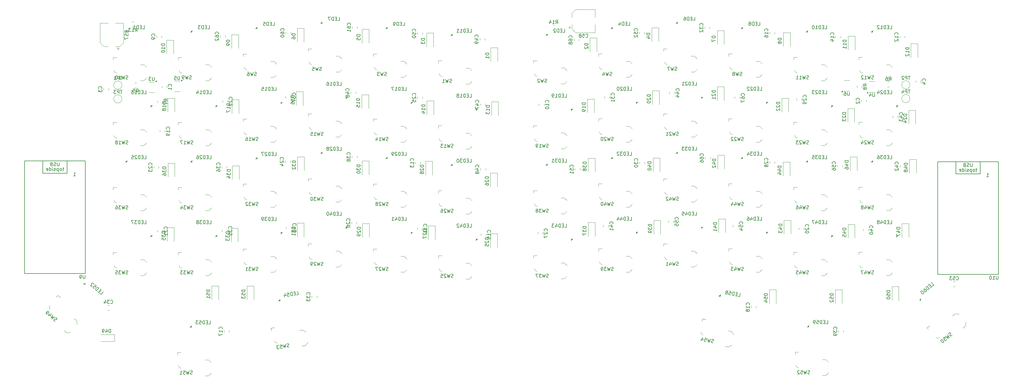
<source format=gbr>
%TF.GenerationSoftware,KiCad,Pcbnew,9.0.0*%
%TF.CreationDate,2026-01-24T15:45:23+11:00*%
%TF.ProjectId,Split Keyboard,53706c69-7420-44b6-9579-626f6172642e,rev?*%
%TF.SameCoordinates,Original*%
%TF.FileFunction,Legend,Bot*%
%TF.FilePolarity,Positive*%
%FSLAX46Y46*%
G04 Gerber Fmt 4.6, Leading zero omitted, Abs format (unit mm)*
G04 Created by KiCad (PCBNEW 9.0.0) date 2026-01-24 15:45:23*
%MOMM*%
%LPD*%
G01*
G04 APERTURE LIST*
%ADD10C,0.150000*%
%ADD11C,0.120000*%
G04 APERTURE END LIST*
D10*
X48493220Y-99814819D02*
X48493220Y-100624342D01*
X48493220Y-100624342D02*
X48445601Y-100719580D01*
X48445601Y-100719580D02*
X48397982Y-100767200D01*
X48397982Y-100767200D02*
X48302744Y-100814819D01*
X48302744Y-100814819D02*
X48112268Y-100814819D01*
X48112268Y-100814819D02*
X48017030Y-100767200D01*
X48017030Y-100767200D02*
X47969411Y-100719580D01*
X47969411Y-100719580D02*
X47921792Y-100624342D01*
X47921792Y-100624342D02*
X47921792Y-99814819D01*
X47397982Y-100814819D02*
X47207506Y-100814819D01*
X47207506Y-100814819D02*
X47112268Y-100767200D01*
X47112268Y-100767200D02*
X47064649Y-100719580D01*
X47064649Y-100719580D02*
X46969411Y-100576723D01*
X46969411Y-100576723D02*
X46921792Y-100386247D01*
X46921792Y-100386247D02*
X46921792Y-100005295D01*
X46921792Y-100005295D02*
X46969411Y-99910057D01*
X46969411Y-99910057D02*
X47017030Y-99862438D01*
X47017030Y-99862438D02*
X47112268Y-99814819D01*
X47112268Y-99814819D02*
X47302744Y-99814819D01*
X47302744Y-99814819D02*
X47397982Y-99862438D01*
X47397982Y-99862438D02*
X47445601Y-99910057D01*
X47445601Y-99910057D02*
X47493220Y-100005295D01*
X47493220Y-100005295D02*
X47493220Y-100243390D01*
X47493220Y-100243390D02*
X47445601Y-100338628D01*
X47445601Y-100338628D02*
X47397982Y-100386247D01*
X47397982Y-100386247D02*
X47302744Y-100433866D01*
X47302744Y-100433866D02*
X47112268Y-100433866D01*
X47112268Y-100433866D02*
X47017030Y-100386247D01*
X47017030Y-100386247D02*
X46969411Y-100338628D01*
X46969411Y-100338628D02*
X46921792Y-100243390D01*
X45119285Y-70707319D02*
X45690713Y-70707319D01*
X45404999Y-70707319D02*
X45404999Y-69707319D01*
X45404999Y-69707319D02*
X45500237Y-69850176D01*
X45500237Y-69850176D02*
X45595475Y-69945414D01*
X45595475Y-69945414D02*
X45690713Y-69993033D01*
X42309047Y-68523152D02*
X41928095Y-68523152D01*
X42166190Y-68189819D02*
X42166190Y-69046961D01*
X42166190Y-69046961D02*
X42118571Y-69142200D01*
X42118571Y-69142200D02*
X42023333Y-69189819D01*
X42023333Y-69189819D02*
X41928095Y-69189819D01*
X41451904Y-69189819D02*
X41547142Y-69142200D01*
X41547142Y-69142200D02*
X41594761Y-69094580D01*
X41594761Y-69094580D02*
X41642380Y-68999342D01*
X41642380Y-68999342D02*
X41642380Y-68713628D01*
X41642380Y-68713628D02*
X41594761Y-68618390D01*
X41594761Y-68618390D02*
X41547142Y-68570771D01*
X41547142Y-68570771D02*
X41451904Y-68523152D01*
X41451904Y-68523152D02*
X41309047Y-68523152D01*
X41309047Y-68523152D02*
X41213809Y-68570771D01*
X41213809Y-68570771D02*
X41166190Y-68618390D01*
X41166190Y-68618390D02*
X41118571Y-68713628D01*
X41118571Y-68713628D02*
X41118571Y-68999342D01*
X41118571Y-68999342D02*
X41166190Y-69094580D01*
X41166190Y-69094580D02*
X41213809Y-69142200D01*
X41213809Y-69142200D02*
X41309047Y-69189819D01*
X41309047Y-69189819D02*
X41451904Y-69189819D01*
X40689999Y-68523152D02*
X40689999Y-69523152D01*
X40689999Y-68570771D02*
X40594761Y-68523152D01*
X40594761Y-68523152D02*
X40404285Y-68523152D01*
X40404285Y-68523152D02*
X40309047Y-68570771D01*
X40309047Y-68570771D02*
X40261428Y-68618390D01*
X40261428Y-68618390D02*
X40213809Y-68713628D01*
X40213809Y-68713628D02*
X40213809Y-68999342D01*
X40213809Y-68999342D02*
X40261428Y-69094580D01*
X40261428Y-69094580D02*
X40309047Y-69142200D01*
X40309047Y-69142200D02*
X40404285Y-69189819D01*
X40404285Y-69189819D02*
X40594761Y-69189819D01*
X40594761Y-69189819D02*
X40689999Y-69142200D01*
X39832856Y-69142200D02*
X39737618Y-69189819D01*
X39737618Y-69189819D02*
X39547142Y-69189819D01*
X39547142Y-69189819D02*
X39451904Y-69142200D01*
X39451904Y-69142200D02*
X39404285Y-69046961D01*
X39404285Y-69046961D02*
X39404285Y-68999342D01*
X39404285Y-68999342D02*
X39451904Y-68904104D01*
X39451904Y-68904104D02*
X39547142Y-68856485D01*
X39547142Y-68856485D02*
X39689999Y-68856485D01*
X39689999Y-68856485D02*
X39785237Y-68808866D01*
X39785237Y-68808866D02*
X39832856Y-68713628D01*
X39832856Y-68713628D02*
X39832856Y-68666009D01*
X39832856Y-68666009D02*
X39785237Y-68570771D01*
X39785237Y-68570771D02*
X39689999Y-68523152D01*
X39689999Y-68523152D02*
X39547142Y-68523152D01*
X39547142Y-68523152D02*
X39451904Y-68570771D01*
X38975713Y-69189819D02*
X38975713Y-68523152D01*
X38975713Y-68189819D02*
X39023332Y-68237438D01*
X39023332Y-68237438D02*
X38975713Y-68285057D01*
X38975713Y-68285057D02*
X38928094Y-68237438D01*
X38928094Y-68237438D02*
X38975713Y-68189819D01*
X38975713Y-68189819D02*
X38975713Y-68285057D01*
X38070952Y-69189819D02*
X38070952Y-68189819D01*
X38070952Y-69142200D02*
X38166190Y-69189819D01*
X38166190Y-69189819D02*
X38356666Y-69189819D01*
X38356666Y-69189819D02*
X38451904Y-69142200D01*
X38451904Y-69142200D02*
X38499523Y-69094580D01*
X38499523Y-69094580D02*
X38547142Y-68999342D01*
X38547142Y-68999342D02*
X38547142Y-68713628D01*
X38547142Y-68713628D02*
X38499523Y-68618390D01*
X38499523Y-68618390D02*
X38451904Y-68570771D01*
X38451904Y-68570771D02*
X38356666Y-68523152D01*
X38356666Y-68523152D02*
X38166190Y-68523152D01*
X38166190Y-68523152D02*
X38070952Y-68570771D01*
X37213809Y-69142200D02*
X37309047Y-69189819D01*
X37309047Y-69189819D02*
X37499523Y-69189819D01*
X37499523Y-69189819D02*
X37594761Y-69142200D01*
X37594761Y-69142200D02*
X37642380Y-69046961D01*
X37642380Y-69046961D02*
X37642380Y-68666009D01*
X37642380Y-68666009D02*
X37594761Y-68570771D01*
X37594761Y-68570771D02*
X37499523Y-68523152D01*
X37499523Y-68523152D02*
X37309047Y-68523152D01*
X37309047Y-68523152D02*
X37213809Y-68570771D01*
X37213809Y-68570771D02*
X37166190Y-68666009D01*
X37166190Y-68666009D02*
X37166190Y-68761247D01*
X37166190Y-68761247D02*
X37642380Y-68856485D01*
X40951904Y-66789819D02*
X40951904Y-67599342D01*
X40951904Y-67599342D02*
X40904285Y-67694580D01*
X40904285Y-67694580D02*
X40856666Y-67742200D01*
X40856666Y-67742200D02*
X40761428Y-67789819D01*
X40761428Y-67789819D02*
X40570952Y-67789819D01*
X40570952Y-67789819D02*
X40475714Y-67742200D01*
X40475714Y-67742200D02*
X40428095Y-67694580D01*
X40428095Y-67694580D02*
X40380476Y-67599342D01*
X40380476Y-67599342D02*
X40380476Y-66789819D01*
X39951904Y-67742200D02*
X39809047Y-67789819D01*
X39809047Y-67789819D02*
X39570952Y-67789819D01*
X39570952Y-67789819D02*
X39475714Y-67742200D01*
X39475714Y-67742200D02*
X39428095Y-67694580D01*
X39428095Y-67694580D02*
X39380476Y-67599342D01*
X39380476Y-67599342D02*
X39380476Y-67504104D01*
X39380476Y-67504104D02*
X39428095Y-67408866D01*
X39428095Y-67408866D02*
X39475714Y-67361247D01*
X39475714Y-67361247D02*
X39570952Y-67313628D01*
X39570952Y-67313628D02*
X39761428Y-67266009D01*
X39761428Y-67266009D02*
X39856666Y-67218390D01*
X39856666Y-67218390D02*
X39904285Y-67170771D01*
X39904285Y-67170771D02*
X39951904Y-67075533D01*
X39951904Y-67075533D02*
X39951904Y-66980295D01*
X39951904Y-66980295D02*
X39904285Y-66885057D01*
X39904285Y-66885057D02*
X39856666Y-66837438D01*
X39856666Y-66837438D02*
X39761428Y-66789819D01*
X39761428Y-66789819D02*
X39523333Y-66789819D01*
X39523333Y-66789819D02*
X39380476Y-66837438D01*
X38618571Y-67266009D02*
X38475714Y-67313628D01*
X38475714Y-67313628D02*
X38428095Y-67361247D01*
X38428095Y-67361247D02*
X38380476Y-67456485D01*
X38380476Y-67456485D02*
X38380476Y-67599342D01*
X38380476Y-67599342D02*
X38428095Y-67694580D01*
X38428095Y-67694580D02*
X38475714Y-67742200D01*
X38475714Y-67742200D02*
X38570952Y-67789819D01*
X38570952Y-67789819D02*
X38951904Y-67789819D01*
X38951904Y-67789819D02*
X38951904Y-66789819D01*
X38951904Y-66789819D02*
X38618571Y-66789819D01*
X38618571Y-66789819D02*
X38523333Y-66837438D01*
X38523333Y-66837438D02*
X38475714Y-66885057D01*
X38475714Y-66885057D02*
X38428095Y-66980295D01*
X38428095Y-66980295D02*
X38428095Y-67075533D01*
X38428095Y-67075533D02*
X38475714Y-67170771D01*
X38475714Y-67170771D02*
X38523333Y-67218390D01*
X38523333Y-67218390D02*
X38618571Y-67266009D01*
X38618571Y-67266009D02*
X38951904Y-67266009D01*
X210249580Y-66244642D02*
X210297200Y-66197023D01*
X210297200Y-66197023D02*
X210344819Y-66054166D01*
X210344819Y-66054166D02*
X210344819Y-65958928D01*
X210344819Y-65958928D02*
X210297200Y-65816071D01*
X210297200Y-65816071D02*
X210201961Y-65720833D01*
X210201961Y-65720833D02*
X210106723Y-65673214D01*
X210106723Y-65673214D02*
X209916247Y-65625595D01*
X209916247Y-65625595D02*
X209773390Y-65625595D01*
X209773390Y-65625595D02*
X209582914Y-65673214D01*
X209582914Y-65673214D02*
X209487676Y-65720833D01*
X209487676Y-65720833D02*
X209392438Y-65816071D01*
X209392438Y-65816071D02*
X209344819Y-65958928D01*
X209344819Y-65958928D02*
X209344819Y-66054166D01*
X209344819Y-66054166D02*
X209392438Y-66197023D01*
X209392438Y-66197023D02*
X209440057Y-66244642D01*
X209344819Y-66577976D02*
X209344819Y-67197023D01*
X209344819Y-67197023D02*
X209725771Y-66863690D01*
X209725771Y-66863690D02*
X209725771Y-67006547D01*
X209725771Y-67006547D02*
X209773390Y-67101785D01*
X209773390Y-67101785D02*
X209821009Y-67149404D01*
X209821009Y-67149404D02*
X209916247Y-67197023D01*
X209916247Y-67197023D02*
X210154342Y-67197023D01*
X210154342Y-67197023D02*
X210249580Y-67149404D01*
X210249580Y-67149404D02*
X210297200Y-67101785D01*
X210297200Y-67101785D02*
X210344819Y-67006547D01*
X210344819Y-67006547D02*
X210344819Y-66720833D01*
X210344819Y-66720833D02*
X210297200Y-66625595D01*
X210297200Y-66625595D02*
X210249580Y-66577976D01*
X209344819Y-67816071D02*
X209344819Y-67911309D01*
X209344819Y-67911309D02*
X209392438Y-68006547D01*
X209392438Y-68006547D02*
X209440057Y-68054166D01*
X209440057Y-68054166D02*
X209535295Y-68101785D01*
X209535295Y-68101785D02*
X209725771Y-68149404D01*
X209725771Y-68149404D02*
X209963866Y-68149404D01*
X209963866Y-68149404D02*
X210154342Y-68101785D01*
X210154342Y-68101785D02*
X210249580Y-68054166D01*
X210249580Y-68054166D02*
X210297200Y-68006547D01*
X210297200Y-68006547D02*
X210344819Y-67911309D01*
X210344819Y-67911309D02*
X210344819Y-67816071D01*
X210344819Y-67816071D02*
X210297200Y-67720833D01*
X210297200Y-67720833D02*
X210249580Y-67673214D01*
X210249580Y-67673214D02*
X210154342Y-67625595D01*
X210154342Y-67625595D02*
X209963866Y-67577976D01*
X209963866Y-67577976D02*
X209725771Y-67577976D01*
X209725771Y-67577976D02*
X209535295Y-67625595D01*
X209535295Y-67625595D02*
X209440057Y-67673214D01*
X209440057Y-67673214D02*
X209392438Y-67720833D01*
X209392438Y-67720833D02*
X209344819Y-67816071D01*
X99146741Y-98457200D02*
X99003884Y-98504819D01*
X99003884Y-98504819D02*
X98765789Y-98504819D01*
X98765789Y-98504819D02*
X98670551Y-98457200D01*
X98670551Y-98457200D02*
X98622932Y-98409580D01*
X98622932Y-98409580D02*
X98575313Y-98314342D01*
X98575313Y-98314342D02*
X98575313Y-98219104D01*
X98575313Y-98219104D02*
X98622932Y-98123866D01*
X98622932Y-98123866D02*
X98670551Y-98076247D01*
X98670551Y-98076247D02*
X98765789Y-98028628D01*
X98765789Y-98028628D02*
X98956265Y-97981009D01*
X98956265Y-97981009D02*
X99051503Y-97933390D01*
X99051503Y-97933390D02*
X99099122Y-97885771D01*
X99099122Y-97885771D02*
X99146741Y-97790533D01*
X99146741Y-97790533D02*
X99146741Y-97695295D01*
X99146741Y-97695295D02*
X99099122Y-97600057D01*
X99099122Y-97600057D02*
X99051503Y-97552438D01*
X99051503Y-97552438D02*
X98956265Y-97504819D01*
X98956265Y-97504819D02*
X98718170Y-97504819D01*
X98718170Y-97504819D02*
X98575313Y-97552438D01*
X98241979Y-97504819D02*
X98003884Y-98504819D01*
X98003884Y-98504819D02*
X97813408Y-97790533D01*
X97813408Y-97790533D02*
X97622932Y-98504819D01*
X97622932Y-98504819D02*
X97384837Y-97504819D01*
X97099122Y-97504819D02*
X96480075Y-97504819D01*
X96480075Y-97504819D02*
X96813408Y-97885771D01*
X96813408Y-97885771D02*
X96670551Y-97885771D01*
X96670551Y-97885771D02*
X96575313Y-97933390D01*
X96575313Y-97933390D02*
X96527694Y-97981009D01*
X96527694Y-97981009D02*
X96480075Y-98076247D01*
X96480075Y-98076247D02*
X96480075Y-98314342D01*
X96480075Y-98314342D02*
X96527694Y-98409580D01*
X96527694Y-98409580D02*
X96575313Y-98457200D01*
X96575313Y-98457200D02*
X96670551Y-98504819D01*
X96670551Y-98504819D02*
X96956265Y-98504819D01*
X96956265Y-98504819D02*
X97051503Y-98457200D01*
X97051503Y-98457200D02*
X97099122Y-98409580D01*
X95527694Y-98504819D02*
X96099122Y-98504819D01*
X95813408Y-98504819D02*
X95813408Y-97504819D01*
X95813408Y-97504819D02*
X95908646Y-97647676D01*
X95908646Y-97647676D02*
X96003884Y-97742914D01*
X96003884Y-97742914D02*
X96099122Y-97790533D01*
X272306904Y-46129819D02*
X272306904Y-46939342D01*
X272306904Y-46939342D02*
X272259285Y-47034580D01*
X272259285Y-47034580D02*
X272211666Y-47082200D01*
X272211666Y-47082200D02*
X272116428Y-47129819D01*
X272116428Y-47129819D02*
X271925952Y-47129819D01*
X271925952Y-47129819D02*
X271830714Y-47082200D01*
X271830714Y-47082200D02*
X271783095Y-47034580D01*
X271783095Y-47034580D02*
X271735476Y-46939342D01*
X271735476Y-46939342D02*
X271735476Y-46129819D01*
X270830714Y-46129819D02*
X271021190Y-46129819D01*
X271021190Y-46129819D02*
X271116428Y-46177438D01*
X271116428Y-46177438D02*
X271164047Y-46225057D01*
X271164047Y-46225057D02*
X271259285Y-46367914D01*
X271259285Y-46367914D02*
X271306904Y-46558390D01*
X271306904Y-46558390D02*
X271306904Y-46939342D01*
X271306904Y-46939342D02*
X271259285Y-47034580D01*
X271259285Y-47034580D02*
X271211666Y-47082200D01*
X271211666Y-47082200D02*
X271116428Y-47129819D01*
X271116428Y-47129819D02*
X270925952Y-47129819D01*
X270925952Y-47129819D02*
X270830714Y-47082200D01*
X270830714Y-47082200D02*
X270783095Y-47034580D01*
X270783095Y-47034580D02*
X270735476Y-46939342D01*
X270735476Y-46939342D02*
X270735476Y-46701247D01*
X270735476Y-46701247D02*
X270783095Y-46606009D01*
X270783095Y-46606009D02*
X270830714Y-46558390D01*
X270830714Y-46558390D02*
X270925952Y-46510771D01*
X270925952Y-46510771D02*
X271116428Y-46510771D01*
X271116428Y-46510771D02*
X271211666Y-46558390D01*
X271211666Y-46558390D02*
X271259285Y-46606009D01*
X271259285Y-46606009D02*
X271306904Y-46701247D01*
X84882456Y-65754819D02*
X85358646Y-65754819D01*
X85358646Y-65754819D02*
X85358646Y-64754819D01*
X84549122Y-65231009D02*
X84215789Y-65231009D01*
X84072932Y-65754819D02*
X84549122Y-65754819D01*
X84549122Y-65754819D02*
X84549122Y-64754819D01*
X84549122Y-64754819D02*
X84072932Y-64754819D01*
X83644360Y-65754819D02*
X83644360Y-64754819D01*
X83644360Y-64754819D02*
X83406265Y-64754819D01*
X83406265Y-64754819D02*
X83263408Y-64802438D01*
X83263408Y-64802438D02*
X83168170Y-64897676D01*
X83168170Y-64897676D02*
X83120551Y-64992914D01*
X83120551Y-64992914D02*
X83072932Y-65183390D01*
X83072932Y-65183390D02*
X83072932Y-65326247D01*
X83072932Y-65326247D02*
X83120551Y-65516723D01*
X83120551Y-65516723D02*
X83168170Y-65611961D01*
X83168170Y-65611961D02*
X83263408Y-65707200D01*
X83263408Y-65707200D02*
X83406265Y-65754819D01*
X83406265Y-65754819D02*
X83644360Y-65754819D01*
X82691979Y-64850057D02*
X82644360Y-64802438D01*
X82644360Y-64802438D02*
X82549122Y-64754819D01*
X82549122Y-64754819D02*
X82311027Y-64754819D01*
X82311027Y-64754819D02*
X82215789Y-64802438D01*
X82215789Y-64802438D02*
X82168170Y-64850057D01*
X82168170Y-64850057D02*
X82120551Y-64945295D01*
X82120551Y-64945295D02*
X82120551Y-65040533D01*
X82120551Y-65040533D02*
X82168170Y-65183390D01*
X82168170Y-65183390D02*
X82739598Y-65754819D01*
X82739598Y-65754819D02*
X82120551Y-65754819D01*
X81263408Y-64754819D02*
X81453884Y-64754819D01*
X81453884Y-64754819D02*
X81549122Y-64802438D01*
X81549122Y-64802438D02*
X81596741Y-64850057D01*
X81596741Y-64850057D02*
X81691979Y-64992914D01*
X81691979Y-64992914D02*
X81739598Y-65183390D01*
X81739598Y-65183390D02*
X81739598Y-65564342D01*
X81739598Y-65564342D02*
X81691979Y-65659580D01*
X81691979Y-65659580D02*
X81644360Y-65707200D01*
X81644360Y-65707200D02*
X81549122Y-65754819D01*
X81549122Y-65754819D02*
X81358646Y-65754819D01*
X81358646Y-65754819D02*
X81263408Y-65707200D01*
X81263408Y-65707200D02*
X81215789Y-65659580D01*
X81215789Y-65659580D02*
X81168170Y-65564342D01*
X81168170Y-65564342D02*
X81168170Y-65326247D01*
X81168170Y-65326247D02*
X81215789Y-65231009D01*
X81215789Y-65231009D02*
X81263408Y-65183390D01*
X81263408Y-65183390D02*
X81358646Y-65135771D01*
X81358646Y-65135771D02*
X81549122Y-65135771D01*
X81549122Y-65135771D02*
X81644360Y-65183390D01*
X81644360Y-65183390D02*
X81691979Y-65231009D01*
X81691979Y-65231009D02*
X81739598Y-65326247D01*
X252399819Y-30361905D02*
X251399819Y-30361905D01*
X251399819Y-30361905D02*
X251399819Y-30600000D01*
X251399819Y-30600000D02*
X251447438Y-30742857D01*
X251447438Y-30742857D02*
X251542676Y-30838095D01*
X251542676Y-30838095D02*
X251637914Y-30885714D01*
X251637914Y-30885714D02*
X251828390Y-30933333D01*
X251828390Y-30933333D02*
X251971247Y-30933333D01*
X251971247Y-30933333D02*
X252161723Y-30885714D01*
X252161723Y-30885714D02*
X252256961Y-30838095D01*
X252256961Y-30838095D02*
X252352200Y-30742857D01*
X252352200Y-30742857D02*
X252399819Y-30600000D01*
X252399819Y-30600000D02*
X252399819Y-30361905D01*
X251828390Y-31504762D02*
X251780771Y-31409524D01*
X251780771Y-31409524D02*
X251733152Y-31361905D01*
X251733152Y-31361905D02*
X251637914Y-31314286D01*
X251637914Y-31314286D02*
X251590295Y-31314286D01*
X251590295Y-31314286D02*
X251495057Y-31361905D01*
X251495057Y-31361905D02*
X251447438Y-31409524D01*
X251447438Y-31409524D02*
X251399819Y-31504762D01*
X251399819Y-31504762D02*
X251399819Y-31695238D01*
X251399819Y-31695238D02*
X251447438Y-31790476D01*
X251447438Y-31790476D02*
X251495057Y-31838095D01*
X251495057Y-31838095D02*
X251590295Y-31885714D01*
X251590295Y-31885714D02*
X251637914Y-31885714D01*
X251637914Y-31885714D02*
X251733152Y-31838095D01*
X251733152Y-31838095D02*
X251780771Y-31790476D01*
X251780771Y-31790476D02*
X251828390Y-31695238D01*
X251828390Y-31695238D02*
X251828390Y-31504762D01*
X251828390Y-31504762D02*
X251876009Y-31409524D01*
X251876009Y-31409524D02*
X251923628Y-31361905D01*
X251923628Y-31361905D02*
X252018866Y-31314286D01*
X252018866Y-31314286D02*
X252209342Y-31314286D01*
X252209342Y-31314286D02*
X252304580Y-31361905D01*
X252304580Y-31361905D02*
X252352200Y-31409524D01*
X252352200Y-31409524D02*
X252399819Y-31504762D01*
X252399819Y-31504762D02*
X252399819Y-31695238D01*
X252399819Y-31695238D02*
X252352200Y-31790476D01*
X252352200Y-31790476D02*
X252304580Y-31838095D01*
X252304580Y-31838095D02*
X252209342Y-31885714D01*
X252209342Y-31885714D02*
X252018866Y-31885714D01*
X252018866Y-31885714D02*
X251923628Y-31838095D01*
X251923628Y-31838095D02*
X251876009Y-31790476D01*
X251876009Y-31790476D02*
X251828390Y-31695238D01*
X84406265Y-27654819D02*
X84882455Y-27654819D01*
X84882455Y-27654819D02*
X84882455Y-26654819D01*
X84072931Y-27131009D02*
X83739598Y-27131009D01*
X83596741Y-27654819D02*
X84072931Y-27654819D01*
X84072931Y-27654819D02*
X84072931Y-26654819D01*
X84072931Y-26654819D02*
X83596741Y-26654819D01*
X83168169Y-27654819D02*
X83168169Y-26654819D01*
X83168169Y-26654819D02*
X82930074Y-26654819D01*
X82930074Y-26654819D02*
X82787217Y-26702438D01*
X82787217Y-26702438D02*
X82691979Y-26797676D01*
X82691979Y-26797676D02*
X82644360Y-26892914D01*
X82644360Y-26892914D02*
X82596741Y-27083390D01*
X82596741Y-27083390D02*
X82596741Y-27226247D01*
X82596741Y-27226247D02*
X82644360Y-27416723D01*
X82644360Y-27416723D02*
X82691979Y-27511961D01*
X82691979Y-27511961D02*
X82787217Y-27607200D01*
X82787217Y-27607200D02*
X82930074Y-27654819D01*
X82930074Y-27654819D02*
X83168169Y-27654819D01*
X82263407Y-26654819D02*
X81644360Y-26654819D01*
X81644360Y-26654819D02*
X81977693Y-27035771D01*
X81977693Y-27035771D02*
X81834836Y-27035771D01*
X81834836Y-27035771D02*
X81739598Y-27083390D01*
X81739598Y-27083390D02*
X81691979Y-27131009D01*
X81691979Y-27131009D02*
X81644360Y-27226247D01*
X81644360Y-27226247D02*
X81644360Y-27464342D01*
X81644360Y-27464342D02*
X81691979Y-27559580D01*
X81691979Y-27559580D02*
X81739598Y-27607200D01*
X81739598Y-27607200D02*
X81834836Y-27654819D01*
X81834836Y-27654819D02*
X82120550Y-27654819D01*
X82120550Y-27654819D02*
X82215788Y-27607200D01*
X82215788Y-27607200D02*
X82263407Y-27559580D01*
X87949580Y-67524642D02*
X87997200Y-67477023D01*
X87997200Y-67477023D02*
X88044819Y-67334166D01*
X88044819Y-67334166D02*
X88044819Y-67238928D01*
X88044819Y-67238928D02*
X87997200Y-67096071D01*
X87997200Y-67096071D02*
X87901961Y-67000833D01*
X87901961Y-67000833D02*
X87806723Y-66953214D01*
X87806723Y-66953214D02*
X87616247Y-66905595D01*
X87616247Y-66905595D02*
X87473390Y-66905595D01*
X87473390Y-66905595D02*
X87282914Y-66953214D01*
X87282914Y-66953214D02*
X87187676Y-67000833D01*
X87187676Y-67000833D02*
X87092438Y-67096071D01*
X87092438Y-67096071D02*
X87044819Y-67238928D01*
X87044819Y-67238928D02*
X87044819Y-67334166D01*
X87044819Y-67334166D02*
X87092438Y-67477023D01*
X87092438Y-67477023D02*
X87140057Y-67524642D01*
X87044819Y-67857976D02*
X87044819Y-68477023D01*
X87044819Y-68477023D02*
X87425771Y-68143690D01*
X87425771Y-68143690D02*
X87425771Y-68286547D01*
X87425771Y-68286547D02*
X87473390Y-68381785D01*
X87473390Y-68381785D02*
X87521009Y-68429404D01*
X87521009Y-68429404D02*
X87616247Y-68477023D01*
X87616247Y-68477023D02*
X87854342Y-68477023D01*
X87854342Y-68477023D02*
X87949580Y-68429404D01*
X87949580Y-68429404D02*
X87997200Y-68381785D01*
X87997200Y-68381785D02*
X88044819Y-68286547D01*
X88044819Y-68286547D02*
X88044819Y-68000833D01*
X88044819Y-68000833D02*
X87997200Y-67905595D01*
X87997200Y-67905595D02*
X87949580Y-67857976D01*
X87044819Y-69334166D02*
X87044819Y-69143690D01*
X87044819Y-69143690D02*
X87092438Y-69048452D01*
X87092438Y-69048452D02*
X87140057Y-69000833D01*
X87140057Y-69000833D02*
X87282914Y-68905595D01*
X87282914Y-68905595D02*
X87473390Y-68857976D01*
X87473390Y-68857976D02*
X87854342Y-68857976D01*
X87854342Y-68857976D02*
X87949580Y-68905595D01*
X87949580Y-68905595D02*
X87997200Y-68953214D01*
X87997200Y-68953214D02*
X88044819Y-69048452D01*
X88044819Y-69048452D02*
X88044819Y-69238928D01*
X88044819Y-69238928D02*
X87997200Y-69334166D01*
X87997200Y-69334166D02*
X87949580Y-69381785D01*
X87949580Y-69381785D02*
X87854342Y-69429404D01*
X87854342Y-69429404D02*
X87616247Y-69429404D01*
X87616247Y-69429404D02*
X87521009Y-69381785D01*
X87521009Y-69381785D02*
X87473390Y-69334166D01*
X87473390Y-69334166D02*
X87425771Y-69238928D01*
X87425771Y-69238928D02*
X87425771Y-69048452D01*
X87425771Y-69048452D02*
X87473390Y-68953214D01*
X87473390Y-68953214D02*
X87521009Y-68905595D01*
X87521009Y-68905595D02*
X87616247Y-68857976D01*
X289774819Y-33110714D02*
X288774819Y-33110714D01*
X288774819Y-33110714D02*
X288774819Y-33348809D01*
X288774819Y-33348809D02*
X288822438Y-33491666D01*
X288822438Y-33491666D02*
X288917676Y-33586904D01*
X288917676Y-33586904D02*
X289012914Y-33634523D01*
X289012914Y-33634523D02*
X289203390Y-33682142D01*
X289203390Y-33682142D02*
X289346247Y-33682142D01*
X289346247Y-33682142D02*
X289536723Y-33634523D01*
X289536723Y-33634523D02*
X289631961Y-33586904D01*
X289631961Y-33586904D02*
X289727200Y-33491666D01*
X289727200Y-33491666D02*
X289774819Y-33348809D01*
X289774819Y-33348809D02*
X289774819Y-33110714D01*
X289774819Y-34634523D02*
X289774819Y-34063095D01*
X289774819Y-34348809D02*
X288774819Y-34348809D01*
X288774819Y-34348809D02*
X288917676Y-34253571D01*
X288917676Y-34253571D02*
X289012914Y-34158333D01*
X289012914Y-34158333D02*
X289060533Y-34063095D01*
X288870057Y-35015476D02*
X288822438Y-35063095D01*
X288822438Y-35063095D02*
X288774819Y-35158333D01*
X288774819Y-35158333D02*
X288774819Y-35396428D01*
X288774819Y-35396428D02*
X288822438Y-35491666D01*
X288822438Y-35491666D02*
X288870057Y-35539285D01*
X288870057Y-35539285D02*
X288965295Y-35586904D01*
X288965295Y-35586904D02*
X289060533Y-35586904D01*
X289060533Y-35586904D02*
X289203390Y-35539285D01*
X289203390Y-35539285D02*
X289774819Y-34967857D01*
X289774819Y-34967857D02*
X289774819Y-35586904D01*
X248349580Y-66144642D02*
X248397200Y-66097023D01*
X248397200Y-66097023D02*
X248444819Y-65954166D01*
X248444819Y-65954166D02*
X248444819Y-65858928D01*
X248444819Y-65858928D02*
X248397200Y-65716071D01*
X248397200Y-65716071D02*
X248301961Y-65620833D01*
X248301961Y-65620833D02*
X248206723Y-65573214D01*
X248206723Y-65573214D02*
X248016247Y-65525595D01*
X248016247Y-65525595D02*
X247873390Y-65525595D01*
X247873390Y-65525595D02*
X247682914Y-65573214D01*
X247682914Y-65573214D02*
X247587676Y-65620833D01*
X247587676Y-65620833D02*
X247492438Y-65716071D01*
X247492438Y-65716071D02*
X247444819Y-65858928D01*
X247444819Y-65858928D02*
X247444819Y-65954166D01*
X247444819Y-65954166D02*
X247492438Y-66097023D01*
X247492438Y-66097023D02*
X247540057Y-66144642D01*
X247540057Y-66525595D02*
X247492438Y-66573214D01*
X247492438Y-66573214D02*
X247444819Y-66668452D01*
X247444819Y-66668452D02*
X247444819Y-66906547D01*
X247444819Y-66906547D02*
X247492438Y-67001785D01*
X247492438Y-67001785D02*
X247540057Y-67049404D01*
X247540057Y-67049404D02*
X247635295Y-67097023D01*
X247635295Y-67097023D02*
X247730533Y-67097023D01*
X247730533Y-67097023D02*
X247873390Y-67049404D01*
X247873390Y-67049404D02*
X248444819Y-66477976D01*
X248444819Y-66477976D02*
X248444819Y-67097023D01*
X247873390Y-67668452D02*
X247825771Y-67573214D01*
X247825771Y-67573214D02*
X247778152Y-67525595D01*
X247778152Y-67525595D02*
X247682914Y-67477976D01*
X247682914Y-67477976D02*
X247635295Y-67477976D01*
X247635295Y-67477976D02*
X247540057Y-67525595D01*
X247540057Y-67525595D02*
X247492438Y-67573214D01*
X247492438Y-67573214D02*
X247444819Y-67668452D01*
X247444819Y-67668452D02*
X247444819Y-67858928D01*
X247444819Y-67858928D02*
X247492438Y-67954166D01*
X247492438Y-67954166D02*
X247540057Y-68001785D01*
X247540057Y-68001785D02*
X247635295Y-68049404D01*
X247635295Y-68049404D02*
X247682914Y-68049404D01*
X247682914Y-68049404D02*
X247778152Y-68001785D01*
X247778152Y-68001785D02*
X247825771Y-67954166D01*
X247825771Y-67954166D02*
X247873390Y-67858928D01*
X247873390Y-67858928D02*
X247873390Y-67668452D01*
X247873390Y-67668452D02*
X247921009Y-67573214D01*
X247921009Y-67573214D02*
X247968628Y-67525595D01*
X247968628Y-67525595D02*
X248063866Y-67477976D01*
X248063866Y-67477976D02*
X248254342Y-67477976D01*
X248254342Y-67477976D02*
X248349580Y-67525595D01*
X248349580Y-67525595D02*
X248397200Y-67573214D01*
X248397200Y-67573214D02*
X248444819Y-67668452D01*
X248444819Y-67668452D02*
X248444819Y-67858928D01*
X248444819Y-67858928D02*
X248397200Y-67954166D01*
X248397200Y-67954166D02*
X248349580Y-68001785D01*
X248349580Y-68001785D02*
X248254342Y-68049404D01*
X248254342Y-68049404D02*
X248063866Y-68049404D01*
X248063866Y-68049404D02*
X247968628Y-68001785D01*
X247968628Y-68001785D02*
X247921009Y-67954166D01*
X247921009Y-67954166D02*
X247873390Y-67858928D01*
X136770550Y-41307200D02*
X136627693Y-41354819D01*
X136627693Y-41354819D02*
X136389598Y-41354819D01*
X136389598Y-41354819D02*
X136294360Y-41307200D01*
X136294360Y-41307200D02*
X136246741Y-41259580D01*
X136246741Y-41259580D02*
X136199122Y-41164342D01*
X136199122Y-41164342D02*
X136199122Y-41069104D01*
X136199122Y-41069104D02*
X136246741Y-40973866D01*
X136246741Y-40973866D02*
X136294360Y-40926247D01*
X136294360Y-40926247D02*
X136389598Y-40878628D01*
X136389598Y-40878628D02*
X136580074Y-40831009D01*
X136580074Y-40831009D02*
X136675312Y-40783390D01*
X136675312Y-40783390D02*
X136722931Y-40735771D01*
X136722931Y-40735771D02*
X136770550Y-40640533D01*
X136770550Y-40640533D02*
X136770550Y-40545295D01*
X136770550Y-40545295D02*
X136722931Y-40450057D01*
X136722931Y-40450057D02*
X136675312Y-40402438D01*
X136675312Y-40402438D02*
X136580074Y-40354819D01*
X136580074Y-40354819D02*
X136341979Y-40354819D01*
X136341979Y-40354819D02*
X136199122Y-40402438D01*
X135865788Y-40354819D02*
X135627693Y-41354819D01*
X135627693Y-41354819D02*
X135437217Y-40640533D01*
X135437217Y-40640533D02*
X135246741Y-41354819D01*
X135246741Y-41354819D02*
X135008646Y-40354819D01*
X134722931Y-40354819D02*
X134103884Y-40354819D01*
X134103884Y-40354819D02*
X134437217Y-40735771D01*
X134437217Y-40735771D02*
X134294360Y-40735771D01*
X134294360Y-40735771D02*
X134199122Y-40783390D01*
X134199122Y-40783390D02*
X134151503Y-40831009D01*
X134151503Y-40831009D02*
X134103884Y-40926247D01*
X134103884Y-40926247D02*
X134103884Y-41164342D01*
X134103884Y-41164342D02*
X134151503Y-41259580D01*
X134151503Y-41259580D02*
X134199122Y-41307200D01*
X134199122Y-41307200D02*
X134294360Y-41354819D01*
X134294360Y-41354819D02*
X134580074Y-41354819D01*
X134580074Y-41354819D02*
X134675312Y-41307200D01*
X134675312Y-41307200D02*
X134722931Y-41259580D01*
X61046741Y-99457200D02*
X60903884Y-99504819D01*
X60903884Y-99504819D02*
X60665789Y-99504819D01*
X60665789Y-99504819D02*
X60570551Y-99457200D01*
X60570551Y-99457200D02*
X60522932Y-99409580D01*
X60522932Y-99409580D02*
X60475313Y-99314342D01*
X60475313Y-99314342D02*
X60475313Y-99219104D01*
X60475313Y-99219104D02*
X60522932Y-99123866D01*
X60522932Y-99123866D02*
X60570551Y-99076247D01*
X60570551Y-99076247D02*
X60665789Y-99028628D01*
X60665789Y-99028628D02*
X60856265Y-98981009D01*
X60856265Y-98981009D02*
X60951503Y-98933390D01*
X60951503Y-98933390D02*
X60999122Y-98885771D01*
X60999122Y-98885771D02*
X61046741Y-98790533D01*
X61046741Y-98790533D02*
X61046741Y-98695295D01*
X61046741Y-98695295D02*
X60999122Y-98600057D01*
X60999122Y-98600057D02*
X60951503Y-98552438D01*
X60951503Y-98552438D02*
X60856265Y-98504819D01*
X60856265Y-98504819D02*
X60618170Y-98504819D01*
X60618170Y-98504819D02*
X60475313Y-98552438D01*
X60141979Y-98504819D02*
X59903884Y-99504819D01*
X59903884Y-99504819D02*
X59713408Y-98790533D01*
X59713408Y-98790533D02*
X59522932Y-99504819D01*
X59522932Y-99504819D02*
X59284837Y-98504819D01*
X58999122Y-98504819D02*
X58380075Y-98504819D01*
X58380075Y-98504819D02*
X58713408Y-98885771D01*
X58713408Y-98885771D02*
X58570551Y-98885771D01*
X58570551Y-98885771D02*
X58475313Y-98933390D01*
X58475313Y-98933390D02*
X58427694Y-98981009D01*
X58427694Y-98981009D02*
X58380075Y-99076247D01*
X58380075Y-99076247D02*
X58380075Y-99314342D01*
X58380075Y-99314342D02*
X58427694Y-99409580D01*
X58427694Y-99409580D02*
X58475313Y-99457200D01*
X58475313Y-99457200D02*
X58570551Y-99504819D01*
X58570551Y-99504819D02*
X58856265Y-99504819D01*
X58856265Y-99504819D02*
X58951503Y-99457200D01*
X58951503Y-99457200D02*
X58999122Y-99409580D01*
X57475313Y-98504819D02*
X57951503Y-98504819D01*
X57951503Y-98504819D02*
X57999122Y-98981009D01*
X57999122Y-98981009D02*
X57951503Y-98933390D01*
X57951503Y-98933390D02*
X57856265Y-98885771D01*
X57856265Y-98885771D02*
X57618170Y-98885771D01*
X57618170Y-98885771D02*
X57522932Y-98933390D01*
X57522932Y-98933390D02*
X57475313Y-98981009D01*
X57475313Y-98981009D02*
X57427694Y-99076247D01*
X57427694Y-99076247D02*
X57427694Y-99314342D01*
X57427694Y-99314342D02*
X57475313Y-99409580D01*
X57475313Y-99409580D02*
X57522932Y-99457200D01*
X57522932Y-99457200D02*
X57618170Y-99504819D01*
X57618170Y-99504819D02*
X57856265Y-99504819D01*
X57856265Y-99504819D02*
X57951503Y-99457200D01*
X57951503Y-99457200D02*
X57999122Y-99409580D01*
X286549580Y-67244642D02*
X286597200Y-67197023D01*
X286597200Y-67197023D02*
X286644819Y-67054166D01*
X286644819Y-67054166D02*
X286644819Y-66958928D01*
X286644819Y-66958928D02*
X286597200Y-66816071D01*
X286597200Y-66816071D02*
X286501961Y-66720833D01*
X286501961Y-66720833D02*
X286406723Y-66673214D01*
X286406723Y-66673214D02*
X286216247Y-66625595D01*
X286216247Y-66625595D02*
X286073390Y-66625595D01*
X286073390Y-66625595D02*
X285882914Y-66673214D01*
X285882914Y-66673214D02*
X285787676Y-66720833D01*
X285787676Y-66720833D02*
X285692438Y-66816071D01*
X285692438Y-66816071D02*
X285644819Y-66958928D01*
X285644819Y-66958928D02*
X285644819Y-67054166D01*
X285644819Y-67054166D02*
X285692438Y-67197023D01*
X285692438Y-67197023D02*
X285740057Y-67244642D01*
X285978152Y-68101785D02*
X286644819Y-68101785D01*
X285597200Y-67863690D02*
X286311485Y-67625595D01*
X286311485Y-67625595D02*
X286311485Y-68244642D01*
X285740057Y-68577976D02*
X285692438Y-68625595D01*
X285692438Y-68625595D02*
X285644819Y-68720833D01*
X285644819Y-68720833D02*
X285644819Y-68958928D01*
X285644819Y-68958928D02*
X285692438Y-69054166D01*
X285692438Y-69054166D02*
X285740057Y-69101785D01*
X285740057Y-69101785D02*
X285835295Y-69149404D01*
X285835295Y-69149404D02*
X285930533Y-69149404D01*
X285930533Y-69149404D02*
X286073390Y-69101785D01*
X286073390Y-69101785D02*
X286644819Y-68530357D01*
X286644819Y-68530357D02*
X286644819Y-69149404D01*
X268549580Y-115644642D02*
X268597200Y-115597023D01*
X268597200Y-115597023D02*
X268644819Y-115454166D01*
X268644819Y-115454166D02*
X268644819Y-115358928D01*
X268644819Y-115358928D02*
X268597200Y-115216071D01*
X268597200Y-115216071D02*
X268501961Y-115120833D01*
X268501961Y-115120833D02*
X268406723Y-115073214D01*
X268406723Y-115073214D02*
X268216247Y-115025595D01*
X268216247Y-115025595D02*
X268073390Y-115025595D01*
X268073390Y-115025595D02*
X267882914Y-115073214D01*
X267882914Y-115073214D02*
X267787676Y-115120833D01*
X267787676Y-115120833D02*
X267692438Y-115216071D01*
X267692438Y-115216071D02*
X267644819Y-115358928D01*
X267644819Y-115358928D02*
X267644819Y-115454166D01*
X267644819Y-115454166D02*
X267692438Y-115597023D01*
X267692438Y-115597023D02*
X267740057Y-115644642D01*
X267644819Y-115977976D02*
X267644819Y-116597023D01*
X267644819Y-116597023D02*
X268025771Y-116263690D01*
X268025771Y-116263690D02*
X268025771Y-116406547D01*
X268025771Y-116406547D02*
X268073390Y-116501785D01*
X268073390Y-116501785D02*
X268121009Y-116549404D01*
X268121009Y-116549404D02*
X268216247Y-116597023D01*
X268216247Y-116597023D02*
X268454342Y-116597023D01*
X268454342Y-116597023D02*
X268549580Y-116549404D01*
X268549580Y-116549404D02*
X268597200Y-116501785D01*
X268597200Y-116501785D02*
X268644819Y-116406547D01*
X268644819Y-116406547D02*
X268644819Y-116120833D01*
X268644819Y-116120833D02*
X268597200Y-116025595D01*
X268597200Y-116025595D02*
X268549580Y-115977976D01*
X268644819Y-117073214D02*
X268644819Y-117263690D01*
X268644819Y-117263690D02*
X268597200Y-117358928D01*
X268597200Y-117358928D02*
X268549580Y-117406547D01*
X268549580Y-117406547D02*
X268406723Y-117501785D01*
X268406723Y-117501785D02*
X268216247Y-117549404D01*
X268216247Y-117549404D02*
X267835295Y-117549404D01*
X267835295Y-117549404D02*
X267740057Y-117501785D01*
X267740057Y-117501785D02*
X267692438Y-117454166D01*
X267692438Y-117454166D02*
X267644819Y-117358928D01*
X267644819Y-117358928D02*
X267644819Y-117168452D01*
X267644819Y-117168452D02*
X267692438Y-117073214D01*
X267692438Y-117073214D02*
X267740057Y-117025595D01*
X267740057Y-117025595D02*
X267835295Y-116977976D01*
X267835295Y-116977976D02*
X268073390Y-116977976D01*
X268073390Y-116977976D02*
X268168628Y-117025595D01*
X268168628Y-117025595D02*
X268216247Y-117073214D01*
X268216247Y-117073214D02*
X268263866Y-117168452D01*
X268263866Y-117168452D02*
X268263866Y-117358928D01*
X268263866Y-117358928D02*
X268216247Y-117454166D01*
X268216247Y-117454166D02*
X268168628Y-117501785D01*
X268168628Y-117501785D02*
X268073390Y-117549404D01*
X126139580Y-26537142D02*
X126187200Y-26489523D01*
X126187200Y-26489523D02*
X126234819Y-26346666D01*
X126234819Y-26346666D02*
X126234819Y-26251428D01*
X126234819Y-26251428D02*
X126187200Y-26108571D01*
X126187200Y-26108571D02*
X126091961Y-26013333D01*
X126091961Y-26013333D02*
X125996723Y-25965714D01*
X125996723Y-25965714D02*
X125806247Y-25918095D01*
X125806247Y-25918095D02*
X125663390Y-25918095D01*
X125663390Y-25918095D02*
X125472914Y-25965714D01*
X125472914Y-25965714D02*
X125377676Y-26013333D01*
X125377676Y-26013333D02*
X125282438Y-26108571D01*
X125282438Y-26108571D02*
X125234819Y-26251428D01*
X125234819Y-26251428D02*
X125234819Y-26346666D01*
X125234819Y-26346666D02*
X125282438Y-26489523D01*
X125282438Y-26489523D02*
X125330057Y-26537142D01*
X125234819Y-27394285D02*
X125234819Y-27203809D01*
X125234819Y-27203809D02*
X125282438Y-27108571D01*
X125282438Y-27108571D02*
X125330057Y-27060952D01*
X125330057Y-27060952D02*
X125472914Y-26965714D01*
X125472914Y-26965714D02*
X125663390Y-26918095D01*
X125663390Y-26918095D02*
X126044342Y-26918095D01*
X126044342Y-26918095D02*
X126139580Y-26965714D01*
X126139580Y-26965714D02*
X126187200Y-27013333D01*
X126187200Y-27013333D02*
X126234819Y-27108571D01*
X126234819Y-27108571D02*
X126234819Y-27299047D01*
X126234819Y-27299047D02*
X126187200Y-27394285D01*
X126187200Y-27394285D02*
X126139580Y-27441904D01*
X126139580Y-27441904D02*
X126044342Y-27489523D01*
X126044342Y-27489523D02*
X125806247Y-27489523D01*
X125806247Y-27489523D02*
X125711009Y-27441904D01*
X125711009Y-27441904D02*
X125663390Y-27394285D01*
X125663390Y-27394285D02*
X125615771Y-27299047D01*
X125615771Y-27299047D02*
X125615771Y-27108571D01*
X125615771Y-27108571D02*
X125663390Y-27013333D01*
X125663390Y-27013333D02*
X125711009Y-26965714D01*
X125711009Y-26965714D02*
X125806247Y-26918095D01*
X126234819Y-28441904D02*
X126234819Y-27870476D01*
X126234819Y-28156190D02*
X125234819Y-28156190D01*
X125234819Y-28156190D02*
X125377676Y-28060952D01*
X125377676Y-28060952D02*
X125472914Y-27965714D01*
X125472914Y-27965714D02*
X125520533Y-27870476D01*
X229449580Y-64844642D02*
X229497200Y-64797023D01*
X229497200Y-64797023D02*
X229544819Y-64654166D01*
X229544819Y-64654166D02*
X229544819Y-64558928D01*
X229544819Y-64558928D02*
X229497200Y-64416071D01*
X229497200Y-64416071D02*
X229401961Y-64320833D01*
X229401961Y-64320833D02*
X229306723Y-64273214D01*
X229306723Y-64273214D02*
X229116247Y-64225595D01*
X229116247Y-64225595D02*
X228973390Y-64225595D01*
X228973390Y-64225595D02*
X228782914Y-64273214D01*
X228782914Y-64273214D02*
X228687676Y-64320833D01*
X228687676Y-64320833D02*
X228592438Y-64416071D01*
X228592438Y-64416071D02*
X228544819Y-64558928D01*
X228544819Y-64558928D02*
X228544819Y-64654166D01*
X228544819Y-64654166D02*
X228592438Y-64797023D01*
X228592438Y-64797023D02*
X228640057Y-64844642D01*
X228544819Y-65701785D02*
X228544819Y-65511309D01*
X228544819Y-65511309D02*
X228592438Y-65416071D01*
X228592438Y-65416071D02*
X228640057Y-65368452D01*
X228640057Y-65368452D02*
X228782914Y-65273214D01*
X228782914Y-65273214D02*
X228973390Y-65225595D01*
X228973390Y-65225595D02*
X229354342Y-65225595D01*
X229354342Y-65225595D02*
X229449580Y-65273214D01*
X229449580Y-65273214D02*
X229497200Y-65320833D01*
X229497200Y-65320833D02*
X229544819Y-65416071D01*
X229544819Y-65416071D02*
X229544819Y-65606547D01*
X229544819Y-65606547D02*
X229497200Y-65701785D01*
X229497200Y-65701785D02*
X229449580Y-65749404D01*
X229449580Y-65749404D02*
X229354342Y-65797023D01*
X229354342Y-65797023D02*
X229116247Y-65797023D01*
X229116247Y-65797023D02*
X229021009Y-65749404D01*
X229021009Y-65749404D02*
X228973390Y-65701785D01*
X228973390Y-65701785D02*
X228925771Y-65606547D01*
X228925771Y-65606547D02*
X228925771Y-65416071D01*
X228925771Y-65416071D02*
X228973390Y-65320833D01*
X228973390Y-65320833D02*
X229021009Y-65273214D01*
X229021009Y-65273214D02*
X229116247Y-65225595D01*
X228544819Y-66654166D02*
X228544819Y-66463690D01*
X228544819Y-66463690D02*
X228592438Y-66368452D01*
X228592438Y-66368452D02*
X228640057Y-66320833D01*
X228640057Y-66320833D02*
X228782914Y-66225595D01*
X228782914Y-66225595D02*
X228973390Y-66177976D01*
X228973390Y-66177976D02*
X229354342Y-66177976D01*
X229354342Y-66177976D02*
X229449580Y-66225595D01*
X229449580Y-66225595D02*
X229497200Y-66273214D01*
X229497200Y-66273214D02*
X229544819Y-66368452D01*
X229544819Y-66368452D02*
X229544819Y-66558928D01*
X229544819Y-66558928D02*
X229497200Y-66654166D01*
X229497200Y-66654166D02*
X229449580Y-66701785D01*
X229449580Y-66701785D02*
X229354342Y-66749404D01*
X229354342Y-66749404D02*
X229116247Y-66749404D01*
X229116247Y-66749404D02*
X229021009Y-66701785D01*
X229021009Y-66701785D02*
X228973390Y-66654166D01*
X228973390Y-66654166D02*
X228925771Y-66558928D01*
X228925771Y-66558928D02*
X228925771Y-66368452D01*
X228925771Y-66368452D02*
X228973390Y-66273214D01*
X228973390Y-66273214D02*
X229021009Y-66225595D01*
X229021009Y-66225595D02*
X229116247Y-66177976D01*
X233074819Y-45735714D02*
X232074819Y-45735714D01*
X232074819Y-45735714D02*
X232074819Y-45973809D01*
X232074819Y-45973809D02*
X232122438Y-46116666D01*
X232122438Y-46116666D02*
X232217676Y-46211904D01*
X232217676Y-46211904D02*
X232312914Y-46259523D01*
X232312914Y-46259523D02*
X232503390Y-46307142D01*
X232503390Y-46307142D02*
X232646247Y-46307142D01*
X232646247Y-46307142D02*
X232836723Y-46259523D01*
X232836723Y-46259523D02*
X232931961Y-46211904D01*
X232931961Y-46211904D02*
X233027200Y-46116666D01*
X233027200Y-46116666D02*
X233074819Y-45973809D01*
X233074819Y-45973809D02*
X233074819Y-45735714D01*
X232170057Y-46688095D02*
X232122438Y-46735714D01*
X232122438Y-46735714D02*
X232074819Y-46830952D01*
X232074819Y-46830952D02*
X232074819Y-47069047D01*
X232074819Y-47069047D02*
X232122438Y-47164285D01*
X232122438Y-47164285D02*
X232170057Y-47211904D01*
X232170057Y-47211904D02*
X232265295Y-47259523D01*
X232265295Y-47259523D02*
X232360533Y-47259523D01*
X232360533Y-47259523D02*
X232503390Y-47211904D01*
X232503390Y-47211904D02*
X233074819Y-46640476D01*
X233074819Y-46640476D02*
X233074819Y-47259523D01*
X233074819Y-48211904D02*
X233074819Y-47640476D01*
X233074819Y-47926190D02*
X232074819Y-47926190D01*
X232074819Y-47926190D02*
X232217676Y-47830952D01*
X232217676Y-47830952D02*
X232312914Y-47735714D01*
X232312914Y-47735714D02*
X232360533Y-47640476D01*
X260354523Y-99432200D02*
X260211666Y-99479819D01*
X260211666Y-99479819D02*
X259973571Y-99479819D01*
X259973571Y-99479819D02*
X259878333Y-99432200D01*
X259878333Y-99432200D02*
X259830714Y-99384580D01*
X259830714Y-99384580D02*
X259783095Y-99289342D01*
X259783095Y-99289342D02*
X259783095Y-99194104D01*
X259783095Y-99194104D02*
X259830714Y-99098866D01*
X259830714Y-99098866D02*
X259878333Y-99051247D01*
X259878333Y-99051247D02*
X259973571Y-99003628D01*
X259973571Y-99003628D02*
X260164047Y-98956009D01*
X260164047Y-98956009D02*
X260259285Y-98908390D01*
X260259285Y-98908390D02*
X260306904Y-98860771D01*
X260306904Y-98860771D02*
X260354523Y-98765533D01*
X260354523Y-98765533D02*
X260354523Y-98670295D01*
X260354523Y-98670295D02*
X260306904Y-98575057D01*
X260306904Y-98575057D02*
X260259285Y-98527438D01*
X260259285Y-98527438D02*
X260164047Y-98479819D01*
X260164047Y-98479819D02*
X259925952Y-98479819D01*
X259925952Y-98479819D02*
X259783095Y-98527438D01*
X259449761Y-98479819D02*
X259211666Y-99479819D01*
X259211666Y-99479819D02*
X259021190Y-98765533D01*
X259021190Y-98765533D02*
X258830714Y-99479819D01*
X258830714Y-99479819D02*
X258592619Y-98479819D01*
X257783095Y-98813152D02*
X257783095Y-99479819D01*
X258021190Y-98432200D02*
X258259285Y-99146485D01*
X258259285Y-99146485D02*
X257640238Y-99146485D01*
X256783095Y-98479819D02*
X257259285Y-98479819D01*
X257259285Y-98479819D02*
X257306904Y-98956009D01*
X257306904Y-98956009D02*
X257259285Y-98908390D01*
X257259285Y-98908390D02*
X257164047Y-98860771D01*
X257164047Y-98860771D02*
X256925952Y-98860771D01*
X256925952Y-98860771D02*
X256830714Y-98908390D01*
X256830714Y-98908390D02*
X256783095Y-98956009D01*
X256783095Y-98956009D02*
X256735476Y-99051247D01*
X256735476Y-99051247D02*
X256735476Y-99289342D01*
X256735476Y-99289342D02*
X256783095Y-99384580D01*
X256783095Y-99384580D02*
X256830714Y-99432200D01*
X256830714Y-99432200D02*
X256925952Y-99479819D01*
X256925952Y-99479819D02*
X257164047Y-99479819D01*
X257164047Y-99479819D02*
X257259285Y-99432200D01*
X257259285Y-99432200D02*
X257306904Y-99384580D01*
X108297258Y-120797676D02*
X108164840Y-120869378D01*
X108164840Y-120869378D02*
X107930362Y-120910723D01*
X107930362Y-120910723D02*
X107828302Y-120880365D01*
X107828302Y-120880365D02*
X107773137Y-120841739D01*
X107773137Y-120841739D02*
X107709704Y-120756216D01*
X107709704Y-120756216D02*
X107693166Y-120662425D01*
X107693166Y-120662425D02*
X107723524Y-120560365D01*
X107723524Y-120560365D02*
X107762150Y-120505200D01*
X107762150Y-120505200D02*
X107847673Y-120441767D01*
X107847673Y-120441767D02*
X108026986Y-120361795D01*
X108026986Y-120361795D02*
X108112508Y-120298362D01*
X108112508Y-120298362D02*
X108151135Y-120243197D01*
X108151135Y-120243197D02*
X108181493Y-120141137D01*
X108181493Y-120141137D02*
X108164955Y-120047346D01*
X108164955Y-120047346D02*
X108101521Y-119961824D01*
X108101521Y-119961824D02*
X108046357Y-119923197D01*
X108046357Y-119923197D02*
X107944296Y-119892839D01*
X107944296Y-119892839D02*
X107709818Y-119934184D01*
X107709818Y-119934184D02*
X107577401Y-120005887D01*
X107240862Y-120016874D02*
X107180032Y-121043026D01*
X107180032Y-121043026D02*
X106868416Y-120372668D01*
X106868416Y-120372668D02*
X106804868Y-121109178D01*
X106804868Y-121109178D02*
X106396741Y-120165715D01*
X105552621Y-120314556D02*
X106021577Y-120231867D01*
X106021577Y-120231867D02*
X106151162Y-120692554D01*
X106151162Y-120692554D02*
X106095997Y-120653927D01*
X106095997Y-120653927D02*
X105993937Y-120623570D01*
X105993937Y-120623570D02*
X105759459Y-120664914D01*
X105759459Y-120664914D02*
X105673937Y-120728348D01*
X105673937Y-120728348D02*
X105635310Y-120783512D01*
X105635310Y-120783512D02*
X105604953Y-120885573D01*
X105604953Y-120885573D02*
X105646297Y-121120051D01*
X105646297Y-121120051D02*
X105709731Y-121205573D01*
X105709731Y-121205573D02*
X105764895Y-121244200D01*
X105764895Y-121244200D02*
X105866956Y-121274557D01*
X105866956Y-121274557D02*
X106101434Y-121233212D01*
X106101434Y-121233212D02*
X106186956Y-121169779D01*
X106186956Y-121169779D02*
X106225583Y-121114614D01*
X105177456Y-120380708D02*
X104567813Y-120488205D01*
X104567813Y-120488205D02*
X104962234Y-120805487D01*
X104962234Y-120805487D02*
X104821547Y-120830294D01*
X104821547Y-120830294D02*
X104736025Y-120893727D01*
X104736025Y-120893727D02*
X104697398Y-120948892D01*
X104697398Y-120948892D02*
X104667040Y-121050952D01*
X104667040Y-121050952D02*
X104708385Y-121285430D01*
X104708385Y-121285430D02*
X104771819Y-121370952D01*
X104771819Y-121370952D02*
X104826983Y-121409579D01*
X104826983Y-121409579D02*
X104929043Y-121439936D01*
X104929043Y-121439936D02*
X105210417Y-121390323D01*
X105210417Y-121390323D02*
X105295939Y-121326889D01*
X105295939Y-121326889D02*
X105334566Y-121271725D01*
X268149580Y-67169642D02*
X268197200Y-67122023D01*
X268197200Y-67122023D02*
X268244819Y-66979166D01*
X268244819Y-66979166D02*
X268244819Y-66883928D01*
X268244819Y-66883928D02*
X268197200Y-66741071D01*
X268197200Y-66741071D02*
X268101961Y-66645833D01*
X268101961Y-66645833D02*
X268006723Y-66598214D01*
X268006723Y-66598214D02*
X267816247Y-66550595D01*
X267816247Y-66550595D02*
X267673390Y-66550595D01*
X267673390Y-66550595D02*
X267482914Y-66598214D01*
X267482914Y-66598214D02*
X267387676Y-66645833D01*
X267387676Y-66645833D02*
X267292438Y-66741071D01*
X267292438Y-66741071D02*
X267244819Y-66883928D01*
X267244819Y-66883928D02*
X267244819Y-66979166D01*
X267244819Y-66979166D02*
X267292438Y-67122023D01*
X267292438Y-67122023D02*
X267340057Y-67169642D01*
X267244819Y-68074404D02*
X267244819Y-67598214D01*
X267244819Y-67598214D02*
X267721009Y-67550595D01*
X267721009Y-67550595D02*
X267673390Y-67598214D01*
X267673390Y-67598214D02*
X267625771Y-67693452D01*
X267625771Y-67693452D02*
X267625771Y-67931547D01*
X267625771Y-67931547D02*
X267673390Y-68026785D01*
X267673390Y-68026785D02*
X267721009Y-68074404D01*
X267721009Y-68074404D02*
X267816247Y-68122023D01*
X267816247Y-68122023D02*
X268054342Y-68122023D01*
X268054342Y-68122023D02*
X268149580Y-68074404D01*
X268149580Y-68074404D02*
X268197200Y-68026785D01*
X268197200Y-68026785D02*
X268244819Y-67931547D01*
X268244819Y-67931547D02*
X268244819Y-67693452D01*
X268244819Y-67693452D02*
X268197200Y-67598214D01*
X268197200Y-67598214D02*
X268149580Y-67550595D01*
X267244819Y-68979166D02*
X267244819Y-68788690D01*
X267244819Y-68788690D02*
X267292438Y-68693452D01*
X267292438Y-68693452D02*
X267340057Y-68645833D01*
X267340057Y-68645833D02*
X267482914Y-68550595D01*
X267482914Y-68550595D02*
X267673390Y-68502976D01*
X267673390Y-68502976D02*
X268054342Y-68502976D01*
X268054342Y-68502976D02*
X268149580Y-68550595D01*
X268149580Y-68550595D02*
X268197200Y-68598214D01*
X268197200Y-68598214D02*
X268244819Y-68693452D01*
X268244819Y-68693452D02*
X268244819Y-68883928D01*
X268244819Y-68883928D02*
X268197200Y-68979166D01*
X268197200Y-68979166D02*
X268149580Y-69026785D01*
X268149580Y-69026785D02*
X268054342Y-69074404D01*
X268054342Y-69074404D02*
X267816247Y-69074404D01*
X267816247Y-69074404D02*
X267721009Y-69026785D01*
X267721009Y-69026785D02*
X267673390Y-68979166D01*
X267673390Y-68979166D02*
X267625771Y-68883928D01*
X267625771Y-68883928D02*
X267625771Y-68693452D01*
X267625771Y-68693452D02*
X267673390Y-68598214D01*
X267673390Y-68598214D02*
X267721009Y-68550595D01*
X267721009Y-68550595D02*
X267816247Y-68502976D01*
X184154523Y-62332200D02*
X184011666Y-62379819D01*
X184011666Y-62379819D02*
X183773571Y-62379819D01*
X183773571Y-62379819D02*
X183678333Y-62332200D01*
X183678333Y-62332200D02*
X183630714Y-62284580D01*
X183630714Y-62284580D02*
X183583095Y-62189342D01*
X183583095Y-62189342D02*
X183583095Y-62094104D01*
X183583095Y-62094104D02*
X183630714Y-61998866D01*
X183630714Y-61998866D02*
X183678333Y-61951247D01*
X183678333Y-61951247D02*
X183773571Y-61903628D01*
X183773571Y-61903628D02*
X183964047Y-61856009D01*
X183964047Y-61856009D02*
X184059285Y-61808390D01*
X184059285Y-61808390D02*
X184106904Y-61760771D01*
X184106904Y-61760771D02*
X184154523Y-61665533D01*
X184154523Y-61665533D02*
X184154523Y-61570295D01*
X184154523Y-61570295D02*
X184106904Y-61475057D01*
X184106904Y-61475057D02*
X184059285Y-61427438D01*
X184059285Y-61427438D02*
X183964047Y-61379819D01*
X183964047Y-61379819D02*
X183725952Y-61379819D01*
X183725952Y-61379819D02*
X183583095Y-61427438D01*
X183249761Y-61379819D02*
X183011666Y-62379819D01*
X183011666Y-62379819D02*
X182821190Y-61665533D01*
X182821190Y-61665533D02*
X182630714Y-62379819D01*
X182630714Y-62379819D02*
X182392619Y-61379819D01*
X181487857Y-62379819D02*
X182059285Y-62379819D01*
X181773571Y-62379819D02*
X181773571Y-61379819D01*
X181773571Y-61379819D02*
X181868809Y-61522676D01*
X181868809Y-61522676D02*
X181964047Y-61617914D01*
X181964047Y-61617914D02*
X182059285Y-61665533D01*
X181011666Y-62379819D02*
X180821190Y-62379819D01*
X180821190Y-62379819D02*
X180725952Y-62332200D01*
X180725952Y-62332200D02*
X180678333Y-62284580D01*
X180678333Y-62284580D02*
X180583095Y-62141723D01*
X180583095Y-62141723D02*
X180535476Y-61951247D01*
X180535476Y-61951247D02*
X180535476Y-61570295D01*
X180535476Y-61570295D02*
X180583095Y-61475057D01*
X180583095Y-61475057D02*
X180630714Y-61427438D01*
X180630714Y-61427438D02*
X180725952Y-61379819D01*
X180725952Y-61379819D02*
X180916428Y-61379819D01*
X180916428Y-61379819D02*
X181011666Y-61427438D01*
X181011666Y-61427438D02*
X181059285Y-61475057D01*
X181059285Y-61475057D02*
X181106904Y-61570295D01*
X181106904Y-61570295D02*
X181106904Y-61808390D01*
X181106904Y-61808390D02*
X181059285Y-61903628D01*
X181059285Y-61903628D02*
X181011666Y-61951247D01*
X181011666Y-61951247D02*
X180916428Y-61998866D01*
X180916428Y-61998866D02*
X180725952Y-61998866D01*
X180725952Y-61998866D02*
X180630714Y-61951247D01*
X180630714Y-61951247D02*
X180583095Y-61903628D01*
X180583095Y-61903628D02*
X180535476Y-61808390D01*
X145229580Y-47139642D02*
X145277200Y-47092023D01*
X145277200Y-47092023D02*
X145324819Y-46949166D01*
X145324819Y-46949166D02*
X145324819Y-46853928D01*
X145324819Y-46853928D02*
X145277200Y-46711071D01*
X145277200Y-46711071D02*
X145181961Y-46615833D01*
X145181961Y-46615833D02*
X145086723Y-46568214D01*
X145086723Y-46568214D02*
X144896247Y-46520595D01*
X144896247Y-46520595D02*
X144753390Y-46520595D01*
X144753390Y-46520595D02*
X144562914Y-46568214D01*
X144562914Y-46568214D02*
X144467676Y-46615833D01*
X144467676Y-46615833D02*
X144372438Y-46711071D01*
X144372438Y-46711071D02*
X144324819Y-46853928D01*
X144324819Y-46853928D02*
X144324819Y-46949166D01*
X144324819Y-46949166D02*
X144372438Y-47092023D01*
X144372438Y-47092023D02*
X144420057Y-47139642D01*
X144420057Y-47520595D02*
X144372438Y-47568214D01*
X144372438Y-47568214D02*
X144324819Y-47663452D01*
X144324819Y-47663452D02*
X144324819Y-47901547D01*
X144324819Y-47901547D02*
X144372438Y-47996785D01*
X144372438Y-47996785D02*
X144420057Y-48044404D01*
X144420057Y-48044404D02*
X144515295Y-48092023D01*
X144515295Y-48092023D02*
X144610533Y-48092023D01*
X144610533Y-48092023D02*
X144753390Y-48044404D01*
X144753390Y-48044404D02*
X145324819Y-47472976D01*
X145324819Y-47472976D02*
X145324819Y-48092023D01*
X144324819Y-48996785D02*
X144324819Y-48520595D01*
X144324819Y-48520595D02*
X144801009Y-48472976D01*
X144801009Y-48472976D02*
X144753390Y-48520595D01*
X144753390Y-48520595D02*
X144705771Y-48615833D01*
X144705771Y-48615833D02*
X144705771Y-48853928D01*
X144705771Y-48853928D02*
X144753390Y-48949166D01*
X144753390Y-48949166D02*
X144801009Y-48996785D01*
X144801009Y-48996785D02*
X144896247Y-49044404D01*
X144896247Y-49044404D02*
X145134342Y-49044404D01*
X145134342Y-49044404D02*
X145229580Y-48996785D01*
X145229580Y-48996785D02*
X145277200Y-48949166D01*
X145277200Y-48949166D02*
X145324819Y-48853928D01*
X145324819Y-48853928D02*
X145324819Y-48615833D01*
X145324819Y-48615833D02*
X145277200Y-48520595D01*
X145277200Y-48520595D02*
X145229580Y-48472976D01*
X148454819Y-86485714D02*
X147454819Y-86485714D01*
X147454819Y-86485714D02*
X147454819Y-86723809D01*
X147454819Y-86723809D02*
X147502438Y-86866666D01*
X147502438Y-86866666D02*
X147597676Y-86961904D01*
X147597676Y-86961904D02*
X147692914Y-87009523D01*
X147692914Y-87009523D02*
X147883390Y-87057142D01*
X147883390Y-87057142D02*
X148026247Y-87057142D01*
X148026247Y-87057142D02*
X148216723Y-87009523D01*
X148216723Y-87009523D02*
X148311961Y-86961904D01*
X148311961Y-86961904D02*
X148407200Y-86866666D01*
X148407200Y-86866666D02*
X148454819Y-86723809D01*
X148454819Y-86723809D02*
X148454819Y-86485714D01*
X147550057Y-87438095D02*
X147502438Y-87485714D01*
X147502438Y-87485714D02*
X147454819Y-87580952D01*
X147454819Y-87580952D02*
X147454819Y-87819047D01*
X147454819Y-87819047D02*
X147502438Y-87914285D01*
X147502438Y-87914285D02*
X147550057Y-87961904D01*
X147550057Y-87961904D02*
X147645295Y-88009523D01*
X147645295Y-88009523D02*
X147740533Y-88009523D01*
X147740533Y-88009523D02*
X147883390Y-87961904D01*
X147883390Y-87961904D02*
X148454819Y-87390476D01*
X148454819Y-87390476D02*
X148454819Y-88009523D01*
X147454819Y-88342857D02*
X147454819Y-89009523D01*
X147454819Y-89009523D02*
X148454819Y-88580952D01*
X203009580Y-84769642D02*
X203057200Y-84722023D01*
X203057200Y-84722023D02*
X203104819Y-84579166D01*
X203104819Y-84579166D02*
X203104819Y-84483928D01*
X203104819Y-84483928D02*
X203057200Y-84341071D01*
X203057200Y-84341071D02*
X202961961Y-84245833D01*
X202961961Y-84245833D02*
X202866723Y-84198214D01*
X202866723Y-84198214D02*
X202676247Y-84150595D01*
X202676247Y-84150595D02*
X202533390Y-84150595D01*
X202533390Y-84150595D02*
X202342914Y-84198214D01*
X202342914Y-84198214D02*
X202247676Y-84245833D01*
X202247676Y-84245833D02*
X202152438Y-84341071D01*
X202152438Y-84341071D02*
X202104819Y-84483928D01*
X202104819Y-84483928D02*
X202104819Y-84579166D01*
X202104819Y-84579166D02*
X202152438Y-84722023D01*
X202152438Y-84722023D02*
X202200057Y-84769642D01*
X202438152Y-85626785D02*
X203104819Y-85626785D01*
X202057200Y-85388690D02*
X202771485Y-85150595D01*
X202771485Y-85150595D02*
X202771485Y-85769642D01*
X203104819Y-86674404D02*
X203104819Y-86102976D01*
X203104819Y-86388690D02*
X202104819Y-86388690D01*
X202104819Y-86388690D02*
X202247676Y-86293452D01*
X202247676Y-86293452D02*
X202342914Y-86198214D01*
X202342914Y-86198214D02*
X202390533Y-86102976D01*
X148499580Y-85514642D02*
X148547200Y-85467023D01*
X148547200Y-85467023D02*
X148594819Y-85324166D01*
X148594819Y-85324166D02*
X148594819Y-85228928D01*
X148594819Y-85228928D02*
X148547200Y-85086071D01*
X148547200Y-85086071D02*
X148451961Y-84990833D01*
X148451961Y-84990833D02*
X148356723Y-84943214D01*
X148356723Y-84943214D02*
X148166247Y-84895595D01*
X148166247Y-84895595D02*
X148023390Y-84895595D01*
X148023390Y-84895595D02*
X147832914Y-84943214D01*
X147832914Y-84943214D02*
X147737676Y-84990833D01*
X147737676Y-84990833D02*
X147642438Y-85086071D01*
X147642438Y-85086071D02*
X147594819Y-85228928D01*
X147594819Y-85228928D02*
X147594819Y-85324166D01*
X147594819Y-85324166D02*
X147642438Y-85467023D01*
X147642438Y-85467023D02*
X147690057Y-85514642D01*
X148594819Y-86467023D02*
X148594819Y-85895595D01*
X148594819Y-86181309D02*
X147594819Y-86181309D01*
X147594819Y-86181309D02*
X147737676Y-86086071D01*
X147737676Y-86086071D02*
X147832914Y-85990833D01*
X147832914Y-85990833D02*
X147880533Y-85895595D01*
X148594819Y-87419404D02*
X148594819Y-86847976D01*
X148594819Y-87133690D02*
X147594819Y-87133690D01*
X147594819Y-87133690D02*
X147737676Y-87038452D01*
X147737676Y-87038452D02*
X147832914Y-86943214D01*
X147832914Y-86943214D02*
X147880533Y-86847976D01*
X80096741Y-80407200D02*
X79953884Y-80454819D01*
X79953884Y-80454819D02*
X79715789Y-80454819D01*
X79715789Y-80454819D02*
X79620551Y-80407200D01*
X79620551Y-80407200D02*
X79572932Y-80359580D01*
X79572932Y-80359580D02*
X79525313Y-80264342D01*
X79525313Y-80264342D02*
X79525313Y-80169104D01*
X79525313Y-80169104D02*
X79572932Y-80073866D01*
X79572932Y-80073866D02*
X79620551Y-80026247D01*
X79620551Y-80026247D02*
X79715789Y-79978628D01*
X79715789Y-79978628D02*
X79906265Y-79931009D01*
X79906265Y-79931009D02*
X80001503Y-79883390D01*
X80001503Y-79883390D02*
X80049122Y-79835771D01*
X80049122Y-79835771D02*
X80096741Y-79740533D01*
X80096741Y-79740533D02*
X80096741Y-79645295D01*
X80096741Y-79645295D02*
X80049122Y-79550057D01*
X80049122Y-79550057D02*
X80001503Y-79502438D01*
X80001503Y-79502438D02*
X79906265Y-79454819D01*
X79906265Y-79454819D02*
X79668170Y-79454819D01*
X79668170Y-79454819D02*
X79525313Y-79502438D01*
X79191979Y-79454819D02*
X78953884Y-80454819D01*
X78953884Y-80454819D02*
X78763408Y-79740533D01*
X78763408Y-79740533D02*
X78572932Y-80454819D01*
X78572932Y-80454819D02*
X78334837Y-79454819D01*
X78049122Y-79454819D02*
X77430075Y-79454819D01*
X77430075Y-79454819D02*
X77763408Y-79835771D01*
X77763408Y-79835771D02*
X77620551Y-79835771D01*
X77620551Y-79835771D02*
X77525313Y-79883390D01*
X77525313Y-79883390D02*
X77477694Y-79931009D01*
X77477694Y-79931009D02*
X77430075Y-80026247D01*
X77430075Y-80026247D02*
X77430075Y-80264342D01*
X77430075Y-80264342D02*
X77477694Y-80359580D01*
X77477694Y-80359580D02*
X77525313Y-80407200D01*
X77525313Y-80407200D02*
X77620551Y-80454819D01*
X77620551Y-80454819D02*
X77906265Y-80454819D01*
X77906265Y-80454819D02*
X78001503Y-80407200D01*
X78001503Y-80407200D02*
X78049122Y-80359580D01*
X76572932Y-79788152D02*
X76572932Y-80454819D01*
X76811027Y-79407200D02*
X77049122Y-80121485D01*
X77049122Y-80121485D02*
X76430075Y-80121485D01*
X195024819Y-49335714D02*
X194024819Y-49335714D01*
X194024819Y-49335714D02*
X194024819Y-49573809D01*
X194024819Y-49573809D02*
X194072438Y-49716666D01*
X194072438Y-49716666D02*
X194167676Y-49811904D01*
X194167676Y-49811904D02*
X194262914Y-49859523D01*
X194262914Y-49859523D02*
X194453390Y-49907142D01*
X194453390Y-49907142D02*
X194596247Y-49907142D01*
X194596247Y-49907142D02*
X194786723Y-49859523D01*
X194786723Y-49859523D02*
X194881961Y-49811904D01*
X194881961Y-49811904D02*
X194977200Y-49716666D01*
X194977200Y-49716666D02*
X195024819Y-49573809D01*
X195024819Y-49573809D02*
X195024819Y-49335714D01*
X195024819Y-50859523D02*
X195024819Y-50288095D01*
X195024819Y-50573809D02*
X194024819Y-50573809D01*
X194024819Y-50573809D02*
X194167676Y-50478571D01*
X194167676Y-50478571D02*
X194262914Y-50383333D01*
X194262914Y-50383333D02*
X194310533Y-50288095D01*
X195024819Y-51335714D02*
X195024819Y-51526190D01*
X195024819Y-51526190D02*
X194977200Y-51621428D01*
X194977200Y-51621428D02*
X194929580Y-51669047D01*
X194929580Y-51669047D02*
X194786723Y-51764285D01*
X194786723Y-51764285D02*
X194596247Y-51811904D01*
X194596247Y-51811904D02*
X194215295Y-51811904D01*
X194215295Y-51811904D02*
X194120057Y-51764285D01*
X194120057Y-51764285D02*
X194072438Y-51716666D01*
X194072438Y-51716666D02*
X194024819Y-51621428D01*
X194024819Y-51621428D02*
X194024819Y-51430952D01*
X194024819Y-51430952D02*
X194072438Y-51335714D01*
X194072438Y-51335714D02*
X194120057Y-51288095D01*
X194120057Y-51288095D02*
X194215295Y-51240476D01*
X194215295Y-51240476D02*
X194453390Y-51240476D01*
X194453390Y-51240476D02*
X194548628Y-51288095D01*
X194548628Y-51288095D02*
X194596247Y-51335714D01*
X194596247Y-51335714D02*
X194643866Y-51430952D01*
X194643866Y-51430952D02*
X194643866Y-51621428D01*
X194643866Y-51621428D02*
X194596247Y-51716666D01*
X194596247Y-51716666D02*
X194548628Y-51764285D01*
X194548628Y-51764285D02*
X194453390Y-51811904D01*
X303612857Y-101129580D02*
X303660476Y-101177200D01*
X303660476Y-101177200D02*
X303803333Y-101224819D01*
X303803333Y-101224819D02*
X303898571Y-101224819D01*
X303898571Y-101224819D02*
X304041428Y-101177200D01*
X304041428Y-101177200D02*
X304136666Y-101081961D01*
X304136666Y-101081961D02*
X304184285Y-100986723D01*
X304184285Y-100986723D02*
X304231904Y-100796247D01*
X304231904Y-100796247D02*
X304231904Y-100653390D01*
X304231904Y-100653390D02*
X304184285Y-100462914D01*
X304184285Y-100462914D02*
X304136666Y-100367676D01*
X304136666Y-100367676D02*
X304041428Y-100272438D01*
X304041428Y-100272438D02*
X303898571Y-100224819D01*
X303898571Y-100224819D02*
X303803333Y-100224819D01*
X303803333Y-100224819D02*
X303660476Y-100272438D01*
X303660476Y-100272438D02*
X303612857Y-100320057D01*
X302708095Y-100224819D02*
X303184285Y-100224819D01*
X303184285Y-100224819D02*
X303231904Y-100701009D01*
X303231904Y-100701009D02*
X303184285Y-100653390D01*
X303184285Y-100653390D02*
X303089047Y-100605771D01*
X303089047Y-100605771D02*
X302850952Y-100605771D01*
X302850952Y-100605771D02*
X302755714Y-100653390D01*
X302755714Y-100653390D02*
X302708095Y-100701009D01*
X302708095Y-100701009D02*
X302660476Y-100796247D01*
X302660476Y-100796247D02*
X302660476Y-101034342D01*
X302660476Y-101034342D02*
X302708095Y-101129580D01*
X302708095Y-101129580D02*
X302755714Y-101177200D01*
X302755714Y-101177200D02*
X302850952Y-101224819D01*
X302850952Y-101224819D02*
X303089047Y-101224819D01*
X303089047Y-101224819D02*
X303184285Y-101177200D01*
X303184285Y-101177200D02*
X303231904Y-101129580D01*
X302327142Y-100224819D02*
X301708095Y-100224819D01*
X301708095Y-100224819D02*
X302041428Y-100605771D01*
X302041428Y-100605771D02*
X301898571Y-100605771D01*
X301898571Y-100605771D02*
X301803333Y-100653390D01*
X301803333Y-100653390D02*
X301755714Y-100701009D01*
X301755714Y-100701009D02*
X301708095Y-100796247D01*
X301708095Y-100796247D02*
X301708095Y-101034342D01*
X301708095Y-101034342D02*
X301755714Y-101129580D01*
X301755714Y-101129580D02*
X301803333Y-101177200D01*
X301803333Y-101177200D02*
X301898571Y-101224819D01*
X301898571Y-101224819D02*
X302184285Y-101224819D01*
X302184285Y-101224819D02*
X302279523Y-101177200D01*
X302279523Y-101177200D02*
X302327142Y-101129580D01*
X267624819Y-105235714D02*
X266624819Y-105235714D01*
X266624819Y-105235714D02*
X266624819Y-105473809D01*
X266624819Y-105473809D02*
X266672438Y-105616666D01*
X266672438Y-105616666D02*
X266767676Y-105711904D01*
X266767676Y-105711904D02*
X266862914Y-105759523D01*
X266862914Y-105759523D02*
X267053390Y-105807142D01*
X267053390Y-105807142D02*
X267196247Y-105807142D01*
X267196247Y-105807142D02*
X267386723Y-105759523D01*
X267386723Y-105759523D02*
X267481961Y-105711904D01*
X267481961Y-105711904D02*
X267577200Y-105616666D01*
X267577200Y-105616666D02*
X267624819Y-105473809D01*
X267624819Y-105473809D02*
X267624819Y-105235714D01*
X266624819Y-106711904D02*
X266624819Y-106235714D01*
X266624819Y-106235714D02*
X267101009Y-106188095D01*
X267101009Y-106188095D02*
X267053390Y-106235714D01*
X267053390Y-106235714D02*
X267005771Y-106330952D01*
X267005771Y-106330952D02*
X267005771Y-106569047D01*
X267005771Y-106569047D02*
X267053390Y-106664285D01*
X267053390Y-106664285D02*
X267101009Y-106711904D01*
X267101009Y-106711904D02*
X267196247Y-106759523D01*
X267196247Y-106759523D02*
X267434342Y-106759523D01*
X267434342Y-106759523D02*
X267529580Y-106711904D01*
X267529580Y-106711904D02*
X267577200Y-106664285D01*
X267577200Y-106664285D02*
X267624819Y-106569047D01*
X267624819Y-106569047D02*
X267624819Y-106330952D01*
X267624819Y-106330952D02*
X267577200Y-106235714D01*
X267577200Y-106235714D02*
X267529580Y-106188095D01*
X266720057Y-107140476D02*
X266672438Y-107188095D01*
X266672438Y-107188095D02*
X266624819Y-107283333D01*
X266624819Y-107283333D02*
X266624819Y-107521428D01*
X266624819Y-107521428D02*
X266672438Y-107616666D01*
X266672438Y-107616666D02*
X266720057Y-107664285D01*
X266720057Y-107664285D02*
X266815295Y-107711904D01*
X266815295Y-107711904D02*
X266910533Y-107711904D01*
X266910533Y-107711904D02*
X267053390Y-107664285D01*
X267053390Y-107664285D02*
X267624819Y-107092857D01*
X267624819Y-107092857D02*
X267624819Y-107711904D01*
X279404523Y-42282200D02*
X279261666Y-42329819D01*
X279261666Y-42329819D02*
X279023571Y-42329819D01*
X279023571Y-42329819D02*
X278928333Y-42282200D01*
X278928333Y-42282200D02*
X278880714Y-42234580D01*
X278880714Y-42234580D02*
X278833095Y-42139342D01*
X278833095Y-42139342D02*
X278833095Y-42044104D01*
X278833095Y-42044104D02*
X278880714Y-41948866D01*
X278880714Y-41948866D02*
X278928333Y-41901247D01*
X278928333Y-41901247D02*
X279023571Y-41853628D01*
X279023571Y-41853628D02*
X279214047Y-41806009D01*
X279214047Y-41806009D02*
X279309285Y-41758390D01*
X279309285Y-41758390D02*
X279356904Y-41710771D01*
X279356904Y-41710771D02*
X279404523Y-41615533D01*
X279404523Y-41615533D02*
X279404523Y-41520295D01*
X279404523Y-41520295D02*
X279356904Y-41425057D01*
X279356904Y-41425057D02*
X279309285Y-41377438D01*
X279309285Y-41377438D02*
X279214047Y-41329819D01*
X279214047Y-41329819D02*
X278975952Y-41329819D01*
X278975952Y-41329819D02*
X278833095Y-41377438D01*
X278499761Y-41329819D02*
X278261666Y-42329819D01*
X278261666Y-42329819D02*
X278071190Y-41615533D01*
X278071190Y-41615533D02*
X277880714Y-42329819D01*
X277880714Y-42329819D02*
X277642619Y-41329819D01*
X276737857Y-42329819D02*
X277309285Y-42329819D01*
X277023571Y-42329819D02*
X277023571Y-41329819D01*
X277023571Y-41329819D02*
X277118809Y-41472676D01*
X277118809Y-41472676D02*
X277214047Y-41567914D01*
X277214047Y-41567914D02*
X277309285Y-41615533D01*
X276356904Y-41425057D02*
X276309285Y-41377438D01*
X276309285Y-41377438D02*
X276214047Y-41329819D01*
X276214047Y-41329819D02*
X275975952Y-41329819D01*
X275975952Y-41329819D02*
X275880714Y-41377438D01*
X275880714Y-41377438D02*
X275833095Y-41425057D01*
X275833095Y-41425057D02*
X275785476Y-41520295D01*
X275785476Y-41520295D02*
X275785476Y-41615533D01*
X275785476Y-41615533D02*
X275833095Y-41758390D01*
X275833095Y-41758390D02*
X276404523Y-42329819D01*
X276404523Y-42329819D02*
X275785476Y-42329819D01*
X277374819Y-44408333D02*
X276898628Y-44075000D01*
X277374819Y-43836905D02*
X276374819Y-43836905D01*
X276374819Y-43836905D02*
X276374819Y-44217857D01*
X276374819Y-44217857D02*
X276422438Y-44313095D01*
X276422438Y-44313095D02*
X276470057Y-44360714D01*
X276470057Y-44360714D02*
X276565295Y-44408333D01*
X276565295Y-44408333D02*
X276708152Y-44408333D01*
X276708152Y-44408333D02*
X276803390Y-44360714D01*
X276803390Y-44360714D02*
X276851009Y-44313095D01*
X276851009Y-44313095D02*
X276898628Y-44217857D01*
X276898628Y-44217857D02*
X276898628Y-43836905D01*
X276803390Y-44979762D02*
X276755771Y-44884524D01*
X276755771Y-44884524D02*
X276708152Y-44836905D01*
X276708152Y-44836905D02*
X276612914Y-44789286D01*
X276612914Y-44789286D02*
X276565295Y-44789286D01*
X276565295Y-44789286D02*
X276470057Y-44836905D01*
X276470057Y-44836905D02*
X276422438Y-44884524D01*
X276422438Y-44884524D02*
X276374819Y-44979762D01*
X276374819Y-44979762D02*
X276374819Y-45170238D01*
X276374819Y-45170238D02*
X276422438Y-45265476D01*
X276422438Y-45265476D02*
X276470057Y-45313095D01*
X276470057Y-45313095D02*
X276565295Y-45360714D01*
X276565295Y-45360714D02*
X276612914Y-45360714D01*
X276612914Y-45360714D02*
X276708152Y-45313095D01*
X276708152Y-45313095D02*
X276755771Y-45265476D01*
X276755771Y-45265476D02*
X276803390Y-45170238D01*
X276803390Y-45170238D02*
X276803390Y-44979762D01*
X276803390Y-44979762D02*
X276851009Y-44884524D01*
X276851009Y-44884524D02*
X276898628Y-44836905D01*
X276898628Y-44836905D02*
X276993866Y-44789286D01*
X276993866Y-44789286D02*
X277184342Y-44789286D01*
X277184342Y-44789286D02*
X277279580Y-44836905D01*
X277279580Y-44836905D02*
X277327200Y-44884524D01*
X277327200Y-44884524D02*
X277374819Y-44979762D01*
X277374819Y-44979762D02*
X277374819Y-45170238D01*
X277374819Y-45170238D02*
X277327200Y-45265476D01*
X277327200Y-45265476D02*
X277279580Y-45313095D01*
X277279580Y-45313095D02*
X277184342Y-45360714D01*
X277184342Y-45360714D02*
X276993866Y-45360714D01*
X276993866Y-45360714D02*
X276898628Y-45313095D01*
X276898628Y-45313095D02*
X276851009Y-45265476D01*
X276851009Y-45265476D02*
X276803390Y-45170238D01*
X137246741Y-98457200D02*
X137103884Y-98504819D01*
X137103884Y-98504819D02*
X136865789Y-98504819D01*
X136865789Y-98504819D02*
X136770551Y-98457200D01*
X136770551Y-98457200D02*
X136722932Y-98409580D01*
X136722932Y-98409580D02*
X136675313Y-98314342D01*
X136675313Y-98314342D02*
X136675313Y-98219104D01*
X136675313Y-98219104D02*
X136722932Y-98123866D01*
X136722932Y-98123866D02*
X136770551Y-98076247D01*
X136770551Y-98076247D02*
X136865789Y-98028628D01*
X136865789Y-98028628D02*
X137056265Y-97981009D01*
X137056265Y-97981009D02*
X137151503Y-97933390D01*
X137151503Y-97933390D02*
X137199122Y-97885771D01*
X137199122Y-97885771D02*
X137246741Y-97790533D01*
X137246741Y-97790533D02*
X137246741Y-97695295D01*
X137246741Y-97695295D02*
X137199122Y-97600057D01*
X137199122Y-97600057D02*
X137151503Y-97552438D01*
X137151503Y-97552438D02*
X137056265Y-97504819D01*
X137056265Y-97504819D02*
X136818170Y-97504819D01*
X136818170Y-97504819D02*
X136675313Y-97552438D01*
X136341979Y-97504819D02*
X136103884Y-98504819D01*
X136103884Y-98504819D02*
X135913408Y-97790533D01*
X135913408Y-97790533D02*
X135722932Y-98504819D01*
X135722932Y-98504819D02*
X135484837Y-97504819D01*
X135151503Y-97600057D02*
X135103884Y-97552438D01*
X135103884Y-97552438D02*
X135008646Y-97504819D01*
X135008646Y-97504819D02*
X134770551Y-97504819D01*
X134770551Y-97504819D02*
X134675313Y-97552438D01*
X134675313Y-97552438D02*
X134627694Y-97600057D01*
X134627694Y-97600057D02*
X134580075Y-97695295D01*
X134580075Y-97695295D02*
X134580075Y-97790533D01*
X134580075Y-97790533D02*
X134627694Y-97933390D01*
X134627694Y-97933390D02*
X135199122Y-98504819D01*
X135199122Y-98504819D02*
X134580075Y-98504819D01*
X134246741Y-97504819D02*
X133580075Y-97504819D01*
X133580075Y-97504819D02*
X134008646Y-98504819D01*
X279404523Y-99432200D02*
X279261666Y-99479819D01*
X279261666Y-99479819D02*
X279023571Y-99479819D01*
X279023571Y-99479819D02*
X278928333Y-99432200D01*
X278928333Y-99432200D02*
X278880714Y-99384580D01*
X278880714Y-99384580D02*
X278833095Y-99289342D01*
X278833095Y-99289342D02*
X278833095Y-99194104D01*
X278833095Y-99194104D02*
X278880714Y-99098866D01*
X278880714Y-99098866D02*
X278928333Y-99051247D01*
X278928333Y-99051247D02*
X279023571Y-99003628D01*
X279023571Y-99003628D02*
X279214047Y-98956009D01*
X279214047Y-98956009D02*
X279309285Y-98908390D01*
X279309285Y-98908390D02*
X279356904Y-98860771D01*
X279356904Y-98860771D02*
X279404523Y-98765533D01*
X279404523Y-98765533D02*
X279404523Y-98670295D01*
X279404523Y-98670295D02*
X279356904Y-98575057D01*
X279356904Y-98575057D02*
X279309285Y-98527438D01*
X279309285Y-98527438D02*
X279214047Y-98479819D01*
X279214047Y-98479819D02*
X278975952Y-98479819D01*
X278975952Y-98479819D02*
X278833095Y-98527438D01*
X278499761Y-98479819D02*
X278261666Y-99479819D01*
X278261666Y-99479819D02*
X278071190Y-98765533D01*
X278071190Y-98765533D02*
X277880714Y-99479819D01*
X277880714Y-99479819D02*
X277642619Y-98479819D01*
X276833095Y-98813152D02*
X276833095Y-99479819D01*
X277071190Y-98432200D02*
X277309285Y-99146485D01*
X277309285Y-99146485D02*
X276690238Y-99146485D01*
X276404523Y-98479819D02*
X275737857Y-98479819D01*
X275737857Y-98479819D02*
X276166428Y-99479819D01*
X99146741Y-79407200D02*
X99003884Y-79454819D01*
X99003884Y-79454819D02*
X98765789Y-79454819D01*
X98765789Y-79454819D02*
X98670551Y-79407200D01*
X98670551Y-79407200D02*
X98622932Y-79359580D01*
X98622932Y-79359580D02*
X98575313Y-79264342D01*
X98575313Y-79264342D02*
X98575313Y-79169104D01*
X98575313Y-79169104D02*
X98622932Y-79073866D01*
X98622932Y-79073866D02*
X98670551Y-79026247D01*
X98670551Y-79026247D02*
X98765789Y-78978628D01*
X98765789Y-78978628D02*
X98956265Y-78931009D01*
X98956265Y-78931009D02*
X99051503Y-78883390D01*
X99051503Y-78883390D02*
X99099122Y-78835771D01*
X99099122Y-78835771D02*
X99146741Y-78740533D01*
X99146741Y-78740533D02*
X99146741Y-78645295D01*
X99146741Y-78645295D02*
X99099122Y-78550057D01*
X99099122Y-78550057D02*
X99051503Y-78502438D01*
X99051503Y-78502438D02*
X98956265Y-78454819D01*
X98956265Y-78454819D02*
X98718170Y-78454819D01*
X98718170Y-78454819D02*
X98575313Y-78502438D01*
X98241979Y-78454819D02*
X98003884Y-79454819D01*
X98003884Y-79454819D02*
X97813408Y-78740533D01*
X97813408Y-78740533D02*
X97622932Y-79454819D01*
X97622932Y-79454819D02*
X97384837Y-78454819D01*
X97099122Y-78454819D02*
X96480075Y-78454819D01*
X96480075Y-78454819D02*
X96813408Y-78835771D01*
X96813408Y-78835771D02*
X96670551Y-78835771D01*
X96670551Y-78835771D02*
X96575313Y-78883390D01*
X96575313Y-78883390D02*
X96527694Y-78931009D01*
X96527694Y-78931009D02*
X96480075Y-79026247D01*
X96480075Y-79026247D02*
X96480075Y-79264342D01*
X96480075Y-79264342D02*
X96527694Y-79359580D01*
X96527694Y-79359580D02*
X96575313Y-79407200D01*
X96575313Y-79407200D02*
X96670551Y-79454819D01*
X96670551Y-79454819D02*
X96956265Y-79454819D01*
X96956265Y-79454819D02*
X97051503Y-79407200D01*
X97051503Y-79407200D02*
X97099122Y-79359580D01*
X96099122Y-78550057D02*
X96051503Y-78502438D01*
X96051503Y-78502438D02*
X95956265Y-78454819D01*
X95956265Y-78454819D02*
X95718170Y-78454819D01*
X95718170Y-78454819D02*
X95622932Y-78502438D01*
X95622932Y-78502438D02*
X95575313Y-78550057D01*
X95575313Y-78550057D02*
X95527694Y-78645295D01*
X95527694Y-78645295D02*
X95527694Y-78740533D01*
X95527694Y-78740533D02*
X95575313Y-78883390D01*
X95575313Y-78883390D02*
X96146741Y-79454819D01*
X96146741Y-79454819D02*
X95527694Y-79454819D01*
X227040238Y-82279819D02*
X227516428Y-82279819D01*
X227516428Y-82279819D02*
X227516428Y-81279819D01*
X226706904Y-81756009D02*
X226373571Y-81756009D01*
X226230714Y-82279819D02*
X226706904Y-82279819D01*
X226706904Y-82279819D02*
X226706904Y-81279819D01*
X226706904Y-81279819D02*
X226230714Y-81279819D01*
X225802142Y-82279819D02*
X225802142Y-81279819D01*
X225802142Y-81279819D02*
X225564047Y-81279819D01*
X225564047Y-81279819D02*
X225421190Y-81327438D01*
X225421190Y-81327438D02*
X225325952Y-81422676D01*
X225325952Y-81422676D02*
X225278333Y-81517914D01*
X225278333Y-81517914D02*
X225230714Y-81708390D01*
X225230714Y-81708390D02*
X225230714Y-81851247D01*
X225230714Y-81851247D02*
X225278333Y-82041723D01*
X225278333Y-82041723D02*
X225325952Y-82136961D01*
X225325952Y-82136961D02*
X225421190Y-82232200D01*
X225421190Y-82232200D02*
X225564047Y-82279819D01*
X225564047Y-82279819D02*
X225802142Y-82279819D01*
X224373571Y-81613152D02*
X224373571Y-82279819D01*
X224611666Y-81232200D02*
X224849761Y-81946485D01*
X224849761Y-81946485D02*
X224230714Y-81946485D01*
X223373571Y-81279819D02*
X223849761Y-81279819D01*
X223849761Y-81279819D02*
X223897380Y-81756009D01*
X223897380Y-81756009D02*
X223849761Y-81708390D01*
X223849761Y-81708390D02*
X223754523Y-81660771D01*
X223754523Y-81660771D02*
X223516428Y-81660771D01*
X223516428Y-81660771D02*
X223421190Y-81708390D01*
X223421190Y-81708390D02*
X223373571Y-81756009D01*
X223373571Y-81756009D02*
X223325952Y-81851247D01*
X223325952Y-81851247D02*
X223325952Y-82089342D01*
X223325952Y-82089342D02*
X223373571Y-82184580D01*
X223373571Y-82184580D02*
X223421190Y-82232200D01*
X223421190Y-82232200D02*
X223516428Y-82279819D01*
X223516428Y-82279819D02*
X223754523Y-82279819D01*
X223754523Y-82279819D02*
X223849761Y-82232200D01*
X223849761Y-82232200D02*
X223897380Y-82184580D01*
X122982456Y-82304819D02*
X123458646Y-82304819D01*
X123458646Y-82304819D02*
X123458646Y-81304819D01*
X122649122Y-81781009D02*
X122315789Y-81781009D01*
X122172932Y-82304819D02*
X122649122Y-82304819D01*
X122649122Y-82304819D02*
X122649122Y-81304819D01*
X122649122Y-81304819D02*
X122172932Y-81304819D01*
X121744360Y-82304819D02*
X121744360Y-81304819D01*
X121744360Y-81304819D02*
X121506265Y-81304819D01*
X121506265Y-81304819D02*
X121363408Y-81352438D01*
X121363408Y-81352438D02*
X121268170Y-81447676D01*
X121268170Y-81447676D02*
X121220551Y-81542914D01*
X121220551Y-81542914D02*
X121172932Y-81733390D01*
X121172932Y-81733390D02*
X121172932Y-81876247D01*
X121172932Y-81876247D02*
X121220551Y-82066723D01*
X121220551Y-82066723D02*
X121268170Y-82161961D01*
X121268170Y-82161961D02*
X121363408Y-82257200D01*
X121363408Y-82257200D02*
X121506265Y-82304819D01*
X121506265Y-82304819D02*
X121744360Y-82304819D01*
X120315789Y-81638152D02*
X120315789Y-82304819D01*
X120553884Y-81257200D02*
X120791979Y-81971485D01*
X120791979Y-81971485D02*
X120172932Y-81971485D01*
X119601503Y-81304819D02*
X119506265Y-81304819D01*
X119506265Y-81304819D02*
X119411027Y-81352438D01*
X119411027Y-81352438D02*
X119363408Y-81400057D01*
X119363408Y-81400057D02*
X119315789Y-81495295D01*
X119315789Y-81495295D02*
X119268170Y-81685771D01*
X119268170Y-81685771D02*
X119268170Y-81923866D01*
X119268170Y-81923866D02*
X119315789Y-82114342D01*
X119315789Y-82114342D02*
X119363408Y-82209580D01*
X119363408Y-82209580D02*
X119411027Y-82257200D01*
X119411027Y-82257200D02*
X119506265Y-82304819D01*
X119506265Y-82304819D02*
X119601503Y-82304819D01*
X119601503Y-82304819D02*
X119696741Y-82257200D01*
X119696741Y-82257200D02*
X119744360Y-82209580D01*
X119744360Y-82209580D02*
X119791979Y-82114342D01*
X119791979Y-82114342D02*
X119839598Y-81923866D01*
X119839598Y-81923866D02*
X119839598Y-81685771D01*
X119839598Y-81685771D02*
X119791979Y-81495295D01*
X119791979Y-81495295D02*
X119744360Y-81400057D01*
X119744360Y-81400057D02*
X119696741Y-81352438D01*
X119696741Y-81352438D02*
X119601503Y-81304819D01*
X271274819Y-52135714D02*
X270274819Y-52135714D01*
X270274819Y-52135714D02*
X270274819Y-52373809D01*
X270274819Y-52373809D02*
X270322438Y-52516666D01*
X270322438Y-52516666D02*
X270417676Y-52611904D01*
X270417676Y-52611904D02*
X270512914Y-52659523D01*
X270512914Y-52659523D02*
X270703390Y-52707142D01*
X270703390Y-52707142D02*
X270846247Y-52707142D01*
X270846247Y-52707142D02*
X271036723Y-52659523D01*
X271036723Y-52659523D02*
X271131961Y-52611904D01*
X271131961Y-52611904D02*
X271227200Y-52516666D01*
X271227200Y-52516666D02*
X271274819Y-52373809D01*
X271274819Y-52373809D02*
X271274819Y-52135714D01*
X270370057Y-53088095D02*
X270322438Y-53135714D01*
X270322438Y-53135714D02*
X270274819Y-53230952D01*
X270274819Y-53230952D02*
X270274819Y-53469047D01*
X270274819Y-53469047D02*
X270322438Y-53564285D01*
X270322438Y-53564285D02*
X270370057Y-53611904D01*
X270370057Y-53611904D02*
X270465295Y-53659523D01*
X270465295Y-53659523D02*
X270560533Y-53659523D01*
X270560533Y-53659523D02*
X270703390Y-53611904D01*
X270703390Y-53611904D02*
X271274819Y-53040476D01*
X271274819Y-53040476D02*
X271274819Y-53659523D01*
X270274819Y-53992857D02*
X270274819Y-54611904D01*
X270274819Y-54611904D02*
X270655771Y-54278571D01*
X270655771Y-54278571D02*
X270655771Y-54421428D01*
X270655771Y-54421428D02*
X270703390Y-54516666D01*
X270703390Y-54516666D02*
X270751009Y-54564285D01*
X270751009Y-54564285D02*
X270846247Y-54611904D01*
X270846247Y-54611904D02*
X271084342Y-54611904D01*
X271084342Y-54611904D02*
X271179580Y-54564285D01*
X271179580Y-54564285D02*
X271227200Y-54516666D01*
X271227200Y-54516666D02*
X271274819Y-54421428D01*
X271274819Y-54421428D02*
X271274819Y-54135714D01*
X271274819Y-54135714D02*
X271227200Y-54040476D01*
X271227200Y-54040476D02*
X271179580Y-53992857D01*
X91054819Y-68885714D02*
X90054819Y-68885714D01*
X90054819Y-68885714D02*
X90054819Y-69123809D01*
X90054819Y-69123809D02*
X90102438Y-69266666D01*
X90102438Y-69266666D02*
X90197676Y-69361904D01*
X90197676Y-69361904D02*
X90292914Y-69409523D01*
X90292914Y-69409523D02*
X90483390Y-69457142D01*
X90483390Y-69457142D02*
X90626247Y-69457142D01*
X90626247Y-69457142D02*
X90816723Y-69409523D01*
X90816723Y-69409523D02*
X90911961Y-69361904D01*
X90911961Y-69361904D02*
X91007200Y-69266666D01*
X91007200Y-69266666D02*
X91054819Y-69123809D01*
X91054819Y-69123809D02*
X91054819Y-68885714D01*
X90054819Y-69790476D02*
X90054819Y-70409523D01*
X90054819Y-70409523D02*
X90435771Y-70076190D01*
X90435771Y-70076190D02*
X90435771Y-70219047D01*
X90435771Y-70219047D02*
X90483390Y-70314285D01*
X90483390Y-70314285D02*
X90531009Y-70361904D01*
X90531009Y-70361904D02*
X90626247Y-70409523D01*
X90626247Y-70409523D02*
X90864342Y-70409523D01*
X90864342Y-70409523D02*
X90959580Y-70361904D01*
X90959580Y-70361904D02*
X91007200Y-70314285D01*
X91007200Y-70314285D02*
X91054819Y-70219047D01*
X91054819Y-70219047D02*
X91054819Y-69933333D01*
X91054819Y-69933333D02*
X91007200Y-69838095D01*
X91007200Y-69838095D02*
X90959580Y-69790476D01*
X90388152Y-71266666D02*
X91054819Y-71266666D01*
X90007200Y-71028571D02*
X90721485Y-70790476D01*
X90721485Y-70790476D02*
X90721485Y-71409523D01*
X163519580Y-30009642D02*
X163567200Y-29962023D01*
X163567200Y-29962023D02*
X163614819Y-29819166D01*
X163614819Y-29819166D02*
X163614819Y-29723928D01*
X163614819Y-29723928D02*
X163567200Y-29581071D01*
X163567200Y-29581071D02*
X163471961Y-29485833D01*
X163471961Y-29485833D02*
X163376723Y-29438214D01*
X163376723Y-29438214D02*
X163186247Y-29390595D01*
X163186247Y-29390595D02*
X163043390Y-29390595D01*
X163043390Y-29390595D02*
X162852914Y-29438214D01*
X162852914Y-29438214D02*
X162757676Y-29485833D01*
X162757676Y-29485833D02*
X162662438Y-29581071D01*
X162662438Y-29581071D02*
X162614819Y-29723928D01*
X162614819Y-29723928D02*
X162614819Y-29819166D01*
X162614819Y-29819166D02*
X162662438Y-29962023D01*
X162662438Y-29962023D02*
X162710057Y-30009642D01*
X162948152Y-30866785D02*
X163614819Y-30866785D01*
X162567200Y-30628690D02*
X163281485Y-30390595D01*
X163281485Y-30390595D02*
X163281485Y-31009642D01*
X163614819Y-31438214D02*
X163614819Y-31628690D01*
X163614819Y-31628690D02*
X163567200Y-31723928D01*
X163567200Y-31723928D02*
X163519580Y-31771547D01*
X163519580Y-31771547D02*
X163376723Y-31866785D01*
X163376723Y-31866785D02*
X163186247Y-31914404D01*
X163186247Y-31914404D02*
X162805295Y-31914404D01*
X162805295Y-31914404D02*
X162710057Y-31866785D01*
X162710057Y-31866785D02*
X162662438Y-31819166D01*
X162662438Y-31819166D02*
X162614819Y-31723928D01*
X162614819Y-31723928D02*
X162614819Y-31533452D01*
X162614819Y-31533452D02*
X162662438Y-31438214D01*
X162662438Y-31438214D02*
X162710057Y-31390595D01*
X162710057Y-31390595D02*
X162805295Y-31342976D01*
X162805295Y-31342976D02*
X163043390Y-31342976D01*
X163043390Y-31342976D02*
X163138628Y-31390595D01*
X163138628Y-31390595D02*
X163186247Y-31438214D01*
X163186247Y-31438214D02*
X163233866Y-31533452D01*
X163233866Y-31533452D02*
X163233866Y-31723928D01*
X163233866Y-31723928D02*
X163186247Y-31819166D01*
X163186247Y-31819166D02*
X163138628Y-31866785D01*
X163138628Y-31866785D02*
X163043390Y-31914404D01*
X141556265Y-26654819D02*
X142032455Y-26654819D01*
X142032455Y-26654819D02*
X142032455Y-25654819D01*
X141222931Y-26131009D02*
X140889598Y-26131009D01*
X140746741Y-26654819D02*
X141222931Y-26654819D01*
X141222931Y-26654819D02*
X141222931Y-25654819D01*
X141222931Y-25654819D02*
X140746741Y-25654819D01*
X140318169Y-26654819D02*
X140318169Y-25654819D01*
X140318169Y-25654819D02*
X140080074Y-25654819D01*
X140080074Y-25654819D02*
X139937217Y-25702438D01*
X139937217Y-25702438D02*
X139841979Y-25797676D01*
X139841979Y-25797676D02*
X139794360Y-25892914D01*
X139794360Y-25892914D02*
X139746741Y-26083390D01*
X139746741Y-26083390D02*
X139746741Y-26226247D01*
X139746741Y-26226247D02*
X139794360Y-26416723D01*
X139794360Y-26416723D02*
X139841979Y-26511961D01*
X139841979Y-26511961D02*
X139937217Y-26607200D01*
X139937217Y-26607200D02*
X140080074Y-26654819D01*
X140080074Y-26654819D02*
X140318169Y-26654819D01*
X139270550Y-26654819D02*
X139080074Y-26654819D01*
X139080074Y-26654819D02*
X138984836Y-26607200D01*
X138984836Y-26607200D02*
X138937217Y-26559580D01*
X138937217Y-26559580D02*
X138841979Y-26416723D01*
X138841979Y-26416723D02*
X138794360Y-26226247D01*
X138794360Y-26226247D02*
X138794360Y-25845295D01*
X138794360Y-25845295D02*
X138841979Y-25750057D01*
X138841979Y-25750057D02*
X138889598Y-25702438D01*
X138889598Y-25702438D02*
X138984836Y-25654819D01*
X138984836Y-25654819D02*
X139175312Y-25654819D01*
X139175312Y-25654819D02*
X139270550Y-25702438D01*
X139270550Y-25702438D02*
X139318169Y-25750057D01*
X139318169Y-25750057D02*
X139365788Y-25845295D01*
X139365788Y-25845295D02*
X139365788Y-26083390D01*
X139365788Y-26083390D02*
X139318169Y-26178628D01*
X139318169Y-26178628D02*
X139270550Y-26226247D01*
X139270550Y-26226247D02*
X139175312Y-26273866D01*
X139175312Y-26273866D02*
X138984836Y-26273866D01*
X138984836Y-26273866D02*
X138889598Y-26226247D01*
X138889598Y-26226247D02*
X138841979Y-26178628D01*
X138841979Y-26178628D02*
X138794360Y-26083390D01*
X56014285Y-116654819D02*
X56014285Y-115654819D01*
X56014285Y-115654819D02*
X55776190Y-115654819D01*
X55776190Y-115654819D02*
X55633333Y-115702438D01*
X55633333Y-115702438D02*
X55538095Y-115797676D01*
X55538095Y-115797676D02*
X55490476Y-115892914D01*
X55490476Y-115892914D02*
X55442857Y-116083390D01*
X55442857Y-116083390D02*
X55442857Y-116226247D01*
X55442857Y-116226247D02*
X55490476Y-116416723D01*
X55490476Y-116416723D02*
X55538095Y-116511961D01*
X55538095Y-116511961D02*
X55633333Y-116607200D01*
X55633333Y-116607200D02*
X55776190Y-116654819D01*
X55776190Y-116654819D02*
X56014285Y-116654819D01*
X54585714Y-115988152D02*
X54585714Y-116654819D01*
X54823809Y-115607200D02*
X55061904Y-116321485D01*
X55061904Y-116321485D02*
X54442857Y-116321485D01*
X54014285Y-116654819D02*
X53823809Y-116654819D01*
X53823809Y-116654819D02*
X53728571Y-116607200D01*
X53728571Y-116607200D02*
X53680952Y-116559580D01*
X53680952Y-116559580D02*
X53585714Y-116416723D01*
X53585714Y-116416723D02*
X53538095Y-116226247D01*
X53538095Y-116226247D02*
X53538095Y-115845295D01*
X53538095Y-115845295D02*
X53585714Y-115750057D01*
X53585714Y-115750057D02*
X53633333Y-115702438D01*
X53633333Y-115702438D02*
X53728571Y-115654819D01*
X53728571Y-115654819D02*
X53919047Y-115654819D01*
X53919047Y-115654819D02*
X54014285Y-115702438D01*
X54014285Y-115702438D02*
X54061904Y-115750057D01*
X54061904Y-115750057D02*
X54109523Y-115845295D01*
X54109523Y-115845295D02*
X54109523Y-116083390D01*
X54109523Y-116083390D02*
X54061904Y-116178628D01*
X54061904Y-116178628D02*
X54014285Y-116226247D01*
X54014285Y-116226247D02*
X53919047Y-116273866D01*
X53919047Y-116273866D02*
X53728571Y-116273866D01*
X53728571Y-116273866D02*
X53633333Y-116226247D01*
X53633333Y-116226247D02*
X53585714Y-116178628D01*
X53585714Y-116178628D02*
X53538095Y-116083390D01*
X59361904Y-45606819D02*
X58790476Y-45606819D01*
X59076190Y-46606819D02*
X59076190Y-45606819D01*
X58457142Y-46606819D02*
X58457142Y-45606819D01*
X58457142Y-45606819D02*
X58076190Y-45606819D01*
X58076190Y-45606819D02*
X57980952Y-45654438D01*
X57980952Y-45654438D02*
X57933333Y-45702057D01*
X57933333Y-45702057D02*
X57885714Y-45797295D01*
X57885714Y-45797295D02*
X57885714Y-45940152D01*
X57885714Y-45940152D02*
X57933333Y-46035390D01*
X57933333Y-46035390D02*
X57980952Y-46083009D01*
X57980952Y-46083009D02*
X58076190Y-46130628D01*
X58076190Y-46130628D02*
X58457142Y-46130628D01*
X57552380Y-45606819D02*
X56933333Y-45606819D01*
X56933333Y-45606819D02*
X57266666Y-45987771D01*
X57266666Y-45987771D02*
X57123809Y-45987771D01*
X57123809Y-45987771D02*
X57028571Y-46035390D01*
X57028571Y-46035390D02*
X56980952Y-46083009D01*
X56980952Y-46083009D02*
X56933333Y-46178247D01*
X56933333Y-46178247D02*
X56933333Y-46416342D01*
X56933333Y-46416342D02*
X56980952Y-46511580D01*
X56980952Y-46511580D02*
X57028571Y-46559200D01*
X57028571Y-46559200D02*
X57123809Y-46606819D01*
X57123809Y-46606819D02*
X57409523Y-46606819D01*
X57409523Y-46606819D02*
X57504761Y-46559200D01*
X57504761Y-46559200D02*
X57552380Y-46511580D01*
X207990238Y-45679819D02*
X208466428Y-45679819D01*
X208466428Y-45679819D02*
X208466428Y-44679819D01*
X207656904Y-45156009D02*
X207323571Y-45156009D01*
X207180714Y-45679819D02*
X207656904Y-45679819D01*
X207656904Y-45679819D02*
X207656904Y-44679819D01*
X207656904Y-44679819D02*
X207180714Y-44679819D01*
X206752142Y-45679819D02*
X206752142Y-44679819D01*
X206752142Y-44679819D02*
X206514047Y-44679819D01*
X206514047Y-44679819D02*
X206371190Y-44727438D01*
X206371190Y-44727438D02*
X206275952Y-44822676D01*
X206275952Y-44822676D02*
X206228333Y-44917914D01*
X206228333Y-44917914D02*
X206180714Y-45108390D01*
X206180714Y-45108390D02*
X206180714Y-45251247D01*
X206180714Y-45251247D02*
X206228333Y-45441723D01*
X206228333Y-45441723D02*
X206275952Y-45536961D01*
X206275952Y-45536961D02*
X206371190Y-45632200D01*
X206371190Y-45632200D02*
X206514047Y-45679819D01*
X206514047Y-45679819D02*
X206752142Y-45679819D01*
X205799761Y-44775057D02*
X205752142Y-44727438D01*
X205752142Y-44727438D02*
X205656904Y-44679819D01*
X205656904Y-44679819D02*
X205418809Y-44679819D01*
X205418809Y-44679819D02*
X205323571Y-44727438D01*
X205323571Y-44727438D02*
X205275952Y-44775057D01*
X205275952Y-44775057D02*
X205228333Y-44870295D01*
X205228333Y-44870295D02*
X205228333Y-44965533D01*
X205228333Y-44965533D02*
X205275952Y-45108390D01*
X205275952Y-45108390D02*
X205847380Y-45679819D01*
X205847380Y-45679819D02*
X205228333Y-45679819D01*
X204609285Y-44679819D02*
X204514047Y-44679819D01*
X204514047Y-44679819D02*
X204418809Y-44727438D01*
X204418809Y-44727438D02*
X204371190Y-44775057D01*
X204371190Y-44775057D02*
X204323571Y-44870295D01*
X204323571Y-44870295D02*
X204275952Y-45060771D01*
X204275952Y-45060771D02*
X204275952Y-45298866D01*
X204275952Y-45298866D02*
X204323571Y-45489342D01*
X204323571Y-45489342D02*
X204371190Y-45584580D01*
X204371190Y-45584580D02*
X204418809Y-45632200D01*
X204418809Y-45632200D02*
X204514047Y-45679819D01*
X204514047Y-45679819D02*
X204609285Y-45679819D01*
X204609285Y-45679819D02*
X204704523Y-45632200D01*
X204704523Y-45632200D02*
X204752142Y-45584580D01*
X204752142Y-45584580D02*
X204799761Y-45489342D01*
X204799761Y-45489342D02*
X204847380Y-45298866D01*
X204847380Y-45298866D02*
X204847380Y-45060771D01*
X204847380Y-45060771D02*
X204799761Y-44870295D01*
X204799761Y-44870295D02*
X204752142Y-44775057D01*
X204752142Y-44775057D02*
X204704523Y-44727438D01*
X204704523Y-44727438D02*
X204609285Y-44679819D01*
X265140238Y-84779819D02*
X265616428Y-84779819D01*
X265616428Y-84779819D02*
X265616428Y-83779819D01*
X264806904Y-84256009D02*
X264473571Y-84256009D01*
X264330714Y-84779819D02*
X264806904Y-84779819D01*
X264806904Y-84779819D02*
X264806904Y-83779819D01*
X264806904Y-83779819D02*
X264330714Y-83779819D01*
X263902142Y-84779819D02*
X263902142Y-83779819D01*
X263902142Y-83779819D02*
X263664047Y-83779819D01*
X263664047Y-83779819D02*
X263521190Y-83827438D01*
X263521190Y-83827438D02*
X263425952Y-83922676D01*
X263425952Y-83922676D02*
X263378333Y-84017914D01*
X263378333Y-84017914D02*
X263330714Y-84208390D01*
X263330714Y-84208390D02*
X263330714Y-84351247D01*
X263330714Y-84351247D02*
X263378333Y-84541723D01*
X263378333Y-84541723D02*
X263425952Y-84636961D01*
X263425952Y-84636961D02*
X263521190Y-84732200D01*
X263521190Y-84732200D02*
X263664047Y-84779819D01*
X263664047Y-84779819D02*
X263902142Y-84779819D01*
X262473571Y-84113152D02*
X262473571Y-84779819D01*
X262711666Y-83732200D02*
X262949761Y-84446485D01*
X262949761Y-84446485D02*
X262330714Y-84446485D01*
X262044999Y-83779819D02*
X261378333Y-83779819D01*
X261378333Y-83779819D02*
X261806904Y-84779819D01*
X79620550Y-42307200D02*
X79477693Y-42354819D01*
X79477693Y-42354819D02*
X79239598Y-42354819D01*
X79239598Y-42354819D02*
X79144360Y-42307200D01*
X79144360Y-42307200D02*
X79096741Y-42259580D01*
X79096741Y-42259580D02*
X79049122Y-42164342D01*
X79049122Y-42164342D02*
X79049122Y-42069104D01*
X79049122Y-42069104D02*
X79096741Y-41973866D01*
X79096741Y-41973866D02*
X79144360Y-41926247D01*
X79144360Y-41926247D02*
X79239598Y-41878628D01*
X79239598Y-41878628D02*
X79430074Y-41831009D01*
X79430074Y-41831009D02*
X79525312Y-41783390D01*
X79525312Y-41783390D02*
X79572931Y-41735771D01*
X79572931Y-41735771D02*
X79620550Y-41640533D01*
X79620550Y-41640533D02*
X79620550Y-41545295D01*
X79620550Y-41545295D02*
X79572931Y-41450057D01*
X79572931Y-41450057D02*
X79525312Y-41402438D01*
X79525312Y-41402438D02*
X79430074Y-41354819D01*
X79430074Y-41354819D02*
X79191979Y-41354819D01*
X79191979Y-41354819D02*
X79049122Y-41402438D01*
X78715788Y-41354819D02*
X78477693Y-42354819D01*
X78477693Y-42354819D02*
X78287217Y-41640533D01*
X78287217Y-41640533D02*
X78096741Y-42354819D01*
X78096741Y-42354819D02*
X77858646Y-41354819D01*
X77430074Y-42354819D02*
X77239598Y-42354819D01*
X77239598Y-42354819D02*
X77144360Y-42307200D01*
X77144360Y-42307200D02*
X77096741Y-42259580D01*
X77096741Y-42259580D02*
X77001503Y-42116723D01*
X77001503Y-42116723D02*
X76953884Y-41926247D01*
X76953884Y-41926247D02*
X76953884Y-41545295D01*
X76953884Y-41545295D02*
X77001503Y-41450057D01*
X77001503Y-41450057D02*
X77049122Y-41402438D01*
X77049122Y-41402438D02*
X77144360Y-41354819D01*
X77144360Y-41354819D02*
X77334836Y-41354819D01*
X77334836Y-41354819D02*
X77430074Y-41402438D01*
X77430074Y-41402438D02*
X77477693Y-41450057D01*
X77477693Y-41450057D02*
X77525312Y-41545295D01*
X77525312Y-41545295D02*
X77525312Y-41783390D01*
X77525312Y-41783390D02*
X77477693Y-41878628D01*
X77477693Y-41878628D02*
X77430074Y-41926247D01*
X77430074Y-41926247D02*
X77334836Y-41973866D01*
X77334836Y-41973866D02*
X77144360Y-41973866D01*
X77144360Y-41973866D02*
X77049122Y-41926247D01*
X77049122Y-41926247D02*
X77001503Y-41878628D01*
X77001503Y-41878628D02*
X76953884Y-41783390D01*
X191349580Y-68144642D02*
X191397200Y-68097023D01*
X191397200Y-68097023D02*
X191444819Y-67954166D01*
X191444819Y-67954166D02*
X191444819Y-67858928D01*
X191444819Y-67858928D02*
X191397200Y-67716071D01*
X191397200Y-67716071D02*
X191301961Y-67620833D01*
X191301961Y-67620833D02*
X191206723Y-67573214D01*
X191206723Y-67573214D02*
X191016247Y-67525595D01*
X191016247Y-67525595D02*
X190873390Y-67525595D01*
X190873390Y-67525595D02*
X190682914Y-67573214D01*
X190682914Y-67573214D02*
X190587676Y-67620833D01*
X190587676Y-67620833D02*
X190492438Y-67716071D01*
X190492438Y-67716071D02*
X190444819Y-67858928D01*
X190444819Y-67858928D02*
X190444819Y-67954166D01*
X190444819Y-67954166D02*
X190492438Y-68097023D01*
X190492438Y-68097023D02*
X190540057Y-68144642D01*
X190444819Y-69049404D02*
X190444819Y-68573214D01*
X190444819Y-68573214D02*
X190921009Y-68525595D01*
X190921009Y-68525595D02*
X190873390Y-68573214D01*
X190873390Y-68573214D02*
X190825771Y-68668452D01*
X190825771Y-68668452D02*
X190825771Y-68906547D01*
X190825771Y-68906547D02*
X190873390Y-69001785D01*
X190873390Y-69001785D02*
X190921009Y-69049404D01*
X190921009Y-69049404D02*
X191016247Y-69097023D01*
X191016247Y-69097023D02*
X191254342Y-69097023D01*
X191254342Y-69097023D02*
X191349580Y-69049404D01*
X191349580Y-69049404D02*
X191397200Y-69001785D01*
X191397200Y-69001785D02*
X191444819Y-68906547D01*
X191444819Y-68906547D02*
X191444819Y-68668452D01*
X191444819Y-68668452D02*
X191397200Y-68573214D01*
X191397200Y-68573214D02*
X191349580Y-68525595D01*
X191444819Y-70049404D02*
X191444819Y-69477976D01*
X191444819Y-69763690D02*
X190444819Y-69763690D01*
X190444819Y-69763690D02*
X190587676Y-69668452D01*
X190587676Y-69668452D02*
X190682914Y-69573214D01*
X190682914Y-69573214D02*
X190730533Y-69477976D01*
X65356265Y-27654819D02*
X65832455Y-27654819D01*
X65832455Y-27654819D02*
X65832455Y-26654819D01*
X65022931Y-27131009D02*
X64689598Y-27131009D01*
X64546741Y-27654819D02*
X65022931Y-27654819D01*
X65022931Y-27654819D02*
X65022931Y-26654819D01*
X65022931Y-26654819D02*
X64546741Y-26654819D01*
X64118169Y-27654819D02*
X64118169Y-26654819D01*
X64118169Y-26654819D02*
X63880074Y-26654819D01*
X63880074Y-26654819D02*
X63737217Y-26702438D01*
X63737217Y-26702438D02*
X63641979Y-26797676D01*
X63641979Y-26797676D02*
X63594360Y-26892914D01*
X63594360Y-26892914D02*
X63546741Y-27083390D01*
X63546741Y-27083390D02*
X63546741Y-27226247D01*
X63546741Y-27226247D02*
X63594360Y-27416723D01*
X63594360Y-27416723D02*
X63641979Y-27511961D01*
X63641979Y-27511961D02*
X63737217Y-27607200D01*
X63737217Y-27607200D02*
X63880074Y-27654819D01*
X63880074Y-27654819D02*
X64118169Y-27654819D01*
X62594360Y-27654819D02*
X63165788Y-27654819D01*
X62880074Y-27654819D02*
X62880074Y-26654819D01*
X62880074Y-26654819D02*
X62975312Y-26797676D01*
X62975312Y-26797676D02*
X63070550Y-26892914D01*
X63070550Y-26892914D02*
X63165788Y-26940533D01*
X39737582Y-113329862D02*
X39597538Y-113274514D01*
X39597538Y-113274514D02*
X39415147Y-113121469D01*
X39415147Y-113121469D02*
X39372799Y-113023773D01*
X39372799Y-113023773D02*
X39366930Y-112956686D01*
X39366930Y-112956686D02*
X39391669Y-112853120D01*
X39391669Y-112853120D02*
X39452887Y-112780164D01*
X39452887Y-112780164D02*
X39550583Y-112737816D01*
X39550583Y-112737816D02*
X39617670Y-112731946D01*
X39617670Y-112731946D02*
X39721236Y-112756686D01*
X39721236Y-112756686D02*
X39897758Y-112842643D01*
X39897758Y-112842643D02*
X40001324Y-112867383D01*
X40001324Y-112867383D02*
X40068411Y-112861514D01*
X40068411Y-112861514D02*
X40166107Y-112819166D01*
X40166107Y-112819166D02*
X40227325Y-112746209D01*
X40227325Y-112746209D02*
X40252065Y-112642644D01*
X40252065Y-112642644D02*
X40246195Y-112575557D01*
X40246195Y-112575557D02*
X40203847Y-112477860D01*
X40203847Y-112477860D02*
X40021456Y-112324816D01*
X40021456Y-112324816D02*
X39881412Y-112269467D01*
X39656673Y-112018726D02*
X38831494Y-112631726D01*
X38831494Y-112631726D02*
X39144714Y-111962116D01*
X39144714Y-111962116D02*
X38539667Y-112386855D01*
X38539667Y-112386855D02*
X39000063Y-111467766D01*
X38165670Y-111202762D02*
X37737145Y-111713458D01*
X38592933Y-111063980D02*
X38316190Y-111764199D01*
X38316190Y-111764199D02*
X37841972Y-111366283D01*
X37299405Y-111346151D02*
X37153492Y-111223715D01*
X37153492Y-111223715D02*
X37111144Y-111126019D01*
X37111144Y-111126019D02*
X37105275Y-111058932D01*
X37105275Y-111058932D02*
X37124145Y-110888279D01*
X37124145Y-110888279D02*
X37210102Y-110711757D01*
X37210102Y-110711757D02*
X37454974Y-110419930D01*
X37454974Y-110419930D02*
X37552670Y-110377583D01*
X37552670Y-110377583D02*
X37619757Y-110371713D01*
X37619757Y-110371713D02*
X37723323Y-110396453D01*
X37723323Y-110396453D02*
X37869236Y-110518889D01*
X37869236Y-110518889D02*
X37911584Y-110616585D01*
X37911584Y-110616585D02*
X37917453Y-110683672D01*
X37917453Y-110683672D02*
X37892713Y-110787238D01*
X37892713Y-110787238D02*
X37739669Y-110969629D01*
X37739669Y-110969629D02*
X37641973Y-111011977D01*
X37641973Y-111011977D02*
X37574885Y-111017846D01*
X37574885Y-111017846D02*
X37471320Y-110993107D01*
X37471320Y-110993107D02*
X37325407Y-110870671D01*
X37325407Y-110870671D02*
X37283059Y-110772975D01*
X37283059Y-110772975D02*
X37277189Y-110705888D01*
X37277189Y-110705888D02*
X37301929Y-110602322D01*
X284190238Y-65729819D02*
X284666428Y-65729819D01*
X284666428Y-65729819D02*
X284666428Y-64729819D01*
X283856904Y-65206009D02*
X283523571Y-65206009D01*
X283380714Y-65729819D02*
X283856904Y-65729819D01*
X283856904Y-65729819D02*
X283856904Y-64729819D01*
X283856904Y-64729819D02*
X283380714Y-64729819D01*
X282952142Y-65729819D02*
X282952142Y-64729819D01*
X282952142Y-64729819D02*
X282714047Y-64729819D01*
X282714047Y-64729819D02*
X282571190Y-64777438D01*
X282571190Y-64777438D02*
X282475952Y-64872676D01*
X282475952Y-64872676D02*
X282428333Y-64967914D01*
X282428333Y-64967914D02*
X282380714Y-65158390D01*
X282380714Y-65158390D02*
X282380714Y-65301247D01*
X282380714Y-65301247D02*
X282428333Y-65491723D01*
X282428333Y-65491723D02*
X282475952Y-65586961D01*
X282475952Y-65586961D02*
X282571190Y-65682200D01*
X282571190Y-65682200D02*
X282714047Y-65729819D01*
X282714047Y-65729819D02*
X282952142Y-65729819D01*
X282047380Y-64729819D02*
X281428333Y-64729819D01*
X281428333Y-64729819D02*
X281761666Y-65110771D01*
X281761666Y-65110771D02*
X281618809Y-65110771D01*
X281618809Y-65110771D02*
X281523571Y-65158390D01*
X281523571Y-65158390D02*
X281475952Y-65206009D01*
X281475952Y-65206009D02*
X281428333Y-65301247D01*
X281428333Y-65301247D02*
X281428333Y-65539342D01*
X281428333Y-65539342D02*
X281475952Y-65634580D01*
X281475952Y-65634580D02*
X281523571Y-65682200D01*
X281523571Y-65682200D02*
X281618809Y-65729819D01*
X281618809Y-65729819D02*
X281904523Y-65729819D01*
X281904523Y-65729819D02*
X281999761Y-65682200D01*
X281999761Y-65682200D02*
X282047380Y-65634580D01*
X280571190Y-64729819D02*
X280761666Y-64729819D01*
X280761666Y-64729819D02*
X280856904Y-64777438D01*
X280856904Y-64777438D02*
X280904523Y-64825057D01*
X280904523Y-64825057D02*
X280999761Y-64967914D01*
X280999761Y-64967914D02*
X281047380Y-65158390D01*
X281047380Y-65158390D02*
X281047380Y-65539342D01*
X281047380Y-65539342D02*
X280999761Y-65634580D01*
X280999761Y-65634580D02*
X280952142Y-65682200D01*
X280952142Y-65682200D02*
X280856904Y-65729819D01*
X280856904Y-65729819D02*
X280666428Y-65729819D01*
X280666428Y-65729819D02*
X280571190Y-65682200D01*
X280571190Y-65682200D02*
X280523571Y-65634580D01*
X280523571Y-65634580D02*
X280475952Y-65539342D01*
X280475952Y-65539342D02*
X280475952Y-65301247D01*
X280475952Y-65301247D02*
X280523571Y-65206009D01*
X280523571Y-65206009D02*
X280571190Y-65158390D01*
X280571190Y-65158390D02*
X280666428Y-65110771D01*
X280666428Y-65110771D02*
X280856904Y-65110771D01*
X280856904Y-65110771D02*
X280952142Y-65158390D01*
X280952142Y-65158390D02*
X280999761Y-65206009D01*
X280999761Y-65206009D02*
X281047380Y-65301247D01*
X80096741Y-61357200D02*
X79953884Y-61404819D01*
X79953884Y-61404819D02*
X79715789Y-61404819D01*
X79715789Y-61404819D02*
X79620551Y-61357200D01*
X79620551Y-61357200D02*
X79572932Y-61309580D01*
X79572932Y-61309580D02*
X79525313Y-61214342D01*
X79525313Y-61214342D02*
X79525313Y-61119104D01*
X79525313Y-61119104D02*
X79572932Y-61023866D01*
X79572932Y-61023866D02*
X79620551Y-60976247D01*
X79620551Y-60976247D02*
X79715789Y-60928628D01*
X79715789Y-60928628D02*
X79906265Y-60881009D01*
X79906265Y-60881009D02*
X80001503Y-60833390D01*
X80001503Y-60833390D02*
X80049122Y-60785771D01*
X80049122Y-60785771D02*
X80096741Y-60690533D01*
X80096741Y-60690533D02*
X80096741Y-60595295D01*
X80096741Y-60595295D02*
X80049122Y-60500057D01*
X80049122Y-60500057D02*
X80001503Y-60452438D01*
X80001503Y-60452438D02*
X79906265Y-60404819D01*
X79906265Y-60404819D02*
X79668170Y-60404819D01*
X79668170Y-60404819D02*
X79525313Y-60452438D01*
X79191979Y-60404819D02*
X78953884Y-61404819D01*
X78953884Y-61404819D02*
X78763408Y-60690533D01*
X78763408Y-60690533D02*
X78572932Y-61404819D01*
X78572932Y-61404819D02*
X78334837Y-60404819D01*
X77430075Y-61404819D02*
X78001503Y-61404819D01*
X77715789Y-61404819D02*
X77715789Y-60404819D01*
X77715789Y-60404819D02*
X77811027Y-60547676D01*
X77811027Y-60547676D02*
X77906265Y-60642914D01*
X77906265Y-60642914D02*
X78001503Y-60690533D01*
X77096741Y-60404819D02*
X76430075Y-60404819D01*
X76430075Y-60404819D02*
X76858646Y-61404819D01*
X122506265Y-25154819D02*
X122982455Y-25154819D01*
X122982455Y-25154819D02*
X122982455Y-24154819D01*
X122172931Y-24631009D02*
X121839598Y-24631009D01*
X121696741Y-25154819D02*
X122172931Y-25154819D01*
X122172931Y-25154819D02*
X122172931Y-24154819D01*
X122172931Y-24154819D02*
X121696741Y-24154819D01*
X121268169Y-25154819D02*
X121268169Y-24154819D01*
X121268169Y-24154819D02*
X121030074Y-24154819D01*
X121030074Y-24154819D02*
X120887217Y-24202438D01*
X120887217Y-24202438D02*
X120791979Y-24297676D01*
X120791979Y-24297676D02*
X120744360Y-24392914D01*
X120744360Y-24392914D02*
X120696741Y-24583390D01*
X120696741Y-24583390D02*
X120696741Y-24726247D01*
X120696741Y-24726247D02*
X120744360Y-24916723D01*
X120744360Y-24916723D02*
X120791979Y-25011961D01*
X120791979Y-25011961D02*
X120887217Y-25107200D01*
X120887217Y-25107200D02*
X121030074Y-25154819D01*
X121030074Y-25154819D02*
X121268169Y-25154819D01*
X120363407Y-24154819D02*
X119696741Y-24154819D01*
X119696741Y-24154819D02*
X120125312Y-25154819D01*
X279694404Y-46454819D02*
X279694404Y-47264342D01*
X279694404Y-47264342D02*
X279646785Y-47359580D01*
X279646785Y-47359580D02*
X279599166Y-47407200D01*
X279599166Y-47407200D02*
X279503928Y-47454819D01*
X279503928Y-47454819D02*
X279313452Y-47454819D01*
X279313452Y-47454819D02*
X279218214Y-47407200D01*
X279218214Y-47407200D02*
X279170595Y-47359580D01*
X279170595Y-47359580D02*
X279122976Y-47264342D01*
X279122976Y-47264342D02*
X279122976Y-46454819D01*
X278218214Y-46788152D02*
X278218214Y-47454819D01*
X278456309Y-46407200D02*
X278694404Y-47121485D01*
X278694404Y-47121485D02*
X278075357Y-47121485D01*
X233174819Y-65785714D02*
X232174819Y-65785714D01*
X232174819Y-65785714D02*
X232174819Y-66023809D01*
X232174819Y-66023809D02*
X232222438Y-66166666D01*
X232222438Y-66166666D02*
X232317676Y-66261904D01*
X232317676Y-66261904D02*
X232412914Y-66309523D01*
X232412914Y-66309523D02*
X232603390Y-66357142D01*
X232603390Y-66357142D02*
X232746247Y-66357142D01*
X232746247Y-66357142D02*
X232936723Y-66309523D01*
X232936723Y-66309523D02*
X233031961Y-66261904D01*
X233031961Y-66261904D02*
X233127200Y-66166666D01*
X233127200Y-66166666D02*
X233174819Y-66023809D01*
X233174819Y-66023809D02*
X233174819Y-65785714D01*
X232508152Y-67214285D02*
X233174819Y-67214285D01*
X232127200Y-66976190D02*
X232841485Y-66738095D01*
X232841485Y-66738095D02*
X232841485Y-67357142D01*
X232270057Y-67690476D02*
X232222438Y-67738095D01*
X232222438Y-67738095D02*
X232174819Y-67833333D01*
X232174819Y-67833333D02*
X232174819Y-68071428D01*
X232174819Y-68071428D02*
X232222438Y-68166666D01*
X232222438Y-68166666D02*
X232270057Y-68214285D01*
X232270057Y-68214285D02*
X232365295Y-68261904D01*
X232365295Y-68261904D02*
X232460533Y-68261904D01*
X232460533Y-68261904D02*
X232603390Y-68214285D01*
X232603390Y-68214285D02*
X233174819Y-67642857D01*
X233174819Y-67642857D02*
X233174819Y-68261904D01*
X207990238Y-64729819D02*
X208466428Y-64729819D01*
X208466428Y-64729819D02*
X208466428Y-63729819D01*
X207656904Y-64206009D02*
X207323571Y-64206009D01*
X207180714Y-64729819D02*
X207656904Y-64729819D01*
X207656904Y-64729819D02*
X207656904Y-63729819D01*
X207656904Y-63729819D02*
X207180714Y-63729819D01*
X206752142Y-64729819D02*
X206752142Y-63729819D01*
X206752142Y-63729819D02*
X206514047Y-63729819D01*
X206514047Y-63729819D02*
X206371190Y-63777438D01*
X206371190Y-63777438D02*
X206275952Y-63872676D01*
X206275952Y-63872676D02*
X206228333Y-63967914D01*
X206228333Y-63967914D02*
X206180714Y-64158390D01*
X206180714Y-64158390D02*
X206180714Y-64301247D01*
X206180714Y-64301247D02*
X206228333Y-64491723D01*
X206228333Y-64491723D02*
X206275952Y-64586961D01*
X206275952Y-64586961D02*
X206371190Y-64682200D01*
X206371190Y-64682200D02*
X206514047Y-64729819D01*
X206514047Y-64729819D02*
X206752142Y-64729819D01*
X205847380Y-63729819D02*
X205228333Y-63729819D01*
X205228333Y-63729819D02*
X205561666Y-64110771D01*
X205561666Y-64110771D02*
X205418809Y-64110771D01*
X205418809Y-64110771D02*
X205323571Y-64158390D01*
X205323571Y-64158390D02*
X205275952Y-64206009D01*
X205275952Y-64206009D02*
X205228333Y-64301247D01*
X205228333Y-64301247D02*
X205228333Y-64539342D01*
X205228333Y-64539342D02*
X205275952Y-64634580D01*
X205275952Y-64634580D02*
X205323571Y-64682200D01*
X205323571Y-64682200D02*
X205418809Y-64729819D01*
X205418809Y-64729819D02*
X205704523Y-64729819D01*
X205704523Y-64729819D02*
X205799761Y-64682200D01*
X205799761Y-64682200D02*
X205847380Y-64634580D01*
X204847380Y-63825057D02*
X204799761Y-63777438D01*
X204799761Y-63777438D02*
X204704523Y-63729819D01*
X204704523Y-63729819D02*
X204466428Y-63729819D01*
X204466428Y-63729819D02*
X204371190Y-63777438D01*
X204371190Y-63777438D02*
X204323571Y-63825057D01*
X204323571Y-63825057D02*
X204275952Y-63920295D01*
X204275952Y-63920295D02*
X204275952Y-64015533D01*
X204275952Y-64015533D02*
X204323571Y-64158390D01*
X204323571Y-64158390D02*
X204894999Y-64729819D01*
X204894999Y-64729819D02*
X204275952Y-64729819D01*
X126059580Y-64509642D02*
X126107200Y-64462023D01*
X126107200Y-64462023D02*
X126154819Y-64319166D01*
X126154819Y-64319166D02*
X126154819Y-64223928D01*
X126154819Y-64223928D02*
X126107200Y-64081071D01*
X126107200Y-64081071D02*
X126011961Y-63985833D01*
X126011961Y-63985833D02*
X125916723Y-63938214D01*
X125916723Y-63938214D02*
X125726247Y-63890595D01*
X125726247Y-63890595D02*
X125583390Y-63890595D01*
X125583390Y-63890595D02*
X125392914Y-63938214D01*
X125392914Y-63938214D02*
X125297676Y-63985833D01*
X125297676Y-63985833D02*
X125202438Y-64081071D01*
X125202438Y-64081071D02*
X125154819Y-64223928D01*
X125154819Y-64223928D02*
X125154819Y-64319166D01*
X125154819Y-64319166D02*
X125202438Y-64462023D01*
X125202438Y-64462023D02*
X125250057Y-64509642D01*
X125154819Y-64842976D02*
X125154819Y-65462023D01*
X125154819Y-65462023D02*
X125535771Y-65128690D01*
X125535771Y-65128690D02*
X125535771Y-65271547D01*
X125535771Y-65271547D02*
X125583390Y-65366785D01*
X125583390Y-65366785D02*
X125631009Y-65414404D01*
X125631009Y-65414404D02*
X125726247Y-65462023D01*
X125726247Y-65462023D02*
X125964342Y-65462023D01*
X125964342Y-65462023D02*
X126059580Y-65414404D01*
X126059580Y-65414404D02*
X126107200Y-65366785D01*
X126107200Y-65366785D02*
X126154819Y-65271547D01*
X126154819Y-65271547D02*
X126154819Y-64985833D01*
X126154819Y-64985833D02*
X126107200Y-64890595D01*
X126107200Y-64890595D02*
X126059580Y-64842976D01*
X125583390Y-66033452D02*
X125535771Y-65938214D01*
X125535771Y-65938214D02*
X125488152Y-65890595D01*
X125488152Y-65890595D02*
X125392914Y-65842976D01*
X125392914Y-65842976D02*
X125345295Y-65842976D01*
X125345295Y-65842976D02*
X125250057Y-65890595D01*
X125250057Y-65890595D02*
X125202438Y-65938214D01*
X125202438Y-65938214D02*
X125154819Y-66033452D01*
X125154819Y-66033452D02*
X125154819Y-66223928D01*
X125154819Y-66223928D02*
X125202438Y-66319166D01*
X125202438Y-66319166D02*
X125250057Y-66366785D01*
X125250057Y-66366785D02*
X125345295Y-66414404D01*
X125345295Y-66414404D02*
X125392914Y-66414404D01*
X125392914Y-66414404D02*
X125488152Y-66366785D01*
X125488152Y-66366785D02*
X125535771Y-66319166D01*
X125535771Y-66319166D02*
X125583390Y-66223928D01*
X125583390Y-66223928D02*
X125583390Y-66033452D01*
X125583390Y-66033452D02*
X125631009Y-65938214D01*
X125631009Y-65938214D02*
X125678628Y-65890595D01*
X125678628Y-65890595D02*
X125773866Y-65842976D01*
X125773866Y-65842976D02*
X125964342Y-65842976D01*
X125964342Y-65842976D02*
X126059580Y-65890595D01*
X126059580Y-65890595D02*
X126107200Y-65938214D01*
X126107200Y-65938214D02*
X126154819Y-66033452D01*
X126154819Y-66033452D02*
X126154819Y-66223928D01*
X126154819Y-66223928D02*
X126107200Y-66319166D01*
X126107200Y-66319166D02*
X126059580Y-66366785D01*
X126059580Y-66366785D02*
X125964342Y-66414404D01*
X125964342Y-66414404D02*
X125773866Y-66414404D01*
X125773866Y-66414404D02*
X125678628Y-66366785D01*
X125678628Y-66366785D02*
X125631009Y-66319166D01*
X125631009Y-66319166D02*
X125583390Y-66223928D01*
X129054819Y-67485714D02*
X128054819Y-67485714D01*
X128054819Y-67485714D02*
X128054819Y-67723809D01*
X128054819Y-67723809D02*
X128102438Y-67866666D01*
X128102438Y-67866666D02*
X128197676Y-67961904D01*
X128197676Y-67961904D02*
X128292914Y-68009523D01*
X128292914Y-68009523D02*
X128483390Y-68057142D01*
X128483390Y-68057142D02*
X128626247Y-68057142D01*
X128626247Y-68057142D02*
X128816723Y-68009523D01*
X128816723Y-68009523D02*
X128911961Y-67961904D01*
X128911961Y-67961904D02*
X129007200Y-67866666D01*
X129007200Y-67866666D02*
X129054819Y-67723809D01*
X129054819Y-67723809D02*
X129054819Y-67485714D01*
X128054819Y-68390476D02*
X128054819Y-69009523D01*
X128054819Y-69009523D02*
X128435771Y-68676190D01*
X128435771Y-68676190D02*
X128435771Y-68819047D01*
X128435771Y-68819047D02*
X128483390Y-68914285D01*
X128483390Y-68914285D02*
X128531009Y-68961904D01*
X128531009Y-68961904D02*
X128626247Y-69009523D01*
X128626247Y-69009523D02*
X128864342Y-69009523D01*
X128864342Y-69009523D02*
X128959580Y-68961904D01*
X128959580Y-68961904D02*
X129007200Y-68914285D01*
X129007200Y-68914285D02*
X129054819Y-68819047D01*
X129054819Y-68819047D02*
X129054819Y-68533333D01*
X129054819Y-68533333D02*
X129007200Y-68438095D01*
X129007200Y-68438095D02*
X128959580Y-68390476D01*
X128054819Y-69628571D02*
X128054819Y-69723809D01*
X128054819Y-69723809D02*
X128102438Y-69819047D01*
X128102438Y-69819047D02*
X128150057Y-69866666D01*
X128150057Y-69866666D02*
X128245295Y-69914285D01*
X128245295Y-69914285D02*
X128435771Y-69961904D01*
X128435771Y-69961904D02*
X128673866Y-69961904D01*
X128673866Y-69961904D02*
X128864342Y-69914285D01*
X128864342Y-69914285D02*
X128959580Y-69866666D01*
X128959580Y-69866666D02*
X129007200Y-69819047D01*
X129007200Y-69819047D02*
X129054819Y-69723809D01*
X129054819Y-69723809D02*
X129054819Y-69628571D01*
X129054819Y-69628571D02*
X129007200Y-69533333D01*
X129007200Y-69533333D02*
X128959580Y-69485714D01*
X128959580Y-69485714D02*
X128864342Y-69438095D01*
X128864342Y-69438095D02*
X128673866Y-69390476D01*
X128673866Y-69390476D02*
X128435771Y-69390476D01*
X128435771Y-69390476D02*
X128245295Y-69438095D01*
X128245295Y-69438095D02*
X128150057Y-69485714D01*
X128150057Y-69485714D02*
X128102438Y-69533333D01*
X128102438Y-69533333D02*
X128054819Y-69628571D01*
X148054819Y-49885714D02*
X147054819Y-49885714D01*
X147054819Y-49885714D02*
X147054819Y-50123809D01*
X147054819Y-50123809D02*
X147102438Y-50266666D01*
X147102438Y-50266666D02*
X147197676Y-50361904D01*
X147197676Y-50361904D02*
X147292914Y-50409523D01*
X147292914Y-50409523D02*
X147483390Y-50457142D01*
X147483390Y-50457142D02*
X147626247Y-50457142D01*
X147626247Y-50457142D02*
X147816723Y-50409523D01*
X147816723Y-50409523D02*
X147911961Y-50361904D01*
X147911961Y-50361904D02*
X148007200Y-50266666D01*
X148007200Y-50266666D02*
X148054819Y-50123809D01*
X148054819Y-50123809D02*
X148054819Y-49885714D01*
X148054819Y-51409523D02*
X148054819Y-50838095D01*
X148054819Y-51123809D02*
X147054819Y-51123809D01*
X147054819Y-51123809D02*
X147197676Y-51028571D01*
X147197676Y-51028571D02*
X147292914Y-50933333D01*
X147292914Y-50933333D02*
X147340533Y-50838095D01*
X147388152Y-52266666D02*
X148054819Y-52266666D01*
X147007200Y-52028571D02*
X147721485Y-51790476D01*
X147721485Y-51790476D02*
X147721485Y-52409523D01*
X166654819Y-70985714D02*
X165654819Y-70985714D01*
X165654819Y-70985714D02*
X165654819Y-71223809D01*
X165654819Y-71223809D02*
X165702438Y-71366666D01*
X165702438Y-71366666D02*
X165797676Y-71461904D01*
X165797676Y-71461904D02*
X165892914Y-71509523D01*
X165892914Y-71509523D02*
X166083390Y-71557142D01*
X166083390Y-71557142D02*
X166226247Y-71557142D01*
X166226247Y-71557142D02*
X166416723Y-71509523D01*
X166416723Y-71509523D02*
X166511961Y-71461904D01*
X166511961Y-71461904D02*
X166607200Y-71366666D01*
X166607200Y-71366666D02*
X166654819Y-71223809D01*
X166654819Y-71223809D02*
X166654819Y-70985714D01*
X165750057Y-71938095D02*
X165702438Y-71985714D01*
X165702438Y-71985714D02*
X165654819Y-72080952D01*
X165654819Y-72080952D02*
X165654819Y-72319047D01*
X165654819Y-72319047D02*
X165702438Y-72414285D01*
X165702438Y-72414285D02*
X165750057Y-72461904D01*
X165750057Y-72461904D02*
X165845295Y-72509523D01*
X165845295Y-72509523D02*
X165940533Y-72509523D01*
X165940533Y-72509523D02*
X166083390Y-72461904D01*
X166083390Y-72461904D02*
X166654819Y-71890476D01*
X166654819Y-71890476D02*
X166654819Y-72509523D01*
X165654819Y-73366666D02*
X165654819Y-73176190D01*
X165654819Y-73176190D02*
X165702438Y-73080952D01*
X165702438Y-73080952D02*
X165750057Y-73033333D01*
X165750057Y-73033333D02*
X165892914Y-72938095D01*
X165892914Y-72938095D02*
X166083390Y-72890476D01*
X166083390Y-72890476D02*
X166464342Y-72890476D01*
X166464342Y-72890476D02*
X166559580Y-72938095D01*
X166559580Y-72938095D02*
X166607200Y-72985714D01*
X166607200Y-72985714D02*
X166654819Y-73080952D01*
X166654819Y-73080952D02*
X166654819Y-73271428D01*
X166654819Y-73271428D02*
X166607200Y-73366666D01*
X166607200Y-73366666D02*
X166559580Y-73414285D01*
X166559580Y-73414285D02*
X166464342Y-73461904D01*
X166464342Y-73461904D02*
X166226247Y-73461904D01*
X166226247Y-73461904D02*
X166131009Y-73414285D01*
X166131009Y-73414285D02*
X166083390Y-73366666D01*
X166083390Y-73366666D02*
X166035771Y-73271428D01*
X166035771Y-73271428D02*
X166035771Y-73080952D01*
X166035771Y-73080952D02*
X166083390Y-72985714D01*
X166083390Y-72985714D02*
X166131009Y-72938095D01*
X166131009Y-72938095D02*
X166226247Y-72890476D01*
X239666874Y-106001216D02*
X240135830Y-106083906D01*
X240135830Y-106083906D02*
X240309478Y-105099098D01*
X239429563Y-105427482D02*
X239101294Y-105369599D01*
X238869649Y-105860644D02*
X239338605Y-105943333D01*
X239338605Y-105943333D02*
X239512253Y-104958526D01*
X239512253Y-104958526D02*
X239043297Y-104875836D01*
X238447588Y-105786223D02*
X238621236Y-104801415D01*
X238621236Y-104801415D02*
X238386758Y-104760070D01*
X238386758Y-104760070D02*
X238237802Y-104782159D01*
X238237802Y-104782159D02*
X238127473Y-104859412D01*
X238127473Y-104859412D02*
X238064040Y-104944935D01*
X238064040Y-104944935D02*
X237984068Y-105124248D01*
X237984068Y-105124248D02*
X237959261Y-105264935D01*
X237959261Y-105264935D02*
X237973081Y-105460786D01*
X237973081Y-105460786D02*
X238003439Y-105562847D01*
X238003439Y-105562847D02*
X238080692Y-105673176D01*
X238080692Y-105673176D02*
X238213110Y-105744878D01*
X238213110Y-105744878D02*
X238447588Y-105786223D01*
X237167472Y-104545077D02*
X237636428Y-104627767D01*
X237636428Y-104627767D02*
X237600634Y-105104992D01*
X237600634Y-105104992D02*
X237562008Y-105049828D01*
X237562008Y-105049828D02*
X237476485Y-104986394D01*
X237476485Y-104986394D02*
X237242007Y-104945049D01*
X237242007Y-104945049D02*
X237139947Y-104975407D01*
X237139947Y-104975407D02*
X237084783Y-105014034D01*
X237084783Y-105014034D02*
X237021349Y-105099556D01*
X237021349Y-105099556D02*
X236980004Y-105334034D01*
X236980004Y-105334034D02*
X237010362Y-105436094D01*
X237010362Y-105436094D02*
X237048989Y-105491259D01*
X237048989Y-105491259D02*
X237134511Y-105554692D01*
X237134511Y-105554692D02*
X237368989Y-105596037D01*
X237368989Y-105596037D02*
X237471049Y-105565679D01*
X237471049Y-105565679D02*
X237526214Y-105527053D01*
X236483409Y-104859641D02*
X236585469Y-104829284D01*
X236585469Y-104829284D02*
X236640633Y-104790657D01*
X236640633Y-104790657D02*
X236704067Y-104705135D01*
X236704067Y-104705135D02*
X236712336Y-104658239D01*
X236712336Y-104658239D02*
X236681978Y-104556179D01*
X236681978Y-104556179D02*
X236643352Y-104501015D01*
X236643352Y-104501015D02*
X236557829Y-104437581D01*
X236557829Y-104437581D02*
X236370247Y-104404505D01*
X236370247Y-104404505D02*
X236268187Y-104434863D01*
X236268187Y-104434863D02*
X236213022Y-104473489D01*
X236213022Y-104473489D02*
X236149589Y-104559012D01*
X236149589Y-104559012D02*
X236141320Y-104605907D01*
X236141320Y-104605907D02*
X236171677Y-104707968D01*
X236171677Y-104707968D02*
X236210304Y-104763132D01*
X236210304Y-104763132D02*
X236295826Y-104826566D01*
X236295826Y-104826566D02*
X236483409Y-104859641D01*
X236483409Y-104859641D02*
X236568931Y-104923075D01*
X236568931Y-104923075D02*
X236607558Y-104978240D01*
X236607558Y-104978240D02*
X236637915Y-105080300D01*
X236637915Y-105080300D02*
X236604839Y-105267882D01*
X236604839Y-105267882D02*
X236541406Y-105353404D01*
X236541406Y-105353404D02*
X236486241Y-105392031D01*
X236486241Y-105392031D02*
X236384181Y-105422389D01*
X236384181Y-105422389D02*
X236196599Y-105389313D01*
X236196599Y-105389313D02*
X236111077Y-105325879D01*
X236111077Y-105325879D02*
X236072450Y-105270715D01*
X236072450Y-105270715D02*
X236042092Y-105168655D01*
X236042092Y-105168655D02*
X236075168Y-104981072D01*
X236075168Y-104981072D02*
X236138602Y-104895550D01*
X236138602Y-104895550D02*
X236193766Y-104856923D01*
X236193766Y-104856923D02*
X236295826Y-104826566D01*
X183809580Y-86869642D02*
X183857200Y-86822023D01*
X183857200Y-86822023D02*
X183904819Y-86679166D01*
X183904819Y-86679166D02*
X183904819Y-86583928D01*
X183904819Y-86583928D02*
X183857200Y-86441071D01*
X183857200Y-86441071D02*
X183761961Y-86345833D01*
X183761961Y-86345833D02*
X183666723Y-86298214D01*
X183666723Y-86298214D02*
X183476247Y-86250595D01*
X183476247Y-86250595D02*
X183333390Y-86250595D01*
X183333390Y-86250595D02*
X183142914Y-86298214D01*
X183142914Y-86298214D02*
X183047676Y-86345833D01*
X183047676Y-86345833D02*
X182952438Y-86441071D01*
X182952438Y-86441071D02*
X182904819Y-86583928D01*
X182904819Y-86583928D02*
X182904819Y-86679166D01*
X182904819Y-86679166D02*
X182952438Y-86822023D01*
X182952438Y-86822023D02*
X183000057Y-86869642D01*
X183000057Y-87250595D02*
X182952438Y-87298214D01*
X182952438Y-87298214D02*
X182904819Y-87393452D01*
X182904819Y-87393452D02*
X182904819Y-87631547D01*
X182904819Y-87631547D02*
X182952438Y-87726785D01*
X182952438Y-87726785D02*
X183000057Y-87774404D01*
X183000057Y-87774404D02*
X183095295Y-87822023D01*
X183095295Y-87822023D02*
X183190533Y-87822023D01*
X183190533Y-87822023D02*
X183333390Y-87774404D01*
X183333390Y-87774404D02*
X183904819Y-87202976D01*
X183904819Y-87202976D02*
X183904819Y-87822023D01*
X182904819Y-88155357D02*
X182904819Y-88822023D01*
X182904819Y-88822023D02*
X183904819Y-88393452D01*
X118196741Y-96957200D02*
X118053884Y-97004819D01*
X118053884Y-97004819D02*
X117815789Y-97004819D01*
X117815789Y-97004819D02*
X117720551Y-96957200D01*
X117720551Y-96957200D02*
X117672932Y-96909580D01*
X117672932Y-96909580D02*
X117625313Y-96814342D01*
X117625313Y-96814342D02*
X117625313Y-96719104D01*
X117625313Y-96719104D02*
X117672932Y-96623866D01*
X117672932Y-96623866D02*
X117720551Y-96576247D01*
X117720551Y-96576247D02*
X117815789Y-96528628D01*
X117815789Y-96528628D02*
X118006265Y-96481009D01*
X118006265Y-96481009D02*
X118101503Y-96433390D01*
X118101503Y-96433390D02*
X118149122Y-96385771D01*
X118149122Y-96385771D02*
X118196741Y-96290533D01*
X118196741Y-96290533D02*
X118196741Y-96195295D01*
X118196741Y-96195295D02*
X118149122Y-96100057D01*
X118149122Y-96100057D02*
X118101503Y-96052438D01*
X118101503Y-96052438D02*
X118006265Y-96004819D01*
X118006265Y-96004819D02*
X117768170Y-96004819D01*
X117768170Y-96004819D02*
X117625313Y-96052438D01*
X117291979Y-96004819D02*
X117053884Y-97004819D01*
X117053884Y-97004819D02*
X116863408Y-96290533D01*
X116863408Y-96290533D02*
X116672932Y-97004819D01*
X116672932Y-97004819D02*
X116434837Y-96004819D01*
X116101503Y-96100057D02*
X116053884Y-96052438D01*
X116053884Y-96052438D02*
X115958646Y-96004819D01*
X115958646Y-96004819D02*
X115720551Y-96004819D01*
X115720551Y-96004819D02*
X115625313Y-96052438D01*
X115625313Y-96052438D02*
X115577694Y-96100057D01*
X115577694Y-96100057D02*
X115530075Y-96195295D01*
X115530075Y-96195295D02*
X115530075Y-96290533D01*
X115530075Y-96290533D02*
X115577694Y-96433390D01*
X115577694Y-96433390D02*
X116149122Y-97004819D01*
X116149122Y-97004819D02*
X115530075Y-97004819D01*
X115053884Y-97004819D02*
X114863408Y-97004819D01*
X114863408Y-97004819D02*
X114768170Y-96957200D01*
X114768170Y-96957200D02*
X114720551Y-96909580D01*
X114720551Y-96909580D02*
X114625313Y-96766723D01*
X114625313Y-96766723D02*
X114577694Y-96576247D01*
X114577694Y-96576247D02*
X114577694Y-96195295D01*
X114577694Y-96195295D02*
X114625313Y-96100057D01*
X114625313Y-96100057D02*
X114672932Y-96052438D01*
X114672932Y-96052438D02*
X114768170Y-96004819D01*
X114768170Y-96004819D02*
X114958646Y-96004819D01*
X114958646Y-96004819D02*
X115053884Y-96052438D01*
X115053884Y-96052438D02*
X115101503Y-96100057D01*
X115101503Y-96100057D02*
X115149122Y-96195295D01*
X115149122Y-96195295D02*
X115149122Y-96433390D01*
X115149122Y-96433390D02*
X115101503Y-96528628D01*
X115101503Y-96528628D02*
X115053884Y-96576247D01*
X115053884Y-96576247D02*
X114958646Y-96623866D01*
X114958646Y-96623866D02*
X114768170Y-96623866D01*
X114768170Y-96623866D02*
X114672932Y-96576247D01*
X114672932Y-96576247D02*
X114625313Y-96528628D01*
X114625313Y-96528628D02*
X114577694Y-96433390D01*
X65832456Y-65754819D02*
X66308646Y-65754819D01*
X66308646Y-65754819D02*
X66308646Y-64754819D01*
X65499122Y-65231009D02*
X65165789Y-65231009D01*
X65022932Y-65754819D02*
X65499122Y-65754819D01*
X65499122Y-65754819D02*
X65499122Y-64754819D01*
X65499122Y-64754819D02*
X65022932Y-64754819D01*
X64594360Y-65754819D02*
X64594360Y-64754819D01*
X64594360Y-64754819D02*
X64356265Y-64754819D01*
X64356265Y-64754819D02*
X64213408Y-64802438D01*
X64213408Y-64802438D02*
X64118170Y-64897676D01*
X64118170Y-64897676D02*
X64070551Y-64992914D01*
X64070551Y-64992914D02*
X64022932Y-65183390D01*
X64022932Y-65183390D02*
X64022932Y-65326247D01*
X64022932Y-65326247D02*
X64070551Y-65516723D01*
X64070551Y-65516723D02*
X64118170Y-65611961D01*
X64118170Y-65611961D02*
X64213408Y-65707200D01*
X64213408Y-65707200D02*
X64356265Y-65754819D01*
X64356265Y-65754819D02*
X64594360Y-65754819D01*
X63641979Y-64850057D02*
X63594360Y-64802438D01*
X63594360Y-64802438D02*
X63499122Y-64754819D01*
X63499122Y-64754819D02*
X63261027Y-64754819D01*
X63261027Y-64754819D02*
X63165789Y-64802438D01*
X63165789Y-64802438D02*
X63118170Y-64850057D01*
X63118170Y-64850057D02*
X63070551Y-64945295D01*
X63070551Y-64945295D02*
X63070551Y-65040533D01*
X63070551Y-65040533D02*
X63118170Y-65183390D01*
X63118170Y-65183390D02*
X63689598Y-65754819D01*
X63689598Y-65754819D02*
X63070551Y-65754819D01*
X62165789Y-64754819D02*
X62641979Y-64754819D01*
X62641979Y-64754819D02*
X62689598Y-65231009D01*
X62689598Y-65231009D02*
X62641979Y-65183390D01*
X62641979Y-65183390D02*
X62546741Y-65135771D01*
X62546741Y-65135771D02*
X62308646Y-65135771D01*
X62308646Y-65135771D02*
X62213408Y-65183390D01*
X62213408Y-65183390D02*
X62165789Y-65231009D01*
X62165789Y-65231009D02*
X62118170Y-65326247D01*
X62118170Y-65326247D02*
X62118170Y-65564342D01*
X62118170Y-65564342D02*
X62165789Y-65659580D01*
X62165789Y-65659580D02*
X62213408Y-65707200D01*
X62213408Y-65707200D02*
X62308646Y-65754819D01*
X62308646Y-65754819D02*
X62546741Y-65754819D01*
X62546741Y-65754819D02*
X62641979Y-65707200D01*
X62641979Y-65707200D02*
X62689598Y-65659580D01*
X241304523Y-79382200D02*
X241161666Y-79429819D01*
X241161666Y-79429819D02*
X240923571Y-79429819D01*
X240923571Y-79429819D02*
X240828333Y-79382200D01*
X240828333Y-79382200D02*
X240780714Y-79334580D01*
X240780714Y-79334580D02*
X240733095Y-79239342D01*
X240733095Y-79239342D02*
X240733095Y-79144104D01*
X240733095Y-79144104D02*
X240780714Y-79048866D01*
X240780714Y-79048866D02*
X240828333Y-79001247D01*
X240828333Y-79001247D02*
X240923571Y-78953628D01*
X240923571Y-78953628D02*
X241114047Y-78906009D01*
X241114047Y-78906009D02*
X241209285Y-78858390D01*
X241209285Y-78858390D02*
X241256904Y-78810771D01*
X241256904Y-78810771D02*
X241304523Y-78715533D01*
X241304523Y-78715533D02*
X241304523Y-78620295D01*
X241304523Y-78620295D02*
X241256904Y-78525057D01*
X241256904Y-78525057D02*
X241209285Y-78477438D01*
X241209285Y-78477438D02*
X241114047Y-78429819D01*
X241114047Y-78429819D02*
X240875952Y-78429819D01*
X240875952Y-78429819D02*
X240733095Y-78477438D01*
X240399761Y-78429819D02*
X240161666Y-79429819D01*
X240161666Y-79429819D02*
X239971190Y-78715533D01*
X239971190Y-78715533D02*
X239780714Y-79429819D01*
X239780714Y-79429819D02*
X239542619Y-78429819D01*
X238733095Y-78763152D02*
X238733095Y-79429819D01*
X238971190Y-78382200D02*
X239209285Y-79096485D01*
X239209285Y-79096485D02*
X238590238Y-79096485D01*
X237780714Y-78763152D02*
X237780714Y-79429819D01*
X238018809Y-78382200D02*
X238256904Y-79096485D01*
X238256904Y-79096485D02*
X237637857Y-79096485D01*
X61029580Y-28707142D02*
X61077200Y-28659523D01*
X61077200Y-28659523D02*
X61124819Y-28516666D01*
X61124819Y-28516666D02*
X61124819Y-28421428D01*
X61124819Y-28421428D02*
X61077200Y-28278571D01*
X61077200Y-28278571D02*
X60981961Y-28183333D01*
X60981961Y-28183333D02*
X60886723Y-28135714D01*
X60886723Y-28135714D02*
X60696247Y-28088095D01*
X60696247Y-28088095D02*
X60553390Y-28088095D01*
X60553390Y-28088095D02*
X60362914Y-28135714D01*
X60362914Y-28135714D02*
X60267676Y-28183333D01*
X60267676Y-28183333D02*
X60172438Y-28278571D01*
X60172438Y-28278571D02*
X60124819Y-28421428D01*
X60124819Y-28421428D02*
X60124819Y-28516666D01*
X60124819Y-28516666D02*
X60172438Y-28659523D01*
X60172438Y-28659523D02*
X60220057Y-28707142D01*
X60124819Y-29611904D02*
X60124819Y-29135714D01*
X60124819Y-29135714D02*
X60601009Y-29088095D01*
X60601009Y-29088095D02*
X60553390Y-29135714D01*
X60553390Y-29135714D02*
X60505771Y-29230952D01*
X60505771Y-29230952D02*
X60505771Y-29469047D01*
X60505771Y-29469047D02*
X60553390Y-29564285D01*
X60553390Y-29564285D02*
X60601009Y-29611904D01*
X60601009Y-29611904D02*
X60696247Y-29659523D01*
X60696247Y-29659523D02*
X60934342Y-29659523D01*
X60934342Y-29659523D02*
X61029580Y-29611904D01*
X61029580Y-29611904D02*
X61077200Y-29564285D01*
X61077200Y-29564285D02*
X61124819Y-29469047D01*
X61124819Y-29469047D02*
X61124819Y-29230952D01*
X61124819Y-29230952D02*
X61077200Y-29135714D01*
X61077200Y-29135714D02*
X61029580Y-29088095D01*
X60124819Y-29992857D02*
X60124819Y-30659523D01*
X60124819Y-30659523D02*
X61124819Y-30230952D01*
X275174580Y-48545833D02*
X275222200Y-48498214D01*
X275222200Y-48498214D02*
X275269819Y-48355357D01*
X275269819Y-48355357D02*
X275269819Y-48260119D01*
X275269819Y-48260119D02*
X275222200Y-48117262D01*
X275222200Y-48117262D02*
X275126961Y-48022024D01*
X275126961Y-48022024D02*
X275031723Y-47974405D01*
X275031723Y-47974405D02*
X274841247Y-47926786D01*
X274841247Y-47926786D02*
X274698390Y-47926786D01*
X274698390Y-47926786D02*
X274507914Y-47974405D01*
X274507914Y-47974405D02*
X274412676Y-48022024D01*
X274412676Y-48022024D02*
X274317438Y-48117262D01*
X274317438Y-48117262D02*
X274269819Y-48260119D01*
X274269819Y-48260119D02*
X274269819Y-48355357D01*
X274269819Y-48355357D02*
X274317438Y-48498214D01*
X274317438Y-48498214D02*
X274365057Y-48545833D01*
X274365057Y-48926786D02*
X274317438Y-48974405D01*
X274317438Y-48974405D02*
X274269819Y-49069643D01*
X274269819Y-49069643D02*
X274269819Y-49307738D01*
X274269819Y-49307738D02*
X274317438Y-49402976D01*
X274317438Y-49402976D02*
X274365057Y-49450595D01*
X274365057Y-49450595D02*
X274460295Y-49498214D01*
X274460295Y-49498214D02*
X274555533Y-49498214D01*
X274555533Y-49498214D02*
X274698390Y-49450595D01*
X274698390Y-49450595D02*
X275269819Y-48879167D01*
X275269819Y-48879167D02*
X275269819Y-49498214D01*
X229349580Y-26644642D02*
X229397200Y-26597023D01*
X229397200Y-26597023D02*
X229444819Y-26454166D01*
X229444819Y-26454166D02*
X229444819Y-26358928D01*
X229444819Y-26358928D02*
X229397200Y-26216071D01*
X229397200Y-26216071D02*
X229301961Y-26120833D01*
X229301961Y-26120833D02*
X229206723Y-26073214D01*
X229206723Y-26073214D02*
X229016247Y-26025595D01*
X229016247Y-26025595D02*
X228873390Y-26025595D01*
X228873390Y-26025595D02*
X228682914Y-26073214D01*
X228682914Y-26073214D02*
X228587676Y-26120833D01*
X228587676Y-26120833D02*
X228492438Y-26216071D01*
X228492438Y-26216071D02*
X228444819Y-26358928D01*
X228444819Y-26358928D02*
X228444819Y-26454166D01*
X228444819Y-26454166D02*
X228492438Y-26597023D01*
X228492438Y-26597023D02*
X228540057Y-26644642D01*
X228444819Y-26977976D02*
X228444819Y-27597023D01*
X228444819Y-27597023D02*
X228825771Y-27263690D01*
X228825771Y-27263690D02*
X228825771Y-27406547D01*
X228825771Y-27406547D02*
X228873390Y-27501785D01*
X228873390Y-27501785D02*
X228921009Y-27549404D01*
X228921009Y-27549404D02*
X229016247Y-27597023D01*
X229016247Y-27597023D02*
X229254342Y-27597023D01*
X229254342Y-27597023D02*
X229349580Y-27549404D01*
X229349580Y-27549404D02*
X229397200Y-27501785D01*
X229397200Y-27501785D02*
X229444819Y-27406547D01*
X229444819Y-27406547D02*
X229444819Y-27120833D01*
X229444819Y-27120833D02*
X229397200Y-27025595D01*
X229397200Y-27025595D02*
X229349580Y-26977976D01*
X228540057Y-27977976D02*
X228492438Y-28025595D01*
X228492438Y-28025595D02*
X228444819Y-28120833D01*
X228444819Y-28120833D02*
X228444819Y-28358928D01*
X228444819Y-28358928D02*
X228492438Y-28454166D01*
X228492438Y-28454166D02*
X228540057Y-28501785D01*
X228540057Y-28501785D02*
X228635295Y-28549404D01*
X228635295Y-28549404D02*
X228730533Y-28549404D01*
X228730533Y-28549404D02*
X228873390Y-28501785D01*
X228873390Y-28501785D02*
X229444819Y-27930357D01*
X229444819Y-27930357D02*
X229444819Y-28549404D01*
X161082456Y-28654819D02*
X161558646Y-28654819D01*
X161558646Y-28654819D02*
X161558646Y-27654819D01*
X160749122Y-28131009D02*
X160415789Y-28131009D01*
X160272932Y-28654819D02*
X160749122Y-28654819D01*
X160749122Y-28654819D02*
X160749122Y-27654819D01*
X160749122Y-27654819D02*
X160272932Y-27654819D01*
X159844360Y-28654819D02*
X159844360Y-27654819D01*
X159844360Y-27654819D02*
X159606265Y-27654819D01*
X159606265Y-27654819D02*
X159463408Y-27702438D01*
X159463408Y-27702438D02*
X159368170Y-27797676D01*
X159368170Y-27797676D02*
X159320551Y-27892914D01*
X159320551Y-27892914D02*
X159272932Y-28083390D01*
X159272932Y-28083390D02*
X159272932Y-28226247D01*
X159272932Y-28226247D02*
X159320551Y-28416723D01*
X159320551Y-28416723D02*
X159368170Y-28511961D01*
X159368170Y-28511961D02*
X159463408Y-28607200D01*
X159463408Y-28607200D02*
X159606265Y-28654819D01*
X159606265Y-28654819D02*
X159844360Y-28654819D01*
X158320551Y-28654819D02*
X158891979Y-28654819D01*
X158606265Y-28654819D02*
X158606265Y-27654819D01*
X158606265Y-27654819D02*
X158701503Y-27797676D01*
X158701503Y-27797676D02*
X158796741Y-27892914D01*
X158796741Y-27892914D02*
X158891979Y-27940533D01*
X157368170Y-28654819D02*
X157939598Y-28654819D01*
X157653884Y-28654819D02*
X157653884Y-27654819D01*
X157653884Y-27654819D02*
X157749122Y-27797676D01*
X157749122Y-27797676D02*
X157844360Y-27892914D01*
X157844360Y-27892914D02*
X157939598Y-27940533D01*
X232408499Y-119603029D02*
X232259543Y-119625117D01*
X232259543Y-119625117D02*
X232025065Y-119583773D01*
X232025065Y-119583773D02*
X231939543Y-119520339D01*
X231939543Y-119520339D02*
X231900916Y-119465175D01*
X231900916Y-119465175D02*
X231870559Y-119363114D01*
X231870559Y-119363114D02*
X231887097Y-119269323D01*
X231887097Y-119269323D02*
X231950530Y-119183801D01*
X231950530Y-119183801D02*
X232005695Y-119145174D01*
X232005695Y-119145174D02*
X232107755Y-119114817D01*
X232107755Y-119114817D02*
X232303606Y-119100997D01*
X232303606Y-119100997D02*
X232405666Y-119070639D01*
X232405666Y-119070639D02*
X232460831Y-119032012D01*
X232460831Y-119032012D02*
X232524264Y-118946490D01*
X232524264Y-118946490D02*
X232540802Y-118852699D01*
X232540802Y-118852699D02*
X232510445Y-118750639D01*
X232510445Y-118750639D02*
X232471818Y-118695474D01*
X232471818Y-118695474D02*
X232386296Y-118632041D01*
X232386296Y-118632041D02*
X232151818Y-118590696D01*
X232151818Y-118590696D02*
X232002862Y-118612785D01*
X231682862Y-118508006D02*
X231274735Y-119451469D01*
X231274735Y-119451469D02*
X231211187Y-118714959D01*
X231211187Y-118714959D02*
X230899571Y-119385318D01*
X230899571Y-119385318D02*
X230838741Y-118359165D01*
X229994620Y-118210324D02*
X230463576Y-118293013D01*
X230463576Y-118293013D02*
X230427782Y-118770238D01*
X230427782Y-118770238D02*
X230389155Y-118715074D01*
X230389155Y-118715074D02*
X230303633Y-118651640D01*
X230303633Y-118651640D02*
X230069155Y-118610295D01*
X230069155Y-118610295D02*
X229967095Y-118640653D01*
X229967095Y-118640653D02*
X229911930Y-118679280D01*
X229911930Y-118679280D02*
X229848497Y-118764802D01*
X229848497Y-118764802D02*
X229807152Y-118999280D01*
X229807152Y-118999280D02*
X229837510Y-119101340D01*
X229837510Y-119101340D02*
X229876136Y-119156505D01*
X229876136Y-119156505D02*
X229961659Y-119219938D01*
X229961659Y-119219938D02*
X230196137Y-119261283D01*
X230196137Y-119261283D02*
X230298197Y-119230926D01*
X230298197Y-119230926D02*
X230353361Y-119192299D01*
X229045721Y-118381483D02*
X228929955Y-119038021D01*
X229346350Y-118047663D02*
X229456794Y-118792442D01*
X229456794Y-118792442D02*
X228847151Y-118684945D01*
X137246741Y-60357200D02*
X137103884Y-60404819D01*
X137103884Y-60404819D02*
X136865789Y-60404819D01*
X136865789Y-60404819D02*
X136770551Y-60357200D01*
X136770551Y-60357200D02*
X136722932Y-60309580D01*
X136722932Y-60309580D02*
X136675313Y-60214342D01*
X136675313Y-60214342D02*
X136675313Y-60119104D01*
X136675313Y-60119104D02*
X136722932Y-60023866D01*
X136722932Y-60023866D02*
X136770551Y-59976247D01*
X136770551Y-59976247D02*
X136865789Y-59928628D01*
X136865789Y-59928628D02*
X137056265Y-59881009D01*
X137056265Y-59881009D02*
X137151503Y-59833390D01*
X137151503Y-59833390D02*
X137199122Y-59785771D01*
X137199122Y-59785771D02*
X137246741Y-59690533D01*
X137246741Y-59690533D02*
X137246741Y-59595295D01*
X137246741Y-59595295D02*
X137199122Y-59500057D01*
X137199122Y-59500057D02*
X137151503Y-59452438D01*
X137151503Y-59452438D02*
X137056265Y-59404819D01*
X137056265Y-59404819D02*
X136818170Y-59404819D01*
X136818170Y-59404819D02*
X136675313Y-59452438D01*
X136341979Y-59404819D02*
X136103884Y-60404819D01*
X136103884Y-60404819D02*
X135913408Y-59690533D01*
X135913408Y-59690533D02*
X135722932Y-60404819D01*
X135722932Y-60404819D02*
X135484837Y-59404819D01*
X134580075Y-60404819D02*
X135151503Y-60404819D01*
X134865789Y-60404819D02*
X134865789Y-59404819D01*
X134865789Y-59404819D02*
X134961027Y-59547676D01*
X134961027Y-59547676D02*
X135056265Y-59642914D01*
X135056265Y-59642914D02*
X135151503Y-59690533D01*
X133722932Y-59738152D02*
X133722932Y-60404819D01*
X133961027Y-59357200D02*
X134199122Y-60071485D01*
X134199122Y-60071485D02*
X133580075Y-60071485D01*
X207990238Y-83779819D02*
X208466428Y-83779819D01*
X208466428Y-83779819D02*
X208466428Y-82779819D01*
X207656904Y-83256009D02*
X207323571Y-83256009D01*
X207180714Y-83779819D02*
X207656904Y-83779819D01*
X207656904Y-83779819D02*
X207656904Y-82779819D01*
X207656904Y-82779819D02*
X207180714Y-82779819D01*
X206752142Y-83779819D02*
X206752142Y-82779819D01*
X206752142Y-82779819D02*
X206514047Y-82779819D01*
X206514047Y-82779819D02*
X206371190Y-82827438D01*
X206371190Y-82827438D02*
X206275952Y-82922676D01*
X206275952Y-82922676D02*
X206228333Y-83017914D01*
X206228333Y-83017914D02*
X206180714Y-83208390D01*
X206180714Y-83208390D02*
X206180714Y-83351247D01*
X206180714Y-83351247D02*
X206228333Y-83541723D01*
X206228333Y-83541723D02*
X206275952Y-83636961D01*
X206275952Y-83636961D02*
X206371190Y-83732200D01*
X206371190Y-83732200D02*
X206514047Y-83779819D01*
X206514047Y-83779819D02*
X206752142Y-83779819D01*
X205323571Y-83113152D02*
X205323571Y-83779819D01*
X205561666Y-82732200D02*
X205799761Y-83446485D01*
X205799761Y-83446485D02*
X205180714Y-83446485D01*
X204371190Y-83113152D02*
X204371190Y-83779819D01*
X204609285Y-82732200D02*
X204847380Y-83446485D01*
X204847380Y-83446485D02*
X204228333Y-83446485D01*
X202728332Y-41282200D02*
X202585475Y-41329819D01*
X202585475Y-41329819D02*
X202347380Y-41329819D01*
X202347380Y-41329819D02*
X202252142Y-41282200D01*
X202252142Y-41282200D02*
X202204523Y-41234580D01*
X202204523Y-41234580D02*
X202156904Y-41139342D01*
X202156904Y-41139342D02*
X202156904Y-41044104D01*
X202156904Y-41044104D02*
X202204523Y-40948866D01*
X202204523Y-40948866D02*
X202252142Y-40901247D01*
X202252142Y-40901247D02*
X202347380Y-40853628D01*
X202347380Y-40853628D02*
X202537856Y-40806009D01*
X202537856Y-40806009D02*
X202633094Y-40758390D01*
X202633094Y-40758390D02*
X202680713Y-40710771D01*
X202680713Y-40710771D02*
X202728332Y-40615533D01*
X202728332Y-40615533D02*
X202728332Y-40520295D01*
X202728332Y-40520295D02*
X202680713Y-40425057D01*
X202680713Y-40425057D02*
X202633094Y-40377438D01*
X202633094Y-40377438D02*
X202537856Y-40329819D01*
X202537856Y-40329819D02*
X202299761Y-40329819D01*
X202299761Y-40329819D02*
X202156904Y-40377438D01*
X201823570Y-40329819D02*
X201585475Y-41329819D01*
X201585475Y-41329819D02*
X201394999Y-40615533D01*
X201394999Y-40615533D02*
X201204523Y-41329819D01*
X201204523Y-41329819D02*
X200966428Y-40329819D01*
X200156904Y-40663152D02*
X200156904Y-41329819D01*
X200394999Y-40282200D02*
X200633094Y-40996485D01*
X200633094Y-40996485D02*
X200014047Y-40996485D01*
X167179580Y-87277142D02*
X167227200Y-87229523D01*
X167227200Y-87229523D02*
X167274819Y-87086666D01*
X167274819Y-87086666D02*
X167274819Y-86991428D01*
X167274819Y-86991428D02*
X167227200Y-86848571D01*
X167227200Y-86848571D02*
X167131961Y-86753333D01*
X167131961Y-86753333D02*
X167036723Y-86705714D01*
X167036723Y-86705714D02*
X166846247Y-86658095D01*
X166846247Y-86658095D02*
X166703390Y-86658095D01*
X166703390Y-86658095D02*
X166512914Y-86705714D01*
X166512914Y-86705714D02*
X166417676Y-86753333D01*
X166417676Y-86753333D02*
X166322438Y-86848571D01*
X166322438Y-86848571D02*
X166274819Y-86991428D01*
X166274819Y-86991428D02*
X166274819Y-87086666D01*
X166274819Y-87086666D02*
X166322438Y-87229523D01*
X166322438Y-87229523D02*
X166370057Y-87277142D01*
X167274819Y-88229523D02*
X167274819Y-87658095D01*
X167274819Y-87943809D02*
X166274819Y-87943809D01*
X166274819Y-87943809D02*
X166417676Y-87848571D01*
X166417676Y-87848571D02*
X166512914Y-87753333D01*
X166512914Y-87753333D02*
X166560533Y-87658095D01*
X166274819Y-89134285D02*
X166274819Y-88658095D01*
X166274819Y-88658095D02*
X166751009Y-88610476D01*
X166751009Y-88610476D02*
X166703390Y-88658095D01*
X166703390Y-88658095D02*
X166655771Y-88753333D01*
X166655771Y-88753333D02*
X166655771Y-88991428D01*
X166655771Y-88991428D02*
X166703390Y-89086666D01*
X166703390Y-89086666D02*
X166751009Y-89134285D01*
X166751009Y-89134285D02*
X166846247Y-89181904D01*
X166846247Y-89181904D02*
X167084342Y-89181904D01*
X167084342Y-89181904D02*
X167179580Y-89134285D01*
X167179580Y-89134285D02*
X167227200Y-89086666D01*
X167227200Y-89086666D02*
X167274819Y-88991428D01*
X167274819Y-88991428D02*
X167274819Y-88753333D01*
X167274819Y-88753333D02*
X167227200Y-88658095D01*
X167227200Y-88658095D02*
X167179580Y-88610476D01*
X155820550Y-43307200D02*
X155677693Y-43354819D01*
X155677693Y-43354819D02*
X155439598Y-43354819D01*
X155439598Y-43354819D02*
X155344360Y-43307200D01*
X155344360Y-43307200D02*
X155296741Y-43259580D01*
X155296741Y-43259580D02*
X155249122Y-43164342D01*
X155249122Y-43164342D02*
X155249122Y-43069104D01*
X155249122Y-43069104D02*
X155296741Y-42973866D01*
X155296741Y-42973866D02*
X155344360Y-42926247D01*
X155344360Y-42926247D02*
X155439598Y-42878628D01*
X155439598Y-42878628D02*
X155630074Y-42831009D01*
X155630074Y-42831009D02*
X155725312Y-42783390D01*
X155725312Y-42783390D02*
X155772931Y-42735771D01*
X155772931Y-42735771D02*
X155820550Y-42640533D01*
X155820550Y-42640533D02*
X155820550Y-42545295D01*
X155820550Y-42545295D02*
X155772931Y-42450057D01*
X155772931Y-42450057D02*
X155725312Y-42402438D01*
X155725312Y-42402438D02*
X155630074Y-42354819D01*
X155630074Y-42354819D02*
X155391979Y-42354819D01*
X155391979Y-42354819D02*
X155249122Y-42402438D01*
X154915788Y-42354819D02*
X154677693Y-43354819D01*
X154677693Y-43354819D02*
X154487217Y-42640533D01*
X154487217Y-42640533D02*
X154296741Y-43354819D01*
X154296741Y-43354819D02*
X154058646Y-42354819D01*
X153153884Y-43354819D02*
X153725312Y-43354819D01*
X153439598Y-43354819D02*
X153439598Y-42354819D01*
X153439598Y-42354819D02*
X153534836Y-42497676D01*
X153534836Y-42497676D02*
X153630074Y-42592914D01*
X153630074Y-42592914D02*
X153725312Y-42640533D01*
X252349819Y-67835714D02*
X251349819Y-67835714D01*
X251349819Y-67835714D02*
X251349819Y-68073809D01*
X251349819Y-68073809D02*
X251397438Y-68216666D01*
X251397438Y-68216666D02*
X251492676Y-68311904D01*
X251492676Y-68311904D02*
X251587914Y-68359523D01*
X251587914Y-68359523D02*
X251778390Y-68407142D01*
X251778390Y-68407142D02*
X251921247Y-68407142D01*
X251921247Y-68407142D02*
X252111723Y-68359523D01*
X252111723Y-68359523D02*
X252206961Y-68311904D01*
X252206961Y-68311904D02*
X252302200Y-68216666D01*
X252302200Y-68216666D02*
X252349819Y-68073809D01*
X252349819Y-68073809D02*
X252349819Y-67835714D01*
X251683152Y-69264285D02*
X252349819Y-69264285D01*
X251302200Y-69026190D02*
X252016485Y-68788095D01*
X252016485Y-68788095D02*
X252016485Y-69407142D01*
X251683152Y-70216666D02*
X252349819Y-70216666D01*
X251302200Y-69978571D02*
X252016485Y-69740476D01*
X252016485Y-69740476D02*
X252016485Y-70359523D01*
X68879580Y-29723333D02*
X68927200Y-29675714D01*
X68927200Y-29675714D02*
X68974819Y-29532857D01*
X68974819Y-29532857D02*
X68974819Y-29437619D01*
X68974819Y-29437619D02*
X68927200Y-29294762D01*
X68927200Y-29294762D02*
X68831961Y-29199524D01*
X68831961Y-29199524D02*
X68736723Y-29151905D01*
X68736723Y-29151905D02*
X68546247Y-29104286D01*
X68546247Y-29104286D02*
X68403390Y-29104286D01*
X68403390Y-29104286D02*
X68212914Y-29151905D01*
X68212914Y-29151905D02*
X68117676Y-29199524D01*
X68117676Y-29199524D02*
X68022438Y-29294762D01*
X68022438Y-29294762D02*
X67974819Y-29437619D01*
X67974819Y-29437619D02*
X67974819Y-29532857D01*
X67974819Y-29532857D02*
X68022438Y-29675714D01*
X68022438Y-29675714D02*
X68070057Y-29723333D01*
X68974819Y-30199524D02*
X68974819Y-30390000D01*
X68974819Y-30390000D02*
X68927200Y-30485238D01*
X68927200Y-30485238D02*
X68879580Y-30532857D01*
X68879580Y-30532857D02*
X68736723Y-30628095D01*
X68736723Y-30628095D02*
X68546247Y-30675714D01*
X68546247Y-30675714D02*
X68165295Y-30675714D01*
X68165295Y-30675714D02*
X68070057Y-30628095D01*
X68070057Y-30628095D02*
X68022438Y-30580476D01*
X68022438Y-30580476D02*
X67974819Y-30485238D01*
X67974819Y-30485238D02*
X67974819Y-30294762D01*
X67974819Y-30294762D02*
X68022438Y-30199524D01*
X68022438Y-30199524D02*
X68070057Y-30151905D01*
X68070057Y-30151905D02*
X68165295Y-30104286D01*
X68165295Y-30104286D02*
X68403390Y-30104286D01*
X68403390Y-30104286D02*
X68498628Y-30151905D01*
X68498628Y-30151905D02*
X68546247Y-30199524D01*
X68546247Y-30199524D02*
X68593866Y-30294762D01*
X68593866Y-30294762D02*
X68593866Y-30485238D01*
X68593866Y-30485238D02*
X68546247Y-30580476D01*
X68546247Y-30580476D02*
X68498628Y-30628095D01*
X68498628Y-30628095D02*
X68403390Y-30675714D01*
X128954819Y-48085714D02*
X127954819Y-48085714D01*
X127954819Y-48085714D02*
X127954819Y-48323809D01*
X127954819Y-48323809D02*
X128002438Y-48466666D01*
X128002438Y-48466666D02*
X128097676Y-48561904D01*
X128097676Y-48561904D02*
X128192914Y-48609523D01*
X128192914Y-48609523D02*
X128383390Y-48657142D01*
X128383390Y-48657142D02*
X128526247Y-48657142D01*
X128526247Y-48657142D02*
X128716723Y-48609523D01*
X128716723Y-48609523D02*
X128811961Y-48561904D01*
X128811961Y-48561904D02*
X128907200Y-48466666D01*
X128907200Y-48466666D02*
X128954819Y-48323809D01*
X128954819Y-48323809D02*
X128954819Y-48085714D01*
X128954819Y-49609523D02*
X128954819Y-49038095D01*
X128954819Y-49323809D02*
X127954819Y-49323809D01*
X127954819Y-49323809D02*
X128097676Y-49228571D01*
X128097676Y-49228571D02*
X128192914Y-49133333D01*
X128192914Y-49133333D02*
X128240533Y-49038095D01*
X127954819Y-50514285D02*
X127954819Y-50038095D01*
X127954819Y-50038095D02*
X128431009Y-49990476D01*
X128431009Y-49990476D02*
X128383390Y-50038095D01*
X128383390Y-50038095D02*
X128335771Y-50133333D01*
X128335771Y-50133333D02*
X128335771Y-50371428D01*
X128335771Y-50371428D02*
X128383390Y-50466666D01*
X128383390Y-50466666D02*
X128431009Y-50514285D01*
X128431009Y-50514285D02*
X128526247Y-50561904D01*
X128526247Y-50561904D02*
X128764342Y-50561904D01*
X128764342Y-50561904D02*
X128859580Y-50514285D01*
X128859580Y-50514285D02*
X128907200Y-50466666D01*
X128907200Y-50466666D02*
X128954819Y-50371428D01*
X128954819Y-50371428D02*
X128954819Y-50133333D01*
X128954819Y-50133333D02*
X128907200Y-50038095D01*
X128907200Y-50038095D02*
X128859580Y-49990476D01*
X61046741Y-61357200D02*
X60903884Y-61404819D01*
X60903884Y-61404819D02*
X60665789Y-61404819D01*
X60665789Y-61404819D02*
X60570551Y-61357200D01*
X60570551Y-61357200D02*
X60522932Y-61309580D01*
X60522932Y-61309580D02*
X60475313Y-61214342D01*
X60475313Y-61214342D02*
X60475313Y-61119104D01*
X60475313Y-61119104D02*
X60522932Y-61023866D01*
X60522932Y-61023866D02*
X60570551Y-60976247D01*
X60570551Y-60976247D02*
X60665789Y-60928628D01*
X60665789Y-60928628D02*
X60856265Y-60881009D01*
X60856265Y-60881009D02*
X60951503Y-60833390D01*
X60951503Y-60833390D02*
X60999122Y-60785771D01*
X60999122Y-60785771D02*
X61046741Y-60690533D01*
X61046741Y-60690533D02*
X61046741Y-60595295D01*
X61046741Y-60595295D02*
X60999122Y-60500057D01*
X60999122Y-60500057D02*
X60951503Y-60452438D01*
X60951503Y-60452438D02*
X60856265Y-60404819D01*
X60856265Y-60404819D02*
X60618170Y-60404819D01*
X60618170Y-60404819D02*
X60475313Y-60452438D01*
X60141979Y-60404819D02*
X59903884Y-61404819D01*
X59903884Y-61404819D02*
X59713408Y-60690533D01*
X59713408Y-60690533D02*
X59522932Y-61404819D01*
X59522932Y-61404819D02*
X59284837Y-60404819D01*
X58380075Y-61404819D02*
X58951503Y-61404819D01*
X58665789Y-61404819D02*
X58665789Y-60404819D01*
X58665789Y-60404819D02*
X58761027Y-60547676D01*
X58761027Y-60547676D02*
X58856265Y-60642914D01*
X58856265Y-60642914D02*
X58951503Y-60690533D01*
X57808646Y-60833390D02*
X57903884Y-60785771D01*
X57903884Y-60785771D02*
X57951503Y-60738152D01*
X57951503Y-60738152D02*
X57999122Y-60642914D01*
X57999122Y-60642914D02*
X57999122Y-60595295D01*
X57999122Y-60595295D02*
X57951503Y-60500057D01*
X57951503Y-60500057D02*
X57903884Y-60452438D01*
X57903884Y-60452438D02*
X57808646Y-60404819D01*
X57808646Y-60404819D02*
X57618170Y-60404819D01*
X57618170Y-60404819D02*
X57522932Y-60452438D01*
X57522932Y-60452438D02*
X57475313Y-60500057D01*
X57475313Y-60500057D02*
X57427694Y-60595295D01*
X57427694Y-60595295D02*
X57427694Y-60642914D01*
X57427694Y-60642914D02*
X57475313Y-60738152D01*
X57475313Y-60738152D02*
X57522932Y-60785771D01*
X57522932Y-60785771D02*
X57618170Y-60833390D01*
X57618170Y-60833390D02*
X57808646Y-60833390D01*
X57808646Y-60833390D02*
X57903884Y-60881009D01*
X57903884Y-60881009D02*
X57951503Y-60928628D01*
X57951503Y-60928628D02*
X57999122Y-61023866D01*
X57999122Y-61023866D02*
X57999122Y-61214342D01*
X57999122Y-61214342D02*
X57951503Y-61309580D01*
X57951503Y-61309580D02*
X57903884Y-61357200D01*
X57903884Y-61357200D02*
X57808646Y-61404819D01*
X57808646Y-61404819D02*
X57618170Y-61404819D01*
X57618170Y-61404819D02*
X57522932Y-61357200D01*
X57522932Y-61357200D02*
X57475313Y-61309580D01*
X57475313Y-61309580D02*
X57427694Y-61214342D01*
X57427694Y-61214342D02*
X57427694Y-61023866D01*
X57427694Y-61023866D02*
X57475313Y-60928628D01*
X57475313Y-60928628D02*
X57522932Y-60881009D01*
X57522932Y-60881009D02*
X57618170Y-60833390D01*
X91519580Y-48259642D02*
X91567200Y-48212023D01*
X91567200Y-48212023D02*
X91614819Y-48069166D01*
X91614819Y-48069166D02*
X91614819Y-47973928D01*
X91614819Y-47973928D02*
X91567200Y-47831071D01*
X91567200Y-47831071D02*
X91471961Y-47735833D01*
X91471961Y-47735833D02*
X91376723Y-47688214D01*
X91376723Y-47688214D02*
X91186247Y-47640595D01*
X91186247Y-47640595D02*
X91043390Y-47640595D01*
X91043390Y-47640595D02*
X90852914Y-47688214D01*
X90852914Y-47688214D02*
X90757676Y-47735833D01*
X90757676Y-47735833D02*
X90662438Y-47831071D01*
X90662438Y-47831071D02*
X90614819Y-47973928D01*
X90614819Y-47973928D02*
X90614819Y-48069166D01*
X90614819Y-48069166D02*
X90662438Y-48212023D01*
X90662438Y-48212023D02*
X90710057Y-48259642D01*
X90710057Y-48640595D02*
X90662438Y-48688214D01*
X90662438Y-48688214D02*
X90614819Y-48783452D01*
X90614819Y-48783452D02*
X90614819Y-49021547D01*
X90614819Y-49021547D02*
X90662438Y-49116785D01*
X90662438Y-49116785D02*
X90710057Y-49164404D01*
X90710057Y-49164404D02*
X90805295Y-49212023D01*
X90805295Y-49212023D02*
X90900533Y-49212023D01*
X90900533Y-49212023D02*
X91043390Y-49164404D01*
X91043390Y-49164404D02*
X91614819Y-48592976D01*
X91614819Y-48592976D02*
X91614819Y-49212023D01*
X90710057Y-49592976D02*
X90662438Y-49640595D01*
X90662438Y-49640595D02*
X90614819Y-49735833D01*
X90614819Y-49735833D02*
X90614819Y-49973928D01*
X90614819Y-49973928D02*
X90662438Y-50069166D01*
X90662438Y-50069166D02*
X90710057Y-50116785D01*
X90710057Y-50116785D02*
X90805295Y-50164404D01*
X90805295Y-50164404D02*
X90900533Y-50164404D01*
X90900533Y-50164404D02*
X91043390Y-50116785D01*
X91043390Y-50116785D02*
X91614819Y-49545357D01*
X91614819Y-49545357D02*
X91614819Y-50164404D01*
X241509580Y-47169642D02*
X241557200Y-47122023D01*
X241557200Y-47122023D02*
X241604819Y-46979166D01*
X241604819Y-46979166D02*
X241604819Y-46883928D01*
X241604819Y-46883928D02*
X241557200Y-46741071D01*
X241557200Y-46741071D02*
X241461961Y-46645833D01*
X241461961Y-46645833D02*
X241366723Y-46598214D01*
X241366723Y-46598214D02*
X241176247Y-46550595D01*
X241176247Y-46550595D02*
X241033390Y-46550595D01*
X241033390Y-46550595D02*
X240842914Y-46598214D01*
X240842914Y-46598214D02*
X240747676Y-46645833D01*
X240747676Y-46645833D02*
X240652438Y-46741071D01*
X240652438Y-46741071D02*
X240604819Y-46883928D01*
X240604819Y-46883928D02*
X240604819Y-46979166D01*
X240604819Y-46979166D02*
X240652438Y-47122023D01*
X240652438Y-47122023D02*
X240700057Y-47169642D01*
X240604819Y-48026785D02*
X240604819Y-47836309D01*
X240604819Y-47836309D02*
X240652438Y-47741071D01*
X240652438Y-47741071D02*
X240700057Y-47693452D01*
X240700057Y-47693452D02*
X240842914Y-47598214D01*
X240842914Y-47598214D02*
X241033390Y-47550595D01*
X241033390Y-47550595D02*
X241414342Y-47550595D01*
X241414342Y-47550595D02*
X241509580Y-47598214D01*
X241509580Y-47598214D02*
X241557200Y-47645833D01*
X241557200Y-47645833D02*
X241604819Y-47741071D01*
X241604819Y-47741071D02*
X241604819Y-47931547D01*
X241604819Y-47931547D02*
X241557200Y-48026785D01*
X241557200Y-48026785D02*
X241509580Y-48074404D01*
X241509580Y-48074404D02*
X241414342Y-48122023D01*
X241414342Y-48122023D02*
X241176247Y-48122023D01*
X241176247Y-48122023D02*
X241081009Y-48074404D01*
X241081009Y-48074404D02*
X241033390Y-48026785D01*
X241033390Y-48026785D02*
X240985771Y-47931547D01*
X240985771Y-47931547D02*
X240985771Y-47741071D01*
X240985771Y-47741071D02*
X241033390Y-47645833D01*
X241033390Y-47645833D02*
X241081009Y-47598214D01*
X241081009Y-47598214D02*
X241176247Y-47550595D01*
X240604819Y-48455357D02*
X240604819Y-49122023D01*
X240604819Y-49122023D02*
X241604819Y-48693452D01*
X251949819Y-49110714D02*
X250949819Y-49110714D01*
X250949819Y-49110714D02*
X250949819Y-49348809D01*
X250949819Y-49348809D02*
X250997438Y-49491666D01*
X250997438Y-49491666D02*
X251092676Y-49586904D01*
X251092676Y-49586904D02*
X251187914Y-49634523D01*
X251187914Y-49634523D02*
X251378390Y-49682142D01*
X251378390Y-49682142D02*
X251521247Y-49682142D01*
X251521247Y-49682142D02*
X251711723Y-49634523D01*
X251711723Y-49634523D02*
X251806961Y-49586904D01*
X251806961Y-49586904D02*
X251902200Y-49491666D01*
X251902200Y-49491666D02*
X251949819Y-49348809D01*
X251949819Y-49348809D02*
X251949819Y-49110714D01*
X251045057Y-50063095D02*
X250997438Y-50110714D01*
X250997438Y-50110714D02*
X250949819Y-50205952D01*
X250949819Y-50205952D02*
X250949819Y-50444047D01*
X250949819Y-50444047D02*
X250997438Y-50539285D01*
X250997438Y-50539285D02*
X251045057Y-50586904D01*
X251045057Y-50586904D02*
X251140295Y-50634523D01*
X251140295Y-50634523D02*
X251235533Y-50634523D01*
X251235533Y-50634523D02*
X251378390Y-50586904D01*
X251378390Y-50586904D02*
X251949819Y-50015476D01*
X251949819Y-50015476D02*
X251949819Y-50634523D01*
X251045057Y-51015476D02*
X250997438Y-51063095D01*
X250997438Y-51063095D02*
X250949819Y-51158333D01*
X250949819Y-51158333D02*
X250949819Y-51396428D01*
X250949819Y-51396428D02*
X250997438Y-51491666D01*
X250997438Y-51491666D02*
X251045057Y-51539285D01*
X251045057Y-51539285D02*
X251140295Y-51586904D01*
X251140295Y-51586904D02*
X251235533Y-51586904D01*
X251235533Y-51586904D02*
X251378390Y-51539285D01*
X251378390Y-51539285D02*
X251949819Y-50967857D01*
X251949819Y-50967857D02*
X251949819Y-51586904D01*
X284190238Y-84779819D02*
X284666428Y-84779819D01*
X284666428Y-84779819D02*
X284666428Y-83779819D01*
X283856904Y-84256009D02*
X283523571Y-84256009D01*
X283380714Y-84779819D02*
X283856904Y-84779819D01*
X283856904Y-84779819D02*
X283856904Y-83779819D01*
X283856904Y-83779819D02*
X283380714Y-83779819D01*
X282952142Y-84779819D02*
X282952142Y-83779819D01*
X282952142Y-83779819D02*
X282714047Y-83779819D01*
X282714047Y-83779819D02*
X282571190Y-83827438D01*
X282571190Y-83827438D02*
X282475952Y-83922676D01*
X282475952Y-83922676D02*
X282428333Y-84017914D01*
X282428333Y-84017914D02*
X282380714Y-84208390D01*
X282380714Y-84208390D02*
X282380714Y-84351247D01*
X282380714Y-84351247D02*
X282428333Y-84541723D01*
X282428333Y-84541723D02*
X282475952Y-84636961D01*
X282475952Y-84636961D02*
X282571190Y-84732200D01*
X282571190Y-84732200D02*
X282714047Y-84779819D01*
X282714047Y-84779819D02*
X282952142Y-84779819D01*
X281523571Y-84113152D02*
X281523571Y-84779819D01*
X281761666Y-83732200D02*
X281999761Y-84446485D01*
X281999761Y-84446485D02*
X281380714Y-84446485D01*
X280856904Y-84208390D02*
X280952142Y-84160771D01*
X280952142Y-84160771D02*
X280999761Y-84113152D01*
X280999761Y-84113152D02*
X281047380Y-84017914D01*
X281047380Y-84017914D02*
X281047380Y-83970295D01*
X281047380Y-83970295D02*
X280999761Y-83875057D01*
X280999761Y-83875057D02*
X280952142Y-83827438D01*
X280952142Y-83827438D02*
X280856904Y-83779819D01*
X280856904Y-83779819D02*
X280666428Y-83779819D01*
X280666428Y-83779819D02*
X280571190Y-83827438D01*
X280571190Y-83827438D02*
X280523571Y-83875057D01*
X280523571Y-83875057D02*
X280475952Y-83970295D01*
X280475952Y-83970295D02*
X280475952Y-84017914D01*
X280475952Y-84017914D02*
X280523571Y-84113152D01*
X280523571Y-84113152D02*
X280571190Y-84160771D01*
X280571190Y-84160771D02*
X280666428Y-84208390D01*
X280666428Y-84208390D02*
X280856904Y-84208390D01*
X280856904Y-84208390D02*
X280952142Y-84256009D01*
X280952142Y-84256009D02*
X280999761Y-84303628D01*
X280999761Y-84303628D02*
X281047380Y-84398866D01*
X281047380Y-84398866D02*
X281047380Y-84589342D01*
X281047380Y-84589342D02*
X280999761Y-84684580D01*
X280999761Y-84684580D02*
X280952142Y-84732200D01*
X280952142Y-84732200D02*
X280856904Y-84779819D01*
X280856904Y-84779819D02*
X280666428Y-84779819D01*
X280666428Y-84779819D02*
X280571190Y-84732200D01*
X280571190Y-84732200D02*
X280523571Y-84684580D01*
X280523571Y-84684580D02*
X280475952Y-84589342D01*
X280475952Y-84589342D02*
X280475952Y-84398866D01*
X280475952Y-84398866D02*
X280523571Y-84303628D01*
X280523571Y-84303628D02*
X280571190Y-84256009D01*
X280571190Y-84256009D02*
X280666428Y-84208390D01*
X156296741Y-62357200D02*
X156153884Y-62404819D01*
X156153884Y-62404819D02*
X155915789Y-62404819D01*
X155915789Y-62404819D02*
X155820551Y-62357200D01*
X155820551Y-62357200D02*
X155772932Y-62309580D01*
X155772932Y-62309580D02*
X155725313Y-62214342D01*
X155725313Y-62214342D02*
X155725313Y-62119104D01*
X155725313Y-62119104D02*
X155772932Y-62023866D01*
X155772932Y-62023866D02*
X155820551Y-61976247D01*
X155820551Y-61976247D02*
X155915789Y-61928628D01*
X155915789Y-61928628D02*
X156106265Y-61881009D01*
X156106265Y-61881009D02*
X156201503Y-61833390D01*
X156201503Y-61833390D02*
X156249122Y-61785771D01*
X156249122Y-61785771D02*
X156296741Y-61690533D01*
X156296741Y-61690533D02*
X156296741Y-61595295D01*
X156296741Y-61595295D02*
X156249122Y-61500057D01*
X156249122Y-61500057D02*
X156201503Y-61452438D01*
X156201503Y-61452438D02*
X156106265Y-61404819D01*
X156106265Y-61404819D02*
X155868170Y-61404819D01*
X155868170Y-61404819D02*
X155725313Y-61452438D01*
X155391979Y-61404819D02*
X155153884Y-62404819D01*
X155153884Y-62404819D02*
X154963408Y-61690533D01*
X154963408Y-61690533D02*
X154772932Y-62404819D01*
X154772932Y-62404819D02*
X154534837Y-61404819D01*
X153630075Y-62404819D02*
X154201503Y-62404819D01*
X153915789Y-62404819D02*
X153915789Y-61404819D01*
X153915789Y-61404819D02*
X154011027Y-61547676D01*
X154011027Y-61547676D02*
X154106265Y-61642914D01*
X154106265Y-61642914D02*
X154201503Y-61690533D01*
X153296741Y-61404819D02*
X152677694Y-61404819D01*
X152677694Y-61404819D02*
X153011027Y-61785771D01*
X153011027Y-61785771D02*
X152868170Y-61785771D01*
X152868170Y-61785771D02*
X152772932Y-61833390D01*
X152772932Y-61833390D02*
X152725313Y-61881009D01*
X152725313Y-61881009D02*
X152677694Y-61976247D01*
X152677694Y-61976247D02*
X152677694Y-62214342D01*
X152677694Y-62214342D02*
X152725313Y-62309580D01*
X152725313Y-62309580D02*
X152772932Y-62357200D01*
X152772932Y-62357200D02*
X152868170Y-62404819D01*
X152868170Y-62404819D02*
X153153884Y-62404819D01*
X153153884Y-62404819D02*
X153249122Y-62357200D01*
X153249122Y-62357200D02*
X153296741Y-62309580D01*
X283861666Y-42679819D02*
X284194999Y-42203628D01*
X284433094Y-42679819D02*
X284433094Y-41679819D01*
X284433094Y-41679819D02*
X284052142Y-41679819D01*
X284052142Y-41679819D02*
X283956904Y-41727438D01*
X283956904Y-41727438D02*
X283909285Y-41775057D01*
X283909285Y-41775057D02*
X283861666Y-41870295D01*
X283861666Y-41870295D02*
X283861666Y-42013152D01*
X283861666Y-42013152D02*
X283909285Y-42108390D01*
X283909285Y-42108390D02*
X283956904Y-42156009D01*
X283956904Y-42156009D02*
X284052142Y-42203628D01*
X284052142Y-42203628D02*
X284433094Y-42203628D01*
X283004523Y-41679819D02*
X283194999Y-41679819D01*
X283194999Y-41679819D02*
X283290237Y-41727438D01*
X283290237Y-41727438D02*
X283337856Y-41775057D01*
X283337856Y-41775057D02*
X283433094Y-41917914D01*
X283433094Y-41917914D02*
X283480713Y-42108390D01*
X283480713Y-42108390D02*
X283480713Y-42489342D01*
X283480713Y-42489342D02*
X283433094Y-42584580D01*
X283433094Y-42584580D02*
X283385475Y-42632200D01*
X283385475Y-42632200D02*
X283290237Y-42679819D01*
X283290237Y-42679819D02*
X283099761Y-42679819D01*
X283099761Y-42679819D02*
X283004523Y-42632200D01*
X283004523Y-42632200D02*
X282956904Y-42584580D01*
X282956904Y-42584580D02*
X282909285Y-42489342D01*
X282909285Y-42489342D02*
X282909285Y-42251247D01*
X282909285Y-42251247D02*
X282956904Y-42156009D01*
X282956904Y-42156009D02*
X283004523Y-42108390D01*
X283004523Y-42108390D02*
X283099761Y-42060771D01*
X283099761Y-42060771D02*
X283290237Y-42060771D01*
X283290237Y-42060771D02*
X283385475Y-42108390D01*
X283385475Y-42108390D02*
X283433094Y-42156009D01*
X283433094Y-42156009D02*
X283480713Y-42251247D01*
X156296741Y-81407200D02*
X156153884Y-81454819D01*
X156153884Y-81454819D02*
X155915789Y-81454819D01*
X155915789Y-81454819D02*
X155820551Y-81407200D01*
X155820551Y-81407200D02*
X155772932Y-81359580D01*
X155772932Y-81359580D02*
X155725313Y-81264342D01*
X155725313Y-81264342D02*
X155725313Y-81169104D01*
X155725313Y-81169104D02*
X155772932Y-81073866D01*
X155772932Y-81073866D02*
X155820551Y-81026247D01*
X155820551Y-81026247D02*
X155915789Y-80978628D01*
X155915789Y-80978628D02*
X156106265Y-80931009D01*
X156106265Y-80931009D02*
X156201503Y-80883390D01*
X156201503Y-80883390D02*
X156249122Y-80835771D01*
X156249122Y-80835771D02*
X156296741Y-80740533D01*
X156296741Y-80740533D02*
X156296741Y-80645295D01*
X156296741Y-80645295D02*
X156249122Y-80550057D01*
X156249122Y-80550057D02*
X156201503Y-80502438D01*
X156201503Y-80502438D02*
X156106265Y-80454819D01*
X156106265Y-80454819D02*
X155868170Y-80454819D01*
X155868170Y-80454819D02*
X155725313Y-80502438D01*
X155391979Y-80454819D02*
X155153884Y-81454819D01*
X155153884Y-81454819D02*
X154963408Y-80740533D01*
X154963408Y-80740533D02*
X154772932Y-81454819D01*
X154772932Y-81454819D02*
X154534837Y-80454819D01*
X154201503Y-80550057D02*
X154153884Y-80502438D01*
X154153884Y-80502438D02*
X154058646Y-80454819D01*
X154058646Y-80454819D02*
X153820551Y-80454819D01*
X153820551Y-80454819D02*
X153725313Y-80502438D01*
X153725313Y-80502438D02*
X153677694Y-80550057D01*
X153677694Y-80550057D02*
X153630075Y-80645295D01*
X153630075Y-80645295D02*
X153630075Y-80740533D01*
X153630075Y-80740533D02*
X153677694Y-80883390D01*
X153677694Y-80883390D02*
X154249122Y-81454819D01*
X154249122Y-81454819D02*
X153630075Y-81454819D01*
X152772932Y-80454819D02*
X152963408Y-80454819D01*
X152963408Y-80454819D02*
X153058646Y-80502438D01*
X153058646Y-80502438D02*
X153106265Y-80550057D01*
X153106265Y-80550057D02*
X153201503Y-80692914D01*
X153201503Y-80692914D02*
X153249122Y-80883390D01*
X153249122Y-80883390D02*
X153249122Y-81264342D01*
X153249122Y-81264342D02*
X153201503Y-81359580D01*
X153201503Y-81359580D02*
X153153884Y-81407200D01*
X153153884Y-81407200D02*
X153058646Y-81454819D01*
X153058646Y-81454819D02*
X152868170Y-81454819D01*
X152868170Y-81454819D02*
X152772932Y-81407200D01*
X152772932Y-81407200D02*
X152725313Y-81359580D01*
X152725313Y-81359580D02*
X152677694Y-81264342D01*
X152677694Y-81264342D02*
X152677694Y-81026247D01*
X152677694Y-81026247D02*
X152725313Y-80931009D01*
X152725313Y-80931009D02*
X152772932Y-80883390D01*
X152772932Y-80883390D02*
X152868170Y-80835771D01*
X152868170Y-80835771D02*
X153058646Y-80835771D01*
X153058646Y-80835771D02*
X153153884Y-80883390D01*
X153153884Y-80883390D02*
X153201503Y-80931009D01*
X153201503Y-80931009D02*
X153249122Y-81026247D01*
X85054819Y-104135714D02*
X84054819Y-104135714D01*
X84054819Y-104135714D02*
X84054819Y-104373809D01*
X84054819Y-104373809D02*
X84102438Y-104516666D01*
X84102438Y-104516666D02*
X84197676Y-104611904D01*
X84197676Y-104611904D02*
X84292914Y-104659523D01*
X84292914Y-104659523D02*
X84483390Y-104707142D01*
X84483390Y-104707142D02*
X84626247Y-104707142D01*
X84626247Y-104707142D02*
X84816723Y-104659523D01*
X84816723Y-104659523D02*
X84911961Y-104611904D01*
X84911961Y-104611904D02*
X85007200Y-104516666D01*
X85007200Y-104516666D02*
X85054819Y-104373809D01*
X85054819Y-104373809D02*
X85054819Y-104135714D01*
X84054819Y-105611904D02*
X84054819Y-105135714D01*
X84054819Y-105135714D02*
X84531009Y-105088095D01*
X84531009Y-105088095D02*
X84483390Y-105135714D01*
X84483390Y-105135714D02*
X84435771Y-105230952D01*
X84435771Y-105230952D02*
X84435771Y-105469047D01*
X84435771Y-105469047D02*
X84483390Y-105564285D01*
X84483390Y-105564285D02*
X84531009Y-105611904D01*
X84531009Y-105611904D02*
X84626247Y-105659523D01*
X84626247Y-105659523D02*
X84864342Y-105659523D01*
X84864342Y-105659523D02*
X84959580Y-105611904D01*
X84959580Y-105611904D02*
X85007200Y-105564285D01*
X85007200Y-105564285D02*
X85054819Y-105469047D01*
X85054819Y-105469047D02*
X85054819Y-105230952D01*
X85054819Y-105230952D02*
X85007200Y-105135714D01*
X85007200Y-105135714D02*
X84959580Y-105088095D01*
X85054819Y-106611904D02*
X85054819Y-106040476D01*
X85054819Y-106326190D02*
X84054819Y-106326190D01*
X84054819Y-106326190D02*
X84197676Y-106230952D01*
X84197676Y-106230952D02*
X84292914Y-106135714D01*
X84292914Y-106135714D02*
X84340533Y-106040476D01*
X214449819Y-84910714D02*
X213449819Y-84910714D01*
X213449819Y-84910714D02*
X213449819Y-85148809D01*
X213449819Y-85148809D02*
X213497438Y-85291666D01*
X213497438Y-85291666D02*
X213592676Y-85386904D01*
X213592676Y-85386904D02*
X213687914Y-85434523D01*
X213687914Y-85434523D02*
X213878390Y-85482142D01*
X213878390Y-85482142D02*
X214021247Y-85482142D01*
X214021247Y-85482142D02*
X214211723Y-85434523D01*
X214211723Y-85434523D02*
X214306961Y-85386904D01*
X214306961Y-85386904D02*
X214402200Y-85291666D01*
X214402200Y-85291666D02*
X214449819Y-85148809D01*
X214449819Y-85148809D02*
X214449819Y-84910714D01*
X213449819Y-85815476D02*
X213449819Y-86434523D01*
X213449819Y-86434523D02*
X213830771Y-86101190D01*
X213830771Y-86101190D02*
X213830771Y-86244047D01*
X213830771Y-86244047D02*
X213878390Y-86339285D01*
X213878390Y-86339285D02*
X213926009Y-86386904D01*
X213926009Y-86386904D02*
X214021247Y-86434523D01*
X214021247Y-86434523D02*
X214259342Y-86434523D01*
X214259342Y-86434523D02*
X214354580Y-86386904D01*
X214354580Y-86386904D02*
X214402200Y-86339285D01*
X214402200Y-86339285D02*
X214449819Y-86244047D01*
X214449819Y-86244047D02*
X214449819Y-85958333D01*
X214449819Y-85958333D02*
X214402200Y-85863095D01*
X214402200Y-85863095D02*
X214354580Y-85815476D01*
X214449819Y-86910714D02*
X214449819Y-87101190D01*
X214449819Y-87101190D02*
X214402200Y-87196428D01*
X214402200Y-87196428D02*
X214354580Y-87244047D01*
X214354580Y-87244047D02*
X214211723Y-87339285D01*
X214211723Y-87339285D02*
X214021247Y-87386904D01*
X214021247Y-87386904D02*
X213640295Y-87386904D01*
X213640295Y-87386904D02*
X213545057Y-87339285D01*
X213545057Y-87339285D02*
X213497438Y-87291666D01*
X213497438Y-87291666D02*
X213449819Y-87196428D01*
X213449819Y-87196428D02*
X213449819Y-87005952D01*
X213449819Y-87005952D02*
X213497438Y-86910714D01*
X213497438Y-86910714D02*
X213545057Y-86863095D01*
X213545057Y-86863095D02*
X213640295Y-86815476D01*
X213640295Y-86815476D02*
X213878390Y-86815476D01*
X213878390Y-86815476D02*
X213973628Y-86863095D01*
X213973628Y-86863095D02*
X214021247Y-86910714D01*
X214021247Y-86910714D02*
X214068866Y-87005952D01*
X214068866Y-87005952D02*
X214068866Y-87196428D01*
X214068866Y-87196428D02*
X214021247Y-87291666D01*
X214021247Y-87291666D02*
X213973628Y-87339285D01*
X213973628Y-87339285D02*
X213878390Y-87386904D01*
X122982456Y-63254819D02*
X123458646Y-63254819D01*
X123458646Y-63254819D02*
X123458646Y-62254819D01*
X122649122Y-62731009D02*
X122315789Y-62731009D01*
X122172932Y-63254819D02*
X122649122Y-63254819D01*
X122649122Y-63254819D02*
X122649122Y-62254819D01*
X122649122Y-62254819D02*
X122172932Y-62254819D01*
X121744360Y-63254819D02*
X121744360Y-62254819D01*
X121744360Y-62254819D02*
X121506265Y-62254819D01*
X121506265Y-62254819D02*
X121363408Y-62302438D01*
X121363408Y-62302438D02*
X121268170Y-62397676D01*
X121268170Y-62397676D02*
X121220551Y-62492914D01*
X121220551Y-62492914D02*
X121172932Y-62683390D01*
X121172932Y-62683390D02*
X121172932Y-62826247D01*
X121172932Y-62826247D02*
X121220551Y-63016723D01*
X121220551Y-63016723D02*
X121268170Y-63111961D01*
X121268170Y-63111961D02*
X121363408Y-63207200D01*
X121363408Y-63207200D02*
X121506265Y-63254819D01*
X121506265Y-63254819D02*
X121744360Y-63254819D01*
X120791979Y-62350057D02*
X120744360Y-62302438D01*
X120744360Y-62302438D02*
X120649122Y-62254819D01*
X120649122Y-62254819D02*
X120411027Y-62254819D01*
X120411027Y-62254819D02*
X120315789Y-62302438D01*
X120315789Y-62302438D02*
X120268170Y-62350057D01*
X120268170Y-62350057D02*
X120220551Y-62445295D01*
X120220551Y-62445295D02*
X120220551Y-62540533D01*
X120220551Y-62540533D02*
X120268170Y-62683390D01*
X120268170Y-62683390D02*
X120839598Y-63254819D01*
X120839598Y-63254819D02*
X120220551Y-63254819D01*
X119649122Y-62683390D02*
X119744360Y-62635771D01*
X119744360Y-62635771D02*
X119791979Y-62588152D01*
X119791979Y-62588152D02*
X119839598Y-62492914D01*
X119839598Y-62492914D02*
X119839598Y-62445295D01*
X119839598Y-62445295D02*
X119791979Y-62350057D01*
X119791979Y-62350057D02*
X119744360Y-62302438D01*
X119744360Y-62302438D02*
X119649122Y-62254819D01*
X119649122Y-62254819D02*
X119458646Y-62254819D01*
X119458646Y-62254819D02*
X119363408Y-62302438D01*
X119363408Y-62302438D02*
X119315789Y-62350057D01*
X119315789Y-62350057D02*
X119268170Y-62445295D01*
X119268170Y-62445295D02*
X119268170Y-62492914D01*
X119268170Y-62492914D02*
X119315789Y-62588152D01*
X119315789Y-62588152D02*
X119363408Y-62635771D01*
X119363408Y-62635771D02*
X119458646Y-62683390D01*
X119458646Y-62683390D02*
X119649122Y-62683390D01*
X119649122Y-62683390D02*
X119744360Y-62731009D01*
X119744360Y-62731009D02*
X119791979Y-62778628D01*
X119791979Y-62778628D02*
X119839598Y-62873866D01*
X119839598Y-62873866D02*
X119839598Y-63064342D01*
X119839598Y-63064342D02*
X119791979Y-63159580D01*
X119791979Y-63159580D02*
X119744360Y-63207200D01*
X119744360Y-63207200D02*
X119649122Y-63254819D01*
X119649122Y-63254819D02*
X119458646Y-63254819D01*
X119458646Y-63254819D02*
X119363408Y-63207200D01*
X119363408Y-63207200D02*
X119315789Y-63159580D01*
X119315789Y-63159580D02*
X119268170Y-63064342D01*
X119268170Y-63064342D02*
X119268170Y-62873866D01*
X119268170Y-62873866D02*
X119315789Y-62778628D01*
X119315789Y-62778628D02*
X119363408Y-62731009D01*
X119363408Y-62731009D02*
X119458646Y-62683390D01*
X191049580Y-30207142D02*
X191097200Y-30159523D01*
X191097200Y-30159523D02*
X191144819Y-30016666D01*
X191144819Y-30016666D02*
X191144819Y-29921428D01*
X191144819Y-29921428D02*
X191097200Y-29778571D01*
X191097200Y-29778571D02*
X191001961Y-29683333D01*
X191001961Y-29683333D02*
X190906723Y-29635714D01*
X190906723Y-29635714D02*
X190716247Y-29588095D01*
X190716247Y-29588095D02*
X190573390Y-29588095D01*
X190573390Y-29588095D02*
X190382914Y-29635714D01*
X190382914Y-29635714D02*
X190287676Y-29683333D01*
X190287676Y-29683333D02*
X190192438Y-29778571D01*
X190192438Y-29778571D02*
X190144819Y-29921428D01*
X190144819Y-29921428D02*
X190144819Y-30016666D01*
X190144819Y-30016666D02*
X190192438Y-30159523D01*
X190192438Y-30159523D02*
X190240057Y-30207142D01*
X190144819Y-31064285D02*
X190144819Y-30873809D01*
X190144819Y-30873809D02*
X190192438Y-30778571D01*
X190192438Y-30778571D02*
X190240057Y-30730952D01*
X190240057Y-30730952D02*
X190382914Y-30635714D01*
X190382914Y-30635714D02*
X190573390Y-30588095D01*
X190573390Y-30588095D02*
X190954342Y-30588095D01*
X190954342Y-30588095D02*
X191049580Y-30635714D01*
X191049580Y-30635714D02*
X191097200Y-30683333D01*
X191097200Y-30683333D02*
X191144819Y-30778571D01*
X191144819Y-30778571D02*
X191144819Y-30969047D01*
X191144819Y-30969047D02*
X191097200Y-31064285D01*
X191097200Y-31064285D02*
X191049580Y-31111904D01*
X191049580Y-31111904D02*
X190954342Y-31159523D01*
X190954342Y-31159523D02*
X190716247Y-31159523D01*
X190716247Y-31159523D02*
X190621009Y-31111904D01*
X190621009Y-31111904D02*
X190573390Y-31064285D01*
X190573390Y-31064285D02*
X190525771Y-30969047D01*
X190525771Y-30969047D02*
X190525771Y-30778571D01*
X190525771Y-30778571D02*
X190573390Y-30683333D01*
X190573390Y-30683333D02*
X190621009Y-30635714D01*
X190621009Y-30635714D02*
X190716247Y-30588095D01*
X190573390Y-31730952D02*
X190525771Y-31635714D01*
X190525771Y-31635714D02*
X190478152Y-31588095D01*
X190478152Y-31588095D02*
X190382914Y-31540476D01*
X190382914Y-31540476D02*
X190335295Y-31540476D01*
X190335295Y-31540476D02*
X190240057Y-31588095D01*
X190240057Y-31588095D02*
X190192438Y-31635714D01*
X190192438Y-31635714D02*
X190144819Y-31730952D01*
X190144819Y-31730952D02*
X190144819Y-31921428D01*
X190144819Y-31921428D02*
X190192438Y-32016666D01*
X190192438Y-32016666D02*
X190240057Y-32064285D01*
X190240057Y-32064285D02*
X190335295Y-32111904D01*
X190335295Y-32111904D02*
X190382914Y-32111904D01*
X190382914Y-32111904D02*
X190478152Y-32064285D01*
X190478152Y-32064285D02*
X190525771Y-32016666D01*
X190525771Y-32016666D02*
X190573390Y-31921428D01*
X190573390Y-31921428D02*
X190573390Y-31730952D01*
X190573390Y-31730952D02*
X190621009Y-31635714D01*
X190621009Y-31635714D02*
X190668628Y-31588095D01*
X190668628Y-31588095D02*
X190763866Y-31540476D01*
X190763866Y-31540476D02*
X190954342Y-31540476D01*
X190954342Y-31540476D02*
X191049580Y-31588095D01*
X191049580Y-31588095D02*
X191097200Y-31635714D01*
X191097200Y-31635714D02*
X191144819Y-31730952D01*
X191144819Y-31730952D02*
X191144819Y-31921428D01*
X191144819Y-31921428D02*
X191097200Y-32016666D01*
X191097200Y-32016666D02*
X191049580Y-32064285D01*
X191049580Y-32064285D02*
X190954342Y-32111904D01*
X190954342Y-32111904D02*
X190763866Y-32111904D01*
X190763866Y-32111904D02*
X190668628Y-32064285D01*
X190668628Y-32064285D02*
X190621009Y-32016666D01*
X190621009Y-32016666D02*
X190573390Y-31921428D01*
X106669580Y-28147142D02*
X106717200Y-28099523D01*
X106717200Y-28099523D02*
X106764819Y-27956666D01*
X106764819Y-27956666D02*
X106764819Y-27861428D01*
X106764819Y-27861428D02*
X106717200Y-27718571D01*
X106717200Y-27718571D02*
X106621961Y-27623333D01*
X106621961Y-27623333D02*
X106526723Y-27575714D01*
X106526723Y-27575714D02*
X106336247Y-27528095D01*
X106336247Y-27528095D02*
X106193390Y-27528095D01*
X106193390Y-27528095D02*
X106002914Y-27575714D01*
X106002914Y-27575714D02*
X105907676Y-27623333D01*
X105907676Y-27623333D02*
X105812438Y-27718571D01*
X105812438Y-27718571D02*
X105764819Y-27861428D01*
X105764819Y-27861428D02*
X105764819Y-27956666D01*
X105764819Y-27956666D02*
X105812438Y-28099523D01*
X105812438Y-28099523D02*
X105860057Y-28147142D01*
X105764819Y-29004285D02*
X105764819Y-28813809D01*
X105764819Y-28813809D02*
X105812438Y-28718571D01*
X105812438Y-28718571D02*
X105860057Y-28670952D01*
X105860057Y-28670952D02*
X106002914Y-28575714D01*
X106002914Y-28575714D02*
X106193390Y-28528095D01*
X106193390Y-28528095D02*
X106574342Y-28528095D01*
X106574342Y-28528095D02*
X106669580Y-28575714D01*
X106669580Y-28575714D02*
X106717200Y-28623333D01*
X106717200Y-28623333D02*
X106764819Y-28718571D01*
X106764819Y-28718571D02*
X106764819Y-28909047D01*
X106764819Y-28909047D02*
X106717200Y-29004285D01*
X106717200Y-29004285D02*
X106669580Y-29051904D01*
X106669580Y-29051904D02*
X106574342Y-29099523D01*
X106574342Y-29099523D02*
X106336247Y-29099523D01*
X106336247Y-29099523D02*
X106241009Y-29051904D01*
X106241009Y-29051904D02*
X106193390Y-29004285D01*
X106193390Y-29004285D02*
X106145771Y-28909047D01*
X106145771Y-28909047D02*
X106145771Y-28718571D01*
X106145771Y-28718571D02*
X106193390Y-28623333D01*
X106193390Y-28623333D02*
X106241009Y-28575714D01*
X106241009Y-28575714D02*
X106336247Y-28528095D01*
X105764819Y-29718571D02*
X105764819Y-29813809D01*
X105764819Y-29813809D02*
X105812438Y-29909047D01*
X105812438Y-29909047D02*
X105860057Y-29956666D01*
X105860057Y-29956666D02*
X105955295Y-30004285D01*
X105955295Y-30004285D02*
X106145771Y-30051904D01*
X106145771Y-30051904D02*
X106383866Y-30051904D01*
X106383866Y-30051904D02*
X106574342Y-30004285D01*
X106574342Y-30004285D02*
X106669580Y-29956666D01*
X106669580Y-29956666D02*
X106717200Y-29909047D01*
X106717200Y-29909047D02*
X106764819Y-29813809D01*
X106764819Y-29813809D02*
X106764819Y-29718571D01*
X106764819Y-29718571D02*
X106717200Y-29623333D01*
X106717200Y-29623333D02*
X106669580Y-29575714D01*
X106669580Y-29575714D02*
X106574342Y-29528095D01*
X106574342Y-29528095D02*
X106383866Y-29480476D01*
X106383866Y-29480476D02*
X106145771Y-29480476D01*
X106145771Y-29480476D02*
X105955295Y-29528095D01*
X105955295Y-29528095D02*
X105860057Y-29575714D01*
X105860057Y-29575714D02*
X105812438Y-29623333D01*
X105812438Y-29623333D02*
X105764819Y-29718571D01*
X195249819Y-85535714D02*
X194249819Y-85535714D01*
X194249819Y-85535714D02*
X194249819Y-85773809D01*
X194249819Y-85773809D02*
X194297438Y-85916666D01*
X194297438Y-85916666D02*
X194392676Y-86011904D01*
X194392676Y-86011904D02*
X194487914Y-86059523D01*
X194487914Y-86059523D02*
X194678390Y-86107142D01*
X194678390Y-86107142D02*
X194821247Y-86107142D01*
X194821247Y-86107142D02*
X195011723Y-86059523D01*
X195011723Y-86059523D02*
X195106961Y-86011904D01*
X195106961Y-86011904D02*
X195202200Y-85916666D01*
X195202200Y-85916666D02*
X195249819Y-85773809D01*
X195249819Y-85773809D02*
X195249819Y-85535714D01*
X194249819Y-86440476D02*
X194249819Y-87059523D01*
X194249819Y-87059523D02*
X194630771Y-86726190D01*
X194630771Y-86726190D02*
X194630771Y-86869047D01*
X194630771Y-86869047D02*
X194678390Y-86964285D01*
X194678390Y-86964285D02*
X194726009Y-87011904D01*
X194726009Y-87011904D02*
X194821247Y-87059523D01*
X194821247Y-87059523D02*
X195059342Y-87059523D01*
X195059342Y-87059523D02*
X195154580Y-87011904D01*
X195154580Y-87011904D02*
X195202200Y-86964285D01*
X195202200Y-86964285D02*
X195249819Y-86869047D01*
X195249819Y-86869047D02*
X195249819Y-86583333D01*
X195249819Y-86583333D02*
X195202200Y-86488095D01*
X195202200Y-86488095D02*
X195154580Y-86440476D01*
X194249819Y-87392857D02*
X194249819Y-88059523D01*
X194249819Y-88059523D02*
X195249819Y-87630952D01*
X90754819Y-87185714D02*
X89754819Y-87185714D01*
X89754819Y-87185714D02*
X89754819Y-87423809D01*
X89754819Y-87423809D02*
X89802438Y-87566666D01*
X89802438Y-87566666D02*
X89897676Y-87661904D01*
X89897676Y-87661904D02*
X89992914Y-87709523D01*
X89992914Y-87709523D02*
X90183390Y-87757142D01*
X90183390Y-87757142D02*
X90326247Y-87757142D01*
X90326247Y-87757142D02*
X90516723Y-87709523D01*
X90516723Y-87709523D02*
X90611961Y-87661904D01*
X90611961Y-87661904D02*
X90707200Y-87566666D01*
X90707200Y-87566666D02*
X90754819Y-87423809D01*
X90754819Y-87423809D02*
X90754819Y-87185714D01*
X89754819Y-88090476D02*
X89754819Y-88709523D01*
X89754819Y-88709523D02*
X90135771Y-88376190D01*
X90135771Y-88376190D02*
X90135771Y-88519047D01*
X90135771Y-88519047D02*
X90183390Y-88614285D01*
X90183390Y-88614285D02*
X90231009Y-88661904D01*
X90231009Y-88661904D02*
X90326247Y-88709523D01*
X90326247Y-88709523D02*
X90564342Y-88709523D01*
X90564342Y-88709523D02*
X90659580Y-88661904D01*
X90659580Y-88661904D02*
X90707200Y-88614285D01*
X90707200Y-88614285D02*
X90754819Y-88519047D01*
X90754819Y-88519047D02*
X90754819Y-88233333D01*
X90754819Y-88233333D02*
X90707200Y-88138095D01*
X90707200Y-88138095D02*
X90659580Y-88090476D01*
X89754819Y-89042857D02*
X89754819Y-89661904D01*
X89754819Y-89661904D02*
X90135771Y-89328571D01*
X90135771Y-89328571D02*
X90135771Y-89471428D01*
X90135771Y-89471428D02*
X90183390Y-89566666D01*
X90183390Y-89566666D02*
X90231009Y-89614285D01*
X90231009Y-89614285D02*
X90326247Y-89661904D01*
X90326247Y-89661904D02*
X90564342Y-89661904D01*
X90564342Y-89661904D02*
X90659580Y-89614285D01*
X90659580Y-89614285D02*
X90707200Y-89566666D01*
X90707200Y-89566666D02*
X90754819Y-89471428D01*
X90754819Y-89471428D02*
X90754819Y-89185714D01*
X90754819Y-89185714D02*
X90707200Y-89090476D01*
X90707200Y-89090476D02*
X90659580Y-89042857D01*
X260309580Y-85569642D02*
X260357200Y-85522023D01*
X260357200Y-85522023D02*
X260404819Y-85379166D01*
X260404819Y-85379166D02*
X260404819Y-85283928D01*
X260404819Y-85283928D02*
X260357200Y-85141071D01*
X260357200Y-85141071D02*
X260261961Y-85045833D01*
X260261961Y-85045833D02*
X260166723Y-84998214D01*
X260166723Y-84998214D02*
X259976247Y-84950595D01*
X259976247Y-84950595D02*
X259833390Y-84950595D01*
X259833390Y-84950595D02*
X259642914Y-84998214D01*
X259642914Y-84998214D02*
X259547676Y-85045833D01*
X259547676Y-85045833D02*
X259452438Y-85141071D01*
X259452438Y-85141071D02*
X259404819Y-85283928D01*
X259404819Y-85283928D02*
X259404819Y-85379166D01*
X259404819Y-85379166D02*
X259452438Y-85522023D01*
X259452438Y-85522023D02*
X259500057Y-85569642D01*
X259500057Y-85950595D02*
X259452438Y-85998214D01*
X259452438Y-85998214D02*
X259404819Y-86093452D01*
X259404819Y-86093452D02*
X259404819Y-86331547D01*
X259404819Y-86331547D02*
X259452438Y-86426785D01*
X259452438Y-86426785D02*
X259500057Y-86474404D01*
X259500057Y-86474404D02*
X259595295Y-86522023D01*
X259595295Y-86522023D02*
X259690533Y-86522023D01*
X259690533Y-86522023D02*
X259833390Y-86474404D01*
X259833390Y-86474404D02*
X260404819Y-85902976D01*
X260404819Y-85902976D02*
X260404819Y-86522023D01*
X259404819Y-87141071D02*
X259404819Y-87236309D01*
X259404819Y-87236309D02*
X259452438Y-87331547D01*
X259452438Y-87331547D02*
X259500057Y-87379166D01*
X259500057Y-87379166D02*
X259595295Y-87426785D01*
X259595295Y-87426785D02*
X259785771Y-87474404D01*
X259785771Y-87474404D02*
X260023866Y-87474404D01*
X260023866Y-87474404D02*
X260214342Y-87426785D01*
X260214342Y-87426785D02*
X260309580Y-87379166D01*
X260309580Y-87379166D02*
X260357200Y-87331547D01*
X260357200Y-87331547D02*
X260404819Y-87236309D01*
X260404819Y-87236309D02*
X260404819Y-87141071D01*
X260404819Y-87141071D02*
X260357200Y-87045833D01*
X260357200Y-87045833D02*
X260309580Y-86998214D01*
X260309580Y-86998214D02*
X260214342Y-86950595D01*
X260214342Y-86950595D02*
X260023866Y-86902976D01*
X260023866Y-86902976D02*
X259785771Y-86902976D01*
X259785771Y-86902976D02*
X259595295Y-86950595D01*
X259595295Y-86950595D02*
X259500057Y-86998214D01*
X259500057Y-86998214D02*
X259452438Y-87045833D01*
X259452438Y-87045833D02*
X259404819Y-87141071D01*
X110458496Y-105570399D02*
X110927452Y-105487709D01*
X110927452Y-105487709D02*
X110753804Y-104502901D01*
X110039268Y-105112430D02*
X109710999Y-105170312D01*
X109661271Y-105710971D02*
X110130227Y-105628281D01*
X110130227Y-105628281D02*
X109956578Y-104643474D01*
X109956578Y-104643474D02*
X109487622Y-104726163D01*
X109239210Y-105785392D02*
X109065562Y-104800584D01*
X109065562Y-104800584D02*
X108831084Y-104841929D01*
X108831084Y-104841929D02*
X108698666Y-104913631D01*
X108698666Y-104913631D02*
X108621413Y-105023960D01*
X108621413Y-105023960D02*
X108591055Y-105126020D01*
X108591055Y-105126020D02*
X108577235Y-105321872D01*
X108577235Y-105321872D02*
X108602042Y-105462559D01*
X108602042Y-105462559D02*
X108682013Y-105641872D01*
X108682013Y-105641872D02*
X108745447Y-105727394D01*
X108745447Y-105727394D02*
X108855776Y-105804648D01*
X108855776Y-105804648D02*
X109004732Y-105826736D01*
X109004732Y-105826736D02*
X109239210Y-105785392D01*
X107611798Y-105056922D02*
X108080754Y-104974232D01*
X108080754Y-104974232D02*
X108210339Y-105434919D01*
X108210339Y-105434919D02*
X108155175Y-105396293D01*
X108155175Y-105396293D02*
X108053115Y-105365935D01*
X108053115Y-105365935D02*
X107818636Y-105407280D01*
X107818636Y-105407280D02*
X107733114Y-105470713D01*
X107733114Y-105470713D02*
X107694488Y-105525878D01*
X107694488Y-105525878D02*
X107664130Y-105627938D01*
X107664130Y-105627938D02*
X107705475Y-105862416D01*
X107705475Y-105862416D02*
X107768908Y-105947938D01*
X107768908Y-105947938D02*
X107824073Y-105986565D01*
X107824073Y-105986565D02*
X107926133Y-106016923D01*
X107926133Y-106016923D02*
X108160611Y-105975578D01*
X108160611Y-105975578D02*
X108246133Y-105912144D01*
X108246133Y-105912144D02*
X108284760Y-105856980D01*
X106778664Y-105542301D02*
X106894430Y-106198840D01*
X106946990Y-105125792D02*
X107305503Y-105787881D01*
X107305503Y-105787881D02*
X106695860Y-105895377D01*
X289124819Y-52635714D02*
X288124819Y-52635714D01*
X288124819Y-52635714D02*
X288124819Y-52873809D01*
X288124819Y-52873809D02*
X288172438Y-53016666D01*
X288172438Y-53016666D02*
X288267676Y-53111904D01*
X288267676Y-53111904D02*
X288362914Y-53159523D01*
X288362914Y-53159523D02*
X288553390Y-53207142D01*
X288553390Y-53207142D02*
X288696247Y-53207142D01*
X288696247Y-53207142D02*
X288886723Y-53159523D01*
X288886723Y-53159523D02*
X288981961Y-53111904D01*
X288981961Y-53111904D02*
X289077200Y-53016666D01*
X289077200Y-53016666D02*
X289124819Y-52873809D01*
X289124819Y-52873809D02*
X289124819Y-52635714D01*
X288220057Y-53588095D02*
X288172438Y-53635714D01*
X288172438Y-53635714D02*
X288124819Y-53730952D01*
X288124819Y-53730952D02*
X288124819Y-53969047D01*
X288124819Y-53969047D02*
X288172438Y-54064285D01*
X288172438Y-54064285D02*
X288220057Y-54111904D01*
X288220057Y-54111904D02*
X288315295Y-54159523D01*
X288315295Y-54159523D02*
X288410533Y-54159523D01*
X288410533Y-54159523D02*
X288553390Y-54111904D01*
X288553390Y-54111904D02*
X289124819Y-53540476D01*
X289124819Y-53540476D02*
X289124819Y-54159523D01*
X288458152Y-55016666D02*
X289124819Y-55016666D01*
X288077200Y-54778571D02*
X288791485Y-54540476D01*
X288791485Y-54540476D02*
X288791485Y-55159523D01*
X241304523Y-98432200D02*
X241161666Y-98479819D01*
X241161666Y-98479819D02*
X240923571Y-98479819D01*
X240923571Y-98479819D02*
X240828333Y-98432200D01*
X240828333Y-98432200D02*
X240780714Y-98384580D01*
X240780714Y-98384580D02*
X240733095Y-98289342D01*
X240733095Y-98289342D02*
X240733095Y-98194104D01*
X240733095Y-98194104D02*
X240780714Y-98098866D01*
X240780714Y-98098866D02*
X240828333Y-98051247D01*
X240828333Y-98051247D02*
X240923571Y-98003628D01*
X240923571Y-98003628D02*
X241114047Y-97956009D01*
X241114047Y-97956009D02*
X241209285Y-97908390D01*
X241209285Y-97908390D02*
X241256904Y-97860771D01*
X241256904Y-97860771D02*
X241304523Y-97765533D01*
X241304523Y-97765533D02*
X241304523Y-97670295D01*
X241304523Y-97670295D02*
X241256904Y-97575057D01*
X241256904Y-97575057D02*
X241209285Y-97527438D01*
X241209285Y-97527438D02*
X241114047Y-97479819D01*
X241114047Y-97479819D02*
X240875952Y-97479819D01*
X240875952Y-97479819D02*
X240733095Y-97527438D01*
X240399761Y-97479819D02*
X240161666Y-98479819D01*
X240161666Y-98479819D02*
X239971190Y-97765533D01*
X239971190Y-97765533D02*
X239780714Y-98479819D01*
X239780714Y-98479819D02*
X239542619Y-97479819D01*
X238733095Y-97813152D02*
X238733095Y-98479819D01*
X238971190Y-97432200D02*
X239209285Y-98146485D01*
X239209285Y-98146485D02*
X238590238Y-98146485D01*
X238304523Y-97479819D02*
X237685476Y-97479819D01*
X237685476Y-97479819D02*
X238018809Y-97860771D01*
X238018809Y-97860771D02*
X237875952Y-97860771D01*
X237875952Y-97860771D02*
X237780714Y-97908390D01*
X237780714Y-97908390D02*
X237733095Y-97956009D01*
X237733095Y-97956009D02*
X237685476Y-98051247D01*
X237685476Y-98051247D02*
X237685476Y-98289342D01*
X237685476Y-98289342D02*
X237733095Y-98384580D01*
X237733095Y-98384580D02*
X237780714Y-98432200D01*
X237780714Y-98432200D02*
X237875952Y-98479819D01*
X237875952Y-98479819D02*
X238161666Y-98479819D01*
X238161666Y-98479819D02*
X238256904Y-98432200D01*
X238256904Y-98432200D02*
X238304523Y-98384580D01*
X210149580Y-28144642D02*
X210197200Y-28097023D01*
X210197200Y-28097023D02*
X210244819Y-27954166D01*
X210244819Y-27954166D02*
X210244819Y-27858928D01*
X210244819Y-27858928D02*
X210197200Y-27716071D01*
X210197200Y-27716071D02*
X210101961Y-27620833D01*
X210101961Y-27620833D02*
X210006723Y-27573214D01*
X210006723Y-27573214D02*
X209816247Y-27525595D01*
X209816247Y-27525595D02*
X209673390Y-27525595D01*
X209673390Y-27525595D02*
X209482914Y-27573214D01*
X209482914Y-27573214D02*
X209387676Y-27620833D01*
X209387676Y-27620833D02*
X209292438Y-27716071D01*
X209292438Y-27716071D02*
X209244819Y-27858928D01*
X209244819Y-27858928D02*
X209244819Y-27954166D01*
X209244819Y-27954166D02*
X209292438Y-28097023D01*
X209292438Y-28097023D02*
X209340057Y-28144642D01*
X209244819Y-29049404D02*
X209244819Y-28573214D01*
X209244819Y-28573214D02*
X209721009Y-28525595D01*
X209721009Y-28525595D02*
X209673390Y-28573214D01*
X209673390Y-28573214D02*
X209625771Y-28668452D01*
X209625771Y-28668452D02*
X209625771Y-28906547D01*
X209625771Y-28906547D02*
X209673390Y-29001785D01*
X209673390Y-29001785D02*
X209721009Y-29049404D01*
X209721009Y-29049404D02*
X209816247Y-29097023D01*
X209816247Y-29097023D02*
X210054342Y-29097023D01*
X210054342Y-29097023D02*
X210149580Y-29049404D01*
X210149580Y-29049404D02*
X210197200Y-29001785D01*
X210197200Y-29001785D02*
X210244819Y-28906547D01*
X210244819Y-28906547D02*
X210244819Y-28668452D01*
X210244819Y-28668452D02*
X210197200Y-28573214D01*
X210197200Y-28573214D02*
X210149580Y-28525595D01*
X209340057Y-29477976D02*
X209292438Y-29525595D01*
X209292438Y-29525595D02*
X209244819Y-29620833D01*
X209244819Y-29620833D02*
X209244819Y-29858928D01*
X209244819Y-29858928D02*
X209292438Y-29954166D01*
X209292438Y-29954166D02*
X209340057Y-30001785D01*
X209340057Y-30001785D02*
X209435295Y-30049404D01*
X209435295Y-30049404D02*
X209530533Y-30049404D01*
X209530533Y-30049404D02*
X209673390Y-30001785D01*
X209673390Y-30001785D02*
X210244819Y-29430357D01*
X210244819Y-29430357D02*
X210244819Y-30049404D01*
X284224819Y-104335714D02*
X283224819Y-104335714D01*
X283224819Y-104335714D02*
X283224819Y-104573809D01*
X283224819Y-104573809D02*
X283272438Y-104716666D01*
X283272438Y-104716666D02*
X283367676Y-104811904D01*
X283367676Y-104811904D02*
X283462914Y-104859523D01*
X283462914Y-104859523D02*
X283653390Y-104907142D01*
X283653390Y-104907142D02*
X283796247Y-104907142D01*
X283796247Y-104907142D02*
X283986723Y-104859523D01*
X283986723Y-104859523D02*
X284081961Y-104811904D01*
X284081961Y-104811904D02*
X284177200Y-104716666D01*
X284177200Y-104716666D02*
X284224819Y-104573809D01*
X284224819Y-104573809D02*
X284224819Y-104335714D01*
X283224819Y-105811904D02*
X283224819Y-105335714D01*
X283224819Y-105335714D02*
X283701009Y-105288095D01*
X283701009Y-105288095D02*
X283653390Y-105335714D01*
X283653390Y-105335714D02*
X283605771Y-105430952D01*
X283605771Y-105430952D02*
X283605771Y-105669047D01*
X283605771Y-105669047D02*
X283653390Y-105764285D01*
X283653390Y-105764285D02*
X283701009Y-105811904D01*
X283701009Y-105811904D02*
X283796247Y-105859523D01*
X283796247Y-105859523D02*
X284034342Y-105859523D01*
X284034342Y-105859523D02*
X284129580Y-105811904D01*
X284129580Y-105811904D02*
X284177200Y-105764285D01*
X284177200Y-105764285D02*
X284224819Y-105669047D01*
X284224819Y-105669047D02*
X284224819Y-105430952D01*
X284224819Y-105430952D02*
X284177200Y-105335714D01*
X284177200Y-105335714D02*
X284129580Y-105288095D01*
X283224819Y-106478571D02*
X283224819Y-106573809D01*
X283224819Y-106573809D02*
X283272438Y-106669047D01*
X283272438Y-106669047D02*
X283320057Y-106716666D01*
X283320057Y-106716666D02*
X283415295Y-106764285D01*
X283415295Y-106764285D02*
X283605771Y-106811904D01*
X283605771Y-106811904D02*
X283843866Y-106811904D01*
X283843866Y-106811904D02*
X284034342Y-106764285D01*
X284034342Y-106764285D02*
X284129580Y-106716666D01*
X284129580Y-106716666D02*
X284177200Y-106669047D01*
X284177200Y-106669047D02*
X284224819Y-106573809D01*
X284224819Y-106573809D02*
X284224819Y-106478571D01*
X284224819Y-106478571D02*
X284177200Y-106383333D01*
X284177200Y-106383333D02*
X284129580Y-106335714D01*
X284129580Y-106335714D02*
X284034342Y-106288095D01*
X284034342Y-106288095D02*
X283843866Y-106240476D01*
X283843866Y-106240476D02*
X283605771Y-106240476D01*
X283605771Y-106240476D02*
X283415295Y-106288095D01*
X283415295Y-106288095D02*
X283320057Y-106335714D01*
X283320057Y-106335714D02*
X283272438Y-106383333D01*
X283272438Y-106383333D02*
X283224819Y-106478571D01*
X110054819Y-85685714D02*
X109054819Y-85685714D01*
X109054819Y-85685714D02*
X109054819Y-85923809D01*
X109054819Y-85923809D02*
X109102438Y-86066666D01*
X109102438Y-86066666D02*
X109197676Y-86161904D01*
X109197676Y-86161904D02*
X109292914Y-86209523D01*
X109292914Y-86209523D02*
X109483390Y-86257142D01*
X109483390Y-86257142D02*
X109626247Y-86257142D01*
X109626247Y-86257142D02*
X109816723Y-86209523D01*
X109816723Y-86209523D02*
X109911961Y-86161904D01*
X109911961Y-86161904D02*
X110007200Y-86066666D01*
X110007200Y-86066666D02*
X110054819Y-85923809D01*
X110054819Y-85923809D02*
X110054819Y-85685714D01*
X109054819Y-86590476D02*
X109054819Y-87209523D01*
X109054819Y-87209523D02*
X109435771Y-86876190D01*
X109435771Y-86876190D02*
X109435771Y-87019047D01*
X109435771Y-87019047D02*
X109483390Y-87114285D01*
X109483390Y-87114285D02*
X109531009Y-87161904D01*
X109531009Y-87161904D02*
X109626247Y-87209523D01*
X109626247Y-87209523D02*
X109864342Y-87209523D01*
X109864342Y-87209523D02*
X109959580Y-87161904D01*
X109959580Y-87161904D02*
X110007200Y-87114285D01*
X110007200Y-87114285D02*
X110054819Y-87019047D01*
X110054819Y-87019047D02*
X110054819Y-86733333D01*
X110054819Y-86733333D02*
X110007200Y-86638095D01*
X110007200Y-86638095D02*
X109959580Y-86590476D01*
X110054819Y-88161904D02*
X110054819Y-87590476D01*
X110054819Y-87876190D02*
X109054819Y-87876190D01*
X109054819Y-87876190D02*
X109197676Y-87780952D01*
X109197676Y-87780952D02*
X109292914Y-87685714D01*
X109292914Y-87685714D02*
X109340533Y-87590476D01*
X53349580Y-45163333D02*
X53397200Y-45115714D01*
X53397200Y-45115714D02*
X53444819Y-44972857D01*
X53444819Y-44972857D02*
X53444819Y-44877619D01*
X53444819Y-44877619D02*
X53397200Y-44734762D01*
X53397200Y-44734762D02*
X53301961Y-44639524D01*
X53301961Y-44639524D02*
X53206723Y-44591905D01*
X53206723Y-44591905D02*
X53016247Y-44544286D01*
X53016247Y-44544286D02*
X52873390Y-44544286D01*
X52873390Y-44544286D02*
X52682914Y-44591905D01*
X52682914Y-44591905D02*
X52587676Y-44639524D01*
X52587676Y-44639524D02*
X52492438Y-44734762D01*
X52492438Y-44734762D02*
X52444819Y-44877619D01*
X52444819Y-44877619D02*
X52444819Y-44972857D01*
X52444819Y-44972857D02*
X52492438Y-45115714D01*
X52492438Y-45115714D02*
X52540057Y-45163333D01*
X52444819Y-45496667D02*
X52444819Y-46115714D01*
X52444819Y-46115714D02*
X52825771Y-45782381D01*
X52825771Y-45782381D02*
X52825771Y-45925238D01*
X52825771Y-45925238D02*
X52873390Y-46020476D01*
X52873390Y-46020476D02*
X52921009Y-46068095D01*
X52921009Y-46068095D02*
X53016247Y-46115714D01*
X53016247Y-46115714D02*
X53254342Y-46115714D01*
X53254342Y-46115714D02*
X53349580Y-46068095D01*
X53349580Y-46068095D02*
X53397200Y-46020476D01*
X53397200Y-46020476D02*
X53444819Y-45925238D01*
X53444819Y-45925238D02*
X53444819Y-45639524D01*
X53444819Y-45639524D02*
X53397200Y-45544286D01*
X53397200Y-45544286D02*
X53349580Y-45496667D01*
X248324819Y-105260714D02*
X247324819Y-105260714D01*
X247324819Y-105260714D02*
X247324819Y-105498809D01*
X247324819Y-105498809D02*
X247372438Y-105641666D01*
X247372438Y-105641666D02*
X247467676Y-105736904D01*
X247467676Y-105736904D02*
X247562914Y-105784523D01*
X247562914Y-105784523D02*
X247753390Y-105832142D01*
X247753390Y-105832142D02*
X247896247Y-105832142D01*
X247896247Y-105832142D02*
X248086723Y-105784523D01*
X248086723Y-105784523D02*
X248181961Y-105736904D01*
X248181961Y-105736904D02*
X248277200Y-105641666D01*
X248277200Y-105641666D02*
X248324819Y-105498809D01*
X248324819Y-105498809D02*
X248324819Y-105260714D01*
X247324819Y-106736904D02*
X247324819Y-106260714D01*
X247324819Y-106260714D02*
X247801009Y-106213095D01*
X247801009Y-106213095D02*
X247753390Y-106260714D01*
X247753390Y-106260714D02*
X247705771Y-106355952D01*
X247705771Y-106355952D02*
X247705771Y-106594047D01*
X247705771Y-106594047D02*
X247753390Y-106689285D01*
X247753390Y-106689285D02*
X247801009Y-106736904D01*
X247801009Y-106736904D02*
X247896247Y-106784523D01*
X247896247Y-106784523D02*
X248134342Y-106784523D01*
X248134342Y-106784523D02*
X248229580Y-106736904D01*
X248229580Y-106736904D02*
X248277200Y-106689285D01*
X248277200Y-106689285D02*
X248324819Y-106594047D01*
X248324819Y-106594047D02*
X248324819Y-106355952D01*
X248324819Y-106355952D02*
X248277200Y-106260714D01*
X248277200Y-106260714D02*
X248229580Y-106213095D01*
X247658152Y-107641666D02*
X248324819Y-107641666D01*
X247277200Y-107403571D02*
X247991485Y-107165476D01*
X247991485Y-107165476D02*
X247991485Y-107784523D01*
X302364093Y-117344855D02*
X302285267Y-117473160D01*
X302285267Y-117473160D02*
X302102876Y-117626205D01*
X302102876Y-117626205D02*
X301999310Y-117650945D01*
X301999310Y-117650945D02*
X301932223Y-117645075D01*
X301932223Y-117645075D02*
X301834527Y-117602728D01*
X301834527Y-117602728D02*
X301773309Y-117529771D01*
X301773309Y-117529771D02*
X301748569Y-117426205D01*
X301748569Y-117426205D02*
X301754439Y-117359118D01*
X301754439Y-117359118D02*
X301796786Y-117261422D01*
X301796786Y-117261422D02*
X301912091Y-117102508D01*
X301912091Y-117102508D02*
X301954438Y-117004812D01*
X301954438Y-117004812D02*
X301960308Y-116937725D01*
X301960308Y-116937725D02*
X301935568Y-116834159D01*
X301935568Y-116834159D02*
X301874350Y-116761202D01*
X301874350Y-116761202D02*
X301776654Y-116718855D01*
X301776654Y-116718855D02*
X301709567Y-116712985D01*
X301709567Y-116712985D02*
X301606001Y-116737725D01*
X301606001Y-116737725D02*
X301423610Y-116890770D01*
X301423610Y-116890770D02*
X301344784Y-117019075D01*
X301058827Y-117196859D02*
X301519223Y-118115948D01*
X301519223Y-118115948D02*
X300914176Y-117691209D01*
X300914176Y-117691209D02*
X301227396Y-118360820D01*
X301227396Y-118360820D02*
X300402217Y-117747820D01*
X299745608Y-118298780D02*
X300110391Y-117992691D01*
X300110391Y-117992691D02*
X300452959Y-118326865D01*
X300452959Y-118326865D02*
X300385871Y-118320996D01*
X300385871Y-118320996D02*
X300282306Y-118345735D01*
X300282306Y-118345735D02*
X300099914Y-118498780D01*
X300099914Y-118498780D02*
X300057567Y-118596476D01*
X300057567Y-118596476D02*
X300051697Y-118663564D01*
X300051697Y-118663564D02*
X300076437Y-118767129D01*
X300076437Y-118767129D02*
X300229481Y-118949521D01*
X300229481Y-118949521D02*
X300327178Y-118991868D01*
X300327178Y-118991868D02*
X300394265Y-118997738D01*
X300394265Y-118997738D02*
X300497830Y-118972998D01*
X300497830Y-118972998D02*
X300680222Y-118819953D01*
X300680222Y-118819953D02*
X300722570Y-118722257D01*
X300722570Y-118722257D02*
X300728439Y-118655170D01*
X299234911Y-118727306D02*
X299161955Y-118788523D01*
X299161955Y-118788523D02*
X299119607Y-118886220D01*
X299119607Y-118886220D02*
X299113738Y-118953307D01*
X299113738Y-118953307D02*
X299138477Y-119056872D01*
X299138477Y-119056872D02*
X299224435Y-119233395D01*
X299224435Y-119233395D02*
X299377479Y-119415786D01*
X299377479Y-119415786D02*
X299536393Y-119531090D01*
X299536393Y-119531090D02*
X299634090Y-119573438D01*
X299634090Y-119573438D02*
X299701177Y-119579307D01*
X299701177Y-119579307D02*
X299804742Y-119554568D01*
X299804742Y-119554568D02*
X299877699Y-119493350D01*
X299877699Y-119493350D02*
X299920047Y-119395654D01*
X299920047Y-119395654D02*
X299925916Y-119328567D01*
X299925916Y-119328567D02*
X299901177Y-119225001D01*
X299901177Y-119225001D02*
X299815219Y-119048479D01*
X299815219Y-119048479D02*
X299662174Y-118866087D01*
X299662174Y-118866087D02*
X299503260Y-118750783D01*
X299503260Y-118750783D02*
X299405564Y-118708435D01*
X299405564Y-118708435D02*
X299338477Y-118702566D01*
X299338477Y-118702566D02*
X299234911Y-118727306D01*
X226564047Y-25129819D02*
X227040237Y-25129819D01*
X227040237Y-25129819D02*
X227040237Y-24129819D01*
X226230713Y-24606009D02*
X225897380Y-24606009D01*
X225754523Y-25129819D02*
X226230713Y-25129819D01*
X226230713Y-25129819D02*
X226230713Y-24129819D01*
X226230713Y-24129819D02*
X225754523Y-24129819D01*
X225325951Y-25129819D02*
X225325951Y-24129819D01*
X225325951Y-24129819D02*
X225087856Y-24129819D01*
X225087856Y-24129819D02*
X224944999Y-24177438D01*
X224944999Y-24177438D02*
X224849761Y-24272676D01*
X224849761Y-24272676D02*
X224802142Y-24367914D01*
X224802142Y-24367914D02*
X224754523Y-24558390D01*
X224754523Y-24558390D02*
X224754523Y-24701247D01*
X224754523Y-24701247D02*
X224802142Y-24891723D01*
X224802142Y-24891723D02*
X224849761Y-24986961D01*
X224849761Y-24986961D02*
X224944999Y-25082200D01*
X224944999Y-25082200D02*
X225087856Y-25129819D01*
X225087856Y-25129819D02*
X225325951Y-25129819D01*
X223897380Y-24129819D02*
X224087856Y-24129819D01*
X224087856Y-24129819D02*
X224183094Y-24177438D01*
X224183094Y-24177438D02*
X224230713Y-24225057D01*
X224230713Y-24225057D02*
X224325951Y-24367914D01*
X224325951Y-24367914D02*
X224373570Y-24558390D01*
X224373570Y-24558390D02*
X224373570Y-24939342D01*
X224373570Y-24939342D02*
X224325951Y-25034580D01*
X224325951Y-25034580D02*
X224278332Y-25082200D01*
X224278332Y-25082200D02*
X224183094Y-25129819D01*
X224183094Y-25129819D02*
X223992618Y-25129819D01*
X223992618Y-25129819D02*
X223897380Y-25082200D01*
X223897380Y-25082200D02*
X223849761Y-25034580D01*
X223849761Y-25034580D02*
X223802142Y-24939342D01*
X223802142Y-249393
... [312017 chars truncated]
</source>
